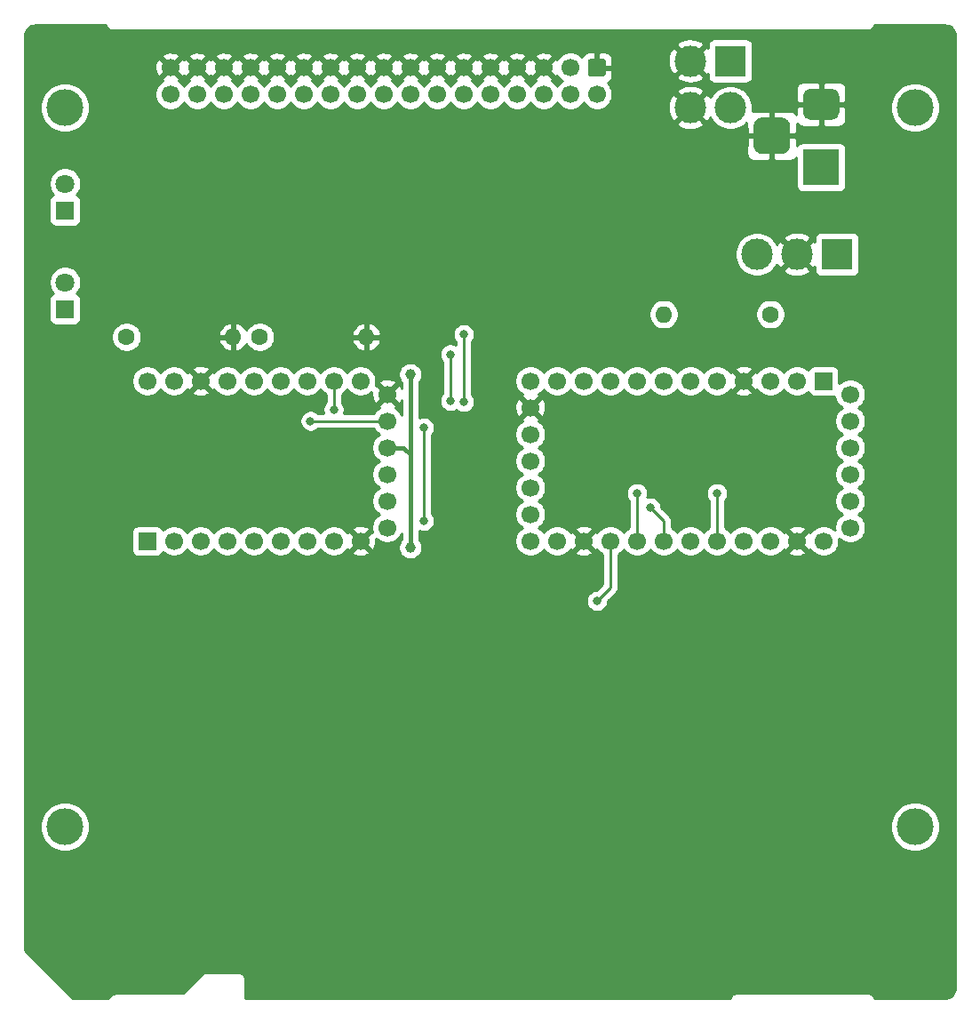
<source format=gbl>
G04 #@! TF.GenerationSoftware,KiCad,Pcbnew,(5.1.8)-1*
G04 #@! TF.CreationDate,2021-10-11T01:43:53+02:00*
G04 #@! TF.ProjectId,Amiga Drawbridge,416d6967-6120-4447-9261-776272696467,rev?*
G04 #@! TF.SameCoordinates,Original*
G04 #@! TF.FileFunction,Copper,L2,Bot*
G04 #@! TF.FilePolarity,Positive*
%FSLAX46Y46*%
G04 Gerber Fmt 4.6, Leading zero omitted, Abs format (unit mm)*
G04 Created by KiCad (PCBNEW (5.1.8)-1) date 2021-10-11 01:43:53*
%MOMM*%
%LPD*%
G01*
G04 APERTURE LIST*
G04 #@! TA.AperFunction,ComponentPad*
%ADD10C,1.700000*%
G04 #@! TD*
G04 #@! TA.AperFunction,ComponentPad*
%ADD11C,3.000000*%
G04 #@! TD*
G04 #@! TA.AperFunction,ComponentPad*
%ADD12R,3.000000X3.000000*%
G04 #@! TD*
G04 #@! TA.AperFunction,ComponentPad*
%ADD13R,1.700000X1.700000*%
G04 #@! TD*
G04 #@! TA.AperFunction,ComponentPad*
%ADD14R,3.500000X3.500000*%
G04 #@! TD*
G04 #@! TA.AperFunction,ComponentPad*
%ADD15C,1.600000*%
G04 #@! TD*
G04 #@! TA.AperFunction,ComponentPad*
%ADD16O,1.600000X1.600000*%
G04 #@! TD*
G04 #@! TA.AperFunction,ComponentPad*
%ADD17C,3.500000*%
G04 #@! TD*
G04 #@! TA.AperFunction,ComponentPad*
%ADD18R,1.800000X1.800000*%
G04 #@! TD*
G04 #@! TA.AperFunction,ComponentPad*
%ADD19C,1.800000*%
G04 #@! TD*
G04 #@! TA.AperFunction,ViaPad*
%ADD20C,0.800000*%
G04 #@! TD*
G04 #@! TA.AperFunction,ViaPad*
%ADD21C,1.000000*%
G04 #@! TD*
G04 #@! TA.AperFunction,Conductor*
%ADD22C,0.250000*%
G04 #@! TD*
G04 #@! TA.AperFunction,Conductor*
%ADD23C,0.381000*%
G04 #@! TD*
G04 #@! TA.AperFunction,Conductor*
%ADD24C,0.254000*%
G04 #@! TD*
G04 #@! TA.AperFunction,Conductor*
%ADD25C,0.100000*%
G04 #@! TD*
G04 APERTURE END LIST*
G04 #@! TA.AperFunction,ComponentPad*
G36*
G01*
X162595000Y-58840000D02*
X163795000Y-58840000D01*
G75*
G02*
X164045000Y-59090000I0J-250000D01*
G01*
X164045000Y-60290000D01*
G75*
G02*
X163795000Y-60540000I-250000J0D01*
G01*
X162595000Y-60540000D01*
G75*
G02*
X162345000Y-60290000I0J250000D01*
G01*
X162345000Y-59090000D01*
G75*
G02*
X162595000Y-58840000I250000J0D01*
G01*
G37*
G04 #@! TD.AperFunction*
D10*
X160655000Y-59690000D03*
X158115000Y-59690000D03*
X155575000Y-59690000D03*
X153035000Y-59690000D03*
X150495000Y-59690000D03*
X147955000Y-59690000D03*
X145415000Y-59690000D03*
X142875000Y-59690000D03*
X140335000Y-59690000D03*
X137795000Y-59690000D03*
X135255000Y-59690000D03*
X132715000Y-59690000D03*
X130175000Y-59690000D03*
X127635000Y-59690000D03*
X125095000Y-59690000D03*
X122555000Y-59690000D03*
X163195000Y-62230000D03*
X160655000Y-62230000D03*
X158115000Y-62230000D03*
X155575000Y-62230000D03*
X153035000Y-62230000D03*
X150495000Y-62230000D03*
X147955000Y-62230000D03*
X145415000Y-62230000D03*
X142875000Y-62230000D03*
X140335000Y-62230000D03*
X137795000Y-62230000D03*
X135255000Y-62230000D03*
X132715000Y-62230000D03*
X130175000Y-62230000D03*
X127635000Y-62230000D03*
X125095000Y-62230000D03*
X122555000Y-62230000D03*
D11*
X175895000Y-63500000D03*
X172085000Y-59055000D03*
X172085000Y-63500000D03*
D12*
X175895000Y-59055000D03*
D10*
X187325000Y-90805000D03*
X187325000Y-93345000D03*
X187325000Y-95885000D03*
X187325000Y-98425000D03*
X187325000Y-100965000D03*
X187325000Y-103505000D03*
X184785000Y-104775000D03*
X182245000Y-104775000D03*
X179705000Y-104775000D03*
X177165000Y-104775000D03*
X174625000Y-104775000D03*
D13*
X184785000Y-89535000D03*
D10*
X172085000Y-104775000D03*
X169545000Y-104775000D03*
X167005000Y-104775000D03*
X164465000Y-104775000D03*
X161925000Y-104775000D03*
X159385000Y-104775000D03*
X156845000Y-104775000D03*
X156845000Y-102235000D03*
X156845000Y-99695000D03*
X156845000Y-97155000D03*
X156845000Y-94615000D03*
X156845000Y-92075000D03*
X156845000Y-89535000D03*
X159385000Y-89535000D03*
X161925000Y-89535000D03*
X164465000Y-89535000D03*
X167005000Y-89535000D03*
X169545000Y-89535000D03*
X172085000Y-89535000D03*
X174625000Y-89535000D03*
X177165000Y-89535000D03*
X179705000Y-89535000D03*
X182245000Y-89535000D03*
D14*
X184556400Y-69189600D03*
G04 #@! TA.AperFunction,ComponentPad*
G36*
G01*
X183556400Y-61689600D02*
X185556400Y-61689600D01*
G75*
G02*
X186306400Y-62439600I0J-750000D01*
G01*
X186306400Y-63939600D01*
G75*
G02*
X185556400Y-64689600I-750000J0D01*
G01*
X183556400Y-64689600D01*
G75*
G02*
X182806400Y-63939600I0J750000D01*
G01*
X182806400Y-62439600D01*
G75*
G02*
X183556400Y-61689600I750000J0D01*
G01*
G37*
G04 #@! TD.AperFunction*
G04 #@! TA.AperFunction,ComponentPad*
G36*
G01*
X178981400Y-64439600D02*
X180731400Y-64439600D01*
G75*
G02*
X181606400Y-65314600I0J-875000D01*
G01*
X181606400Y-67064600D01*
G75*
G02*
X180731400Y-67939600I-875000J0D01*
G01*
X178981400Y-67939600D01*
G75*
G02*
X178106400Y-67064600I0J875000D01*
G01*
X178106400Y-65314600D01*
G75*
G02*
X178981400Y-64439600I875000J0D01*
G01*
G37*
G04 #@! TD.AperFunction*
D15*
X179705000Y-83185000D03*
D16*
X169545000Y-83185000D03*
D13*
X120340000Y-104775000D03*
D10*
X120340000Y-89535000D03*
X122880000Y-89535000D03*
X125420000Y-89535000D03*
X127960000Y-89535000D03*
X130500000Y-89535000D03*
X133040000Y-89535000D03*
X135580000Y-89535000D03*
X138120000Y-89535000D03*
X140660000Y-89535000D03*
X143200000Y-90805000D03*
X143200000Y-93345000D03*
X143200000Y-95885000D03*
X143200000Y-98425000D03*
X143200000Y-100965000D03*
X143200000Y-103505000D03*
X140660000Y-104775000D03*
X138120000Y-104775000D03*
X135580000Y-104775000D03*
X133040000Y-104775000D03*
X130500000Y-104775000D03*
X127960000Y-104775000D03*
X125420000Y-104775000D03*
X122880000Y-104775000D03*
D17*
X112500000Y-132000000D03*
X193500000Y-132000000D03*
X193500000Y-63500000D03*
X112500000Y-63500000D03*
D18*
X112500000Y-73279000D03*
D19*
X112500000Y-70739000D03*
X112500000Y-80137000D03*
D18*
X112500000Y-82677000D03*
D12*
X186055000Y-77470000D03*
D11*
X178435000Y-77470000D03*
X182245000Y-77470000D03*
D16*
X141224000Y-85344000D03*
D15*
X131064000Y-85344000D03*
X118364000Y-85344000D03*
D16*
X128524000Y-85344000D03*
D20*
X150494976Y-91530000D03*
X167005000Y-100240000D03*
X150495000Y-85090000D03*
X168275000Y-101600000D03*
X149225000Y-91440000D03*
X149225000Y-86995000D03*
D21*
X145415000Y-105410000D03*
X145415000Y-88900000D03*
D20*
X174625000Y-100240000D03*
X135890000Y-93345000D03*
X146685000Y-93980000D03*
X146685000Y-102870000D03*
X138112500Y-92265500D03*
X163195000Y-110490000D03*
D22*
X167005000Y-100240000D02*
X167005000Y-104775000D01*
X150494976Y-85090024D02*
X150495000Y-85090000D01*
X150494976Y-91530000D02*
X150494976Y-85090024D01*
X169545000Y-102870000D02*
X169545000Y-104775000D01*
X168275000Y-101600000D02*
X169545000Y-102870000D01*
X149225000Y-91440000D02*
X149225000Y-86995000D01*
D23*
X144780000Y-95885000D02*
X143200000Y-95885000D01*
X145415000Y-96520000D02*
X144780000Y-95885000D01*
X145415000Y-96520000D02*
X145415000Y-105410000D01*
X145415000Y-92075000D02*
X145415000Y-88900000D01*
X145415000Y-96520000D02*
X145415000Y-92075000D01*
D22*
X174625000Y-104775000D02*
X174625000Y-100240000D01*
X143200000Y-93345000D02*
X135890000Y-93345000D01*
X146685000Y-102870000D02*
X146685000Y-93980000D01*
X138120000Y-92258000D02*
X138112500Y-92265500D01*
X138120000Y-89535000D02*
X138120000Y-92258000D01*
X164465000Y-109220000D02*
X163195000Y-110490000D01*
X164465000Y-104775000D02*
X164465000Y-109220000D01*
D24*
X116387290Y-55753793D02*
X116448575Y-55868450D01*
X116531052Y-55968948D01*
X116631550Y-56051425D01*
X116746207Y-56112710D01*
X116870617Y-56150450D01*
X116967581Y-56160000D01*
X189032419Y-56160000D01*
X189129383Y-56150450D01*
X189253793Y-56112710D01*
X189368450Y-56051425D01*
X189468948Y-55968948D01*
X189551425Y-55868450D01*
X189612710Y-55753793D01*
X189641162Y-55660000D01*
X196267722Y-55660000D01*
X196501387Y-55682911D01*
X196695106Y-55741398D01*
X196873777Y-55836399D01*
X197030591Y-55964294D01*
X197159574Y-56120208D01*
X197255821Y-56298214D01*
X197315658Y-56491516D01*
X197340000Y-56723109D01*
X197340001Y-147267712D01*
X197317089Y-147501386D01*
X197258601Y-147695110D01*
X197163601Y-147873776D01*
X197035706Y-148030592D01*
X196879795Y-148159573D01*
X196701786Y-148255821D01*
X196508484Y-148315658D01*
X196276892Y-148340000D01*
X189641162Y-148340000D01*
X189612710Y-148246207D01*
X189551425Y-148131550D01*
X189468948Y-148031052D01*
X189368450Y-147948575D01*
X189253793Y-147887290D01*
X189129383Y-147849550D01*
X189032785Y-147840036D01*
X189000000Y-147836807D01*
X188967581Y-147840000D01*
X176532419Y-147840000D01*
X176500000Y-147836807D01*
X176467215Y-147840036D01*
X176370617Y-147849550D01*
X176246207Y-147887290D01*
X176131550Y-147948575D01*
X176031052Y-148031052D01*
X175948575Y-148131550D01*
X175887290Y-148246207D01*
X175858838Y-148340000D01*
X129660000Y-148340000D01*
X129660000Y-146532419D01*
X129663193Y-146500000D01*
X129650450Y-146370617D01*
X129612710Y-146246207D01*
X129551425Y-146131550D01*
X129468948Y-146031052D01*
X129368450Y-145948575D01*
X129253793Y-145887290D01*
X129129383Y-145849550D01*
X129032419Y-145840000D01*
X129000000Y-145836807D01*
X128967581Y-145840000D01*
X126032408Y-145840000D01*
X125999999Y-145836808D01*
X125967590Y-145840000D01*
X125967581Y-145840000D01*
X125870617Y-145849550D01*
X125746207Y-145887290D01*
X125631549Y-145948575D01*
X125556233Y-146010386D01*
X125531052Y-146031052D01*
X125510388Y-146056231D01*
X123726620Y-147840000D01*
X117467581Y-147840000D01*
X117439671Y-147842749D01*
X117436693Y-147842728D01*
X117427522Y-147843627D01*
X117379360Y-147848689D01*
X117370617Y-147849550D01*
X117370325Y-147849638D01*
X117330473Y-147853827D01*
X117271854Y-147865860D01*
X117213116Y-147877064D01*
X117204294Y-147879728D01*
X117111075Y-147908584D01*
X117055937Y-147931762D01*
X117000463Y-147954175D01*
X116992334Y-147958498D01*
X116992330Y-147958500D01*
X116992327Y-147958502D01*
X116906489Y-148004915D01*
X116856913Y-148038355D01*
X116806844Y-148071119D01*
X116799703Y-148076943D01*
X116724514Y-148139145D01*
X116682361Y-148181594D01*
X116639629Y-148223439D01*
X116633755Y-148230540D01*
X116572079Y-148306161D01*
X116549596Y-148340000D01*
X113273381Y-148340000D01*
X108660000Y-143726620D01*
X108660000Y-131765098D01*
X110115000Y-131765098D01*
X110115000Y-132234902D01*
X110206654Y-132695679D01*
X110386440Y-133129721D01*
X110647450Y-133520349D01*
X110979651Y-133852550D01*
X111370279Y-134113560D01*
X111804321Y-134293346D01*
X112265098Y-134385000D01*
X112734902Y-134385000D01*
X113195679Y-134293346D01*
X113629721Y-134113560D01*
X114020349Y-133852550D01*
X114352550Y-133520349D01*
X114613560Y-133129721D01*
X114793346Y-132695679D01*
X114885000Y-132234902D01*
X114885000Y-131765098D01*
X191115000Y-131765098D01*
X191115000Y-132234902D01*
X191206654Y-132695679D01*
X191386440Y-133129721D01*
X191647450Y-133520349D01*
X191979651Y-133852550D01*
X192370279Y-134113560D01*
X192804321Y-134293346D01*
X193265098Y-134385000D01*
X193734902Y-134385000D01*
X194195679Y-134293346D01*
X194629721Y-134113560D01*
X195020349Y-133852550D01*
X195352550Y-133520349D01*
X195613560Y-133129721D01*
X195793346Y-132695679D01*
X195885000Y-132234902D01*
X195885000Y-131765098D01*
X195793346Y-131304321D01*
X195613560Y-130870279D01*
X195352550Y-130479651D01*
X195020349Y-130147450D01*
X194629721Y-129886440D01*
X194195679Y-129706654D01*
X193734902Y-129615000D01*
X193265098Y-129615000D01*
X192804321Y-129706654D01*
X192370279Y-129886440D01*
X191979651Y-130147450D01*
X191647450Y-130479651D01*
X191386440Y-130870279D01*
X191206654Y-131304321D01*
X191115000Y-131765098D01*
X114885000Y-131765098D01*
X114793346Y-131304321D01*
X114613560Y-130870279D01*
X114352550Y-130479651D01*
X114020349Y-130147450D01*
X113629721Y-129886440D01*
X113195679Y-129706654D01*
X112734902Y-129615000D01*
X112265098Y-129615000D01*
X111804321Y-129706654D01*
X111370279Y-129886440D01*
X110979651Y-130147450D01*
X110647450Y-130479651D01*
X110386440Y-130870279D01*
X110206654Y-131304321D01*
X110115000Y-131765098D01*
X108660000Y-131765098D01*
X108660000Y-103925000D01*
X118851928Y-103925000D01*
X118851928Y-105625000D01*
X118864188Y-105749482D01*
X118900498Y-105869180D01*
X118959463Y-105979494D01*
X119038815Y-106076185D01*
X119135506Y-106155537D01*
X119245820Y-106214502D01*
X119365518Y-106250812D01*
X119490000Y-106263072D01*
X121190000Y-106263072D01*
X121314482Y-106250812D01*
X121434180Y-106214502D01*
X121544494Y-106155537D01*
X121641185Y-106076185D01*
X121720537Y-105979494D01*
X121779502Y-105869180D01*
X121801513Y-105796620D01*
X121933368Y-105928475D01*
X122176589Y-106090990D01*
X122446842Y-106202932D01*
X122733740Y-106260000D01*
X123026260Y-106260000D01*
X123313158Y-106202932D01*
X123583411Y-106090990D01*
X123826632Y-105928475D01*
X124033475Y-105721632D01*
X124150000Y-105547240D01*
X124266525Y-105721632D01*
X124473368Y-105928475D01*
X124716589Y-106090990D01*
X124986842Y-106202932D01*
X125273740Y-106260000D01*
X125566260Y-106260000D01*
X125853158Y-106202932D01*
X126123411Y-106090990D01*
X126366632Y-105928475D01*
X126573475Y-105721632D01*
X126690000Y-105547240D01*
X126806525Y-105721632D01*
X127013368Y-105928475D01*
X127256589Y-106090990D01*
X127526842Y-106202932D01*
X127813740Y-106260000D01*
X128106260Y-106260000D01*
X128393158Y-106202932D01*
X128663411Y-106090990D01*
X128906632Y-105928475D01*
X129113475Y-105721632D01*
X129230000Y-105547240D01*
X129346525Y-105721632D01*
X129553368Y-105928475D01*
X129796589Y-106090990D01*
X130066842Y-106202932D01*
X130353740Y-106260000D01*
X130646260Y-106260000D01*
X130933158Y-106202932D01*
X131203411Y-106090990D01*
X131446632Y-105928475D01*
X131653475Y-105721632D01*
X131770000Y-105547240D01*
X131886525Y-105721632D01*
X132093368Y-105928475D01*
X132336589Y-106090990D01*
X132606842Y-106202932D01*
X132893740Y-106260000D01*
X133186260Y-106260000D01*
X133473158Y-106202932D01*
X133743411Y-106090990D01*
X133986632Y-105928475D01*
X134193475Y-105721632D01*
X134310000Y-105547240D01*
X134426525Y-105721632D01*
X134633368Y-105928475D01*
X134876589Y-106090990D01*
X135146842Y-106202932D01*
X135433740Y-106260000D01*
X135726260Y-106260000D01*
X136013158Y-106202932D01*
X136283411Y-106090990D01*
X136526632Y-105928475D01*
X136733475Y-105721632D01*
X136850000Y-105547240D01*
X136966525Y-105721632D01*
X137173368Y-105928475D01*
X137416589Y-106090990D01*
X137686842Y-106202932D01*
X137973740Y-106260000D01*
X138266260Y-106260000D01*
X138553158Y-106202932D01*
X138823411Y-106090990D01*
X139066632Y-105928475D01*
X139191710Y-105803397D01*
X139811208Y-105803397D01*
X139888843Y-106052472D01*
X140152883Y-106178371D01*
X140436411Y-106250339D01*
X140728531Y-106265611D01*
X141018019Y-106223599D01*
X141293747Y-106125919D01*
X141431157Y-106052472D01*
X141508792Y-105803397D01*
X140660000Y-104954605D01*
X139811208Y-105803397D01*
X139191710Y-105803397D01*
X139273475Y-105721632D01*
X139389311Y-105548271D01*
X139631603Y-105623792D01*
X140480395Y-104775000D01*
X139631603Y-103926208D01*
X139389311Y-104001729D01*
X139273475Y-103828368D01*
X139191710Y-103746603D01*
X139811208Y-103746603D01*
X140660000Y-104595395D01*
X141508792Y-103746603D01*
X141431157Y-103497528D01*
X141167117Y-103371629D01*
X140883589Y-103299661D01*
X140591469Y-103284389D01*
X140301981Y-103326401D01*
X140026253Y-103424081D01*
X139888843Y-103497528D01*
X139811208Y-103746603D01*
X139191710Y-103746603D01*
X139066632Y-103621525D01*
X138823411Y-103459010D01*
X138553158Y-103347068D01*
X138266260Y-103290000D01*
X137973740Y-103290000D01*
X137686842Y-103347068D01*
X137416589Y-103459010D01*
X137173368Y-103621525D01*
X136966525Y-103828368D01*
X136850000Y-104002760D01*
X136733475Y-103828368D01*
X136526632Y-103621525D01*
X136283411Y-103459010D01*
X136013158Y-103347068D01*
X135726260Y-103290000D01*
X135433740Y-103290000D01*
X135146842Y-103347068D01*
X134876589Y-103459010D01*
X134633368Y-103621525D01*
X134426525Y-103828368D01*
X134310000Y-104002760D01*
X134193475Y-103828368D01*
X133986632Y-103621525D01*
X133743411Y-103459010D01*
X133473158Y-103347068D01*
X133186260Y-103290000D01*
X132893740Y-103290000D01*
X132606842Y-103347068D01*
X132336589Y-103459010D01*
X132093368Y-103621525D01*
X131886525Y-103828368D01*
X131770000Y-104002760D01*
X131653475Y-103828368D01*
X131446632Y-103621525D01*
X131203411Y-103459010D01*
X130933158Y-103347068D01*
X130646260Y-103290000D01*
X130353740Y-103290000D01*
X130066842Y-103347068D01*
X129796589Y-103459010D01*
X129553368Y-103621525D01*
X129346525Y-103828368D01*
X129230000Y-104002760D01*
X129113475Y-103828368D01*
X128906632Y-103621525D01*
X128663411Y-103459010D01*
X128393158Y-103347068D01*
X128106260Y-103290000D01*
X127813740Y-103290000D01*
X127526842Y-103347068D01*
X127256589Y-103459010D01*
X127013368Y-103621525D01*
X126806525Y-103828368D01*
X126690000Y-104002760D01*
X126573475Y-103828368D01*
X126366632Y-103621525D01*
X126123411Y-103459010D01*
X125853158Y-103347068D01*
X125566260Y-103290000D01*
X125273740Y-103290000D01*
X124986842Y-103347068D01*
X124716589Y-103459010D01*
X124473368Y-103621525D01*
X124266525Y-103828368D01*
X124150000Y-104002760D01*
X124033475Y-103828368D01*
X123826632Y-103621525D01*
X123583411Y-103459010D01*
X123313158Y-103347068D01*
X123026260Y-103290000D01*
X122733740Y-103290000D01*
X122446842Y-103347068D01*
X122176589Y-103459010D01*
X121933368Y-103621525D01*
X121801513Y-103753380D01*
X121779502Y-103680820D01*
X121720537Y-103570506D01*
X121641185Y-103473815D01*
X121544494Y-103394463D01*
X121434180Y-103335498D01*
X121314482Y-103299188D01*
X121190000Y-103286928D01*
X119490000Y-103286928D01*
X119365518Y-103299188D01*
X119245820Y-103335498D01*
X119135506Y-103394463D01*
X119038815Y-103473815D01*
X118959463Y-103570506D01*
X118900498Y-103680820D01*
X118864188Y-103800518D01*
X118851928Y-103925000D01*
X108660000Y-103925000D01*
X108660000Y-89388740D01*
X118855000Y-89388740D01*
X118855000Y-89681260D01*
X118912068Y-89968158D01*
X119024010Y-90238411D01*
X119186525Y-90481632D01*
X119393368Y-90688475D01*
X119636589Y-90850990D01*
X119906842Y-90962932D01*
X120193740Y-91020000D01*
X120486260Y-91020000D01*
X120773158Y-90962932D01*
X121043411Y-90850990D01*
X121286632Y-90688475D01*
X121493475Y-90481632D01*
X121610000Y-90307240D01*
X121726525Y-90481632D01*
X121933368Y-90688475D01*
X122176589Y-90850990D01*
X122446842Y-90962932D01*
X122733740Y-91020000D01*
X123026260Y-91020000D01*
X123313158Y-90962932D01*
X123583411Y-90850990D01*
X123826632Y-90688475D01*
X123951710Y-90563397D01*
X124571208Y-90563397D01*
X124648843Y-90812472D01*
X124912883Y-90938371D01*
X125196411Y-91010339D01*
X125488531Y-91025611D01*
X125778019Y-90983599D01*
X126053747Y-90885919D01*
X126191157Y-90812472D01*
X126268792Y-90563397D01*
X125420000Y-89714605D01*
X124571208Y-90563397D01*
X123951710Y-90563397D01*
X124033475Y-90481632D01*
X124149311Y-90308271D01*
X124391603Y-90383792D01*
X125240395Y-89535000D01*
X125599605Y-89535000D01*
X126448397Y-90383792D01*
X126690689Y-90308271D01*
X126806525Y-90481632D01*
X127013368Y-90688475D01*
X127256589Y-90850990D01*
X127526842Y-90962932D01*
X127813740Y-91020000D01*
X128106260Y-91020000D01*
X128393158Y-90962932D01*
X128663411Y-90850990D01*
X128906632Y-90688475D01*
X129113475Y-90481632D01*
X129230000Y-90307240D01*
X129346525Y-90481632D01*
X129553368Y-90688475D01*
X129796589Y-90850990D01*
X130066842Y-90962932D01*
X130353740Y-91020000D01*
X130646260Y-91020000D01*
X130933158Y-90962932D01*
X131203411Y-90850990D01*
X131446632Y-90688475D01*
X131653475Y-90481632D01*
X131770000Y-90307240D01*
X131886525Y-90481632D01*
X132093368Y-90688475D01*
X132336589Y-90850990D01*
X132606842Y-90962932D01*
X132893740Y-91020000D01*
X133186260Y-91020000D01*
X133473158Y-90962932D01*
X133743411Y-90850990D01*
X133986632Y-90688475D01*
X134193475Y-90481632D01*
X134310000Y-90307240D01*
X134426525Y-90481632D01*
X134633368Y-90688475D01*
X134876589Y-90850990D01*
X135146842Y-90962932D01*
X135433740Y-91020000D01*
X135726260Y-91020000D01*
X136013158Y-90962932D01*
X136283411Y-90850990D01*
X136526632Y-90688475D01*
X136733475Y-90481632D01*
X136850000Y-90307240D01*
X136966525Y-90481632D01*
X137173368Y-90688475D01*
X137360000Y-90813179D01*
X137360001Y-91554288D01*
X137308563Y-91605726D01*
X137195295Y-91775244D01*
X137117274Y-91963602D01*
X137077500Y-92163561D01*
X137077500Y-92367439D01*
X137117274Y-92567398D01*
X137124565Y-92585000D01*
X136593711Y-92585000D01*
X136549774Y-92541063D01*
X136380256Y-92427795D01*
X136191898Y-92349774D01*
X135991939Y-92310000D01*
X135788061Y-92310000D01*
X135588102Y-92349774D01*
X135399744Y-92427795D01*
X135230226Y-92541063D01*
X135086063Y-92685226D01*
X134972795Y-92854744D01*
X134894774Y-93043102D01*
X134855000Y-93243061D01*
X134855000Y-93446939D01*
X134894774Y-93646898D01*
X134972795Y-93835256D01*
X135086063Y-94004774D01*
X135230226Y-94148937D01*
X135399744Y-94262205D01*
X135588102Y-94340226D01*
X135788061Y-94380000D01*
X135991939Y-94380000D01*
X136191898Y-94340226D01*
X136380256Y-94262205D01*
X136549774Y-94148937D01*
X136593711Y-94105000D01*
X141921822Y-94105000D01*
X142046525Y-94291632D01*
X142253368Y-94498475D01*
X142427760Y-94615000D01*
X142253368Y-94731525D01*
X142046525Y-94938368D01*
X141884010Y-95181589D01*
X141772068Y-95451842D01*
X141715000Y-95738740D01*
X141715000Y-96031260D01*
X141772068Y-96318158D01*
X141884010Y-96588411D01*
X142046525Y-96831632D01*
X142253368Y-97038475D01*
X142427760Y-97155000D01*
X142253368Y-97271525D01*
X142046525Y-97478368D01*
X141884010Y-97721589D01*
X141772068Y-97991842D01*
X141715000Y-98278740D01*
X141715000Y-98571260D01*
X141772068Y-98858158D01*
X141884010Y-99128411D01*
X142046525Y-99371632D01*
X142253368Y-99578475D01*
X142427760Y-99695000D01*
X142253368Y-99811525D01*
X142046525Y-100018368D01*
X141884010Y-100261589D01*
X141772068Y-100531842D01*
X141715000Y-100818740D01*
X141715000Y-101111260D01*
X141772068Y-101398158D01*
X141884010Y-101668411D01*
X142046525Y-101911632D01*
X142253368Y-102118475D01*
X142427760Y-102235000D01*
X142253368Y-102351525D01*
X142046525Y-102558368D01*
X141884010Y-102801589D01*
X141772068Y-103071842D01*
X141715000Y-103358740D01*
X141715000Y-103651260D01*
X141772068Y-103938158D01*
X141778788Y-103954382D01*
X141688397Y-103926208D01*
X140839605Y-104775000D01*
X141688397Y-105623792D01*
X141937472Y-105546157D01*
X142063371Y-105282117D01*
X142135339Y-104998589D01*
X142150611Y-104706469D01*
X142125019Y-104530126D01*
X142253368Y-104658475D01*
X142496589Y-104820990D01*
X142766842Y-104932932D01*
X143053740Y-104990000D01*
X143346260Y-104990000D01*
X143633158Y-104932932D01*
X143903411Y-104820990D01*
X144146632Y-104658475D01*
X144353475Y-104451632D01*
X144515990Y-104208411D01*
X144589501Y-104030939D01*
X144589501Y-104630367D01*
X144533388Y-104686480D01*
X144409176Y-104872376D01*
X144323617Y-105078933D01*
X144280000Y-105298212D01*
X144280000Y-105521788D01*
X144323617Y-105741067D01*
X144409176Y-105947624D01*
X144533388Y-106133520D01*
X144691480Y-106291612D01*
X144877376Y-106415824D01*
X145083933Y-106501383D01*
X145303212Y-106545000D01*
X145526788Y-106545000D01*
X145746067Y-106501383D01*
X145952624Y-106415824D01*
X146138520Y-106291612D01*
X146296612Y-106133520D01*
X146420824Y-105947624D01*
X146506383Y-105741067D01*
X146550000Y-105521788D01*
X146550000Y-105298212D01*
X146506383Y-105078933D01*
X146420824Y-104872376D01*
X146296612Y-104686480D01*
X146240500Y-104630368D01*
X146240500Y-103806158D01*
X146383102Y-103865226D01*
X146583061Y-103905000D01*
X146786939Y-103905000D01*
X146986898Y-103865226D01*
X147175256Y-103787205D01*
X147344774Y-103673937D01*
X147488937Y-103529774D01*
X147602205Y-103360256D01*
X147680226Y-103171898D01*
X147720000Y-102971939D01*
X147720000Y-102768061D01*
X147680226Y-102568102D01*
X147602205Y-102379744D01*
X147488937Y-102210226D01*
X147445000Y-102166289D01*
X147445000Y-94683711D01*
X147488937Y-94639774D01*
X147602205Y-94470256D01*
X147602832Y-94468740D01*
X155360000Y-94468740D01*
X155360000Y-94761260D01*
X155417068Y-95048158D01*
X155529010Y-95318411D01*
X155691525Y-95561632D01*
X155898368Y-95768475D01*
X156072760Y-95885000D01*
X155898368Y-96001525D01*
X155691525Y-96208368D01*
X155529010Y-96451589D01*
X155417068Y-96721842D01*
X155360000Y-97008740D01*
X155360000Y-97301260D01*
X155417068Y-97588158D01*
X155529010Y-97858411D01*
X155691525Y-98101632D01*
X155898368Y-98308475D01*
X156072760Y-98425000D01*
X155898368Y-98541525D01*
X155691525Y-98748368D01*
X155529010Y-98991589D01*
X155417068Y-99261842D01*
X155360000Y-99548740D01*
X155360000Y-99841260D01*
X155417068Y-100128158D01*
X155529010Y-100398411D01*
X155691525Y-100641632D01*
X155898368Y-100848475D01*
X156072760Y-100965000D01*
X155898368Y-101081525D01*
X155691525Y-101288368D01*
X155529010Y-101531589D01*
X155417068Y-101801842D01*
X155360000Y-102088740D01*
X155360000Y-102381260D01*
X155417068Y-102668158D01*
X155529010Y-102938411D01*
X155691525Y-103181632D01*
X155898368Y-103388475D01*
X156072760Y-103505000D01*
X155898368Y-103621525D01*
X155691525Y-103828368D01*
X155529010Y-104071589D01*
X155417068Y-104341842D01*
X155360000Y-104628740D01*
X155360000Y-104921260D01*
X155417068Y-105208158D01*
X155529010Y-105478411D01*
X155691525Y-105721632D01*
X155898368Y-105928475D01*
X156141589Y-106090990D01*
X156411842Y-106202932D01*
X156698740Y-106260000D01*
X156991260Y-106260000D01*
X157278158Y-106202932D01*
X157548411Y-106090990D01*
X157791632Y-105928475D01*
X157998475Y-105721632D01*
X158115000Y-105547240D01*
X158231525Y-105721632D01*
X158438368Y-105928475D01*
X158681589Y-106090990D01*
X158951842Y-106202932D01*
X159238740Y-106260000D01*
X159531260Y-106260000D01*
X159818158Y-106202932D01*
X160088411Y-106090990D01*
X160331632Y-105928475D01*
X160456710Y-105803397D01*
X161076208Y-105803397D01*
X161153843Y-106052472D01*
X161417883Y-106178371D01*
X161701411Y-106250339D01*
X161993531Y-106265611D01*
X162283019Y-106223599D01*
X162558747Y-106125919D01*
X162696157Y-106052472D01*
X162773792Y-105803397D01*
X161925000Y-104954605D01*
X161076208Y-105803397D01*
X160456710Y-105803397D01*
X160538475Y-105721632D01*
X160654311Y-105548271D01*
X160896603Y-105623792D01*
X161745395Y-104775000D01*
X162104605Y-104775000D01*
X162953397Y-105623792D01*
X163195689Y-105548271D01*
X163311525Y-105721632D01*
X163518368Y-105928475D01*
X163705000Y-106053179D01*
X163705001Y-108905197D01*
X163155199Y-109455000D01*
X163093061Y-109455000D01*
X162893102Y-109494774D01*
X162704744Y-109572795D01*
X162535226Y-109686063D01*
X162391063Y-109830226D01*
X162277795Y-109999744D01*
X162199774Y-110188102D01*
X162160000Y-110388061D01*
X162160000Y-110591939D01*
X162199774Y-110791898D01*
X162277795Y-110980256D01*
X162391063Y-111149774D01*
X162535226Y-111293937D01*
X162704744Y-111407205D01*
X162893102Y-111485226D01*
X163093061Y-111525000D01*
X163296939Y-111525000D01*
X163496898Y-111485226D01*
X163685256Y-111407205D01*
X163854774Y-111293937D01*
X163998937Y-111149774D01*
X164112205Y-110980256D01*
X164190226Y-110791898D01*
X164230000Y-110591939D01*
X164230000Y-110529801D01*
X164976003Y-109783799D01*
X165005001Y-109760001D01*
X165099974Y-109644276D01*
X165170546Y-109512247D01*
X165214003Y-109368986D01*
X165225000Y-109257333D01*
X165225000Y-109257324D01*
X165228676Y-109220001D01*
X165225000Y-109182678D01*
X165225000Y-106053178D01*
X165411632Y-105928475D01*
X165618475Y-105721632D01*
X165735000Y-105547240D01*
X165851525Y-105721632D01*
X166058368Y-105928475D01*
X166301589Y-106090990D01*
X166571842Y-106202932D01*
X166858740Y-106260000D01*
X167151260Y-106260000D01*
X167438158Y-106202932D01*
X167708411Y-106090990D01*
X167951632Y-105928475D01*
X168158475Y-105721632D01*
X168275000Y-105547240D01*
X168391525Y-105721632D01*
X168598368Y-105928475D01*
X168841589Y-106090990D01*
X169111842Y-106202932D01*
X169398740Y-106260000D01*
X169691260Y-106260000D01*
X169978158Y-106202932D01*
X170248411Y-106090990D01*
X170491632Y-105928475D01*
X170698475Y-105721632D01*
X170815000Y-105547240D01*
X170931525Y-105721632D01*
X171138368Y-105928475D01*
X171381589Y-106090990D01*
X171651842Y-106202932D01*
X171938740Y-106260000D01*
X172231260Y-106260000D01*
X172518158Y-106202932D01*
X172788411Y-106090990D01*
X173031632Y-105928475D01*
X173238475Y-105721632D01*
X173355000Y-105547240D01*
X173471525Y-105721632D01*
X173678368Y-105928475D01*
X173921589Y-106090990D01*
X174191842Y-106202932D01*
X174478740Y-106260000D01*
X174771260Y-106260000D01*
X175058158Y-106202932D01*
X175328411Y-106090990D01*
X175571632Y-105928475D01*
X175778475Y-105721632D01*
X175895000Y-105547240D01*
X176011525Y-105721632D01*
X176218368Y-105928475D01*
X176461589Y-106090990D01*
X176731842Y-106202932D01*
X177018740Y-106260000D01*
X177311260Y-106260000D01*
X177598158Y-106202932D01*
X177868411Y-106090990D01*
X178111632Y-105928475D01*
X178318475Y-105721632D01*
X178435000Y-105547240D01*
X178551525Y-105721632D01*
X178758368Y-105928475D01*
X179001589Y-106090990D01*
X179271842Y-106202932D01*
X179558740Y-106260000D01*
X179851260Y-106260000D01*
X180138158Y-106202932D01*
X180408411Y-106090990D01*
X180651632Y-105928475D01*
X180776710Y-105803397D01*
X181396208Y-105803397D01*
X181473843Y-106052472D01*
X181737883Y-106178371D01*
X182021411Y-106250339D01*
X182313531Y-106265611D01*
X182603019Y-106223599D01*
X182878747Y-106125919D01*
X183016157Y-106052472D01*
X183093792Y-105803397D01*
X182245000Y-104954605D01*
X181396208Y-105803397D01*
X180776710Y-105803397D01*
X180858475Y-105721632D01*
X180974311Y-105548271D01*
X181216603Y-105623792D01*
X182065395Y-104775000D01*
X181216603Y-103926208D01*
X180974311Y-104001729D01*
X180858475Y-103828368D01*
X180776710Y-103746603D01*
X181396208Y-103746603D01*
X182245000Y-104595395D01*
X183093792Y-103746603D01*
X183016157Y-103497528D01*
X182752117Y-103371629D01*
X182468589Y-103299661D01*
X182176469Y-103284389D01*
X181886981Y-103326401D01*
X181611253Y-103424081D01*
X181473843Y-103497528D01*
X181396208Y-103746603D01*
X180776710Y-103746603D01*
X180651632Y-103621525D01*
X180408411Y-103459010D01*
X180138158Y-103347068D01*
X179851260Y-103290000D01*
X179558740Y-103290000D01*
X179271842Y-103347068D01*
X179001589Y-103459010D01*
X178758368Y-103621525D01*
X178551525Y-103828368D01*
X178435000Y-104002760D01*
X178318475Y-103828368D01*
X178111632Y-103621525D01*
X177868411Y-103459010D01*
X177598158Y-103347068D01*
X177311260Y-103290000D01*
X177018740Y-103290000D01*
X176731842Y-103347068D01*
X176461589Y-103459010D01*
X176218368Y-103621525D01*
X176011525Y-103828368D01*
X175895000Y-104002760D01*
X175778475Y-103828368D01*
X175571632Y-103621525D01*
X175385000Y-103496822D01*
X175385000Y-100943711D01*
X175428937Y-100899774D01*
X175542205Y-100730256D01*
X175620226Y-100541898D01*
X175660000Y-100341939D01*
X175660000Y-100138061D01*
X175620226Y-99938102D01*
X175542205Y-99749744D01*
X175428937Y-99580226D01*
X175284774Y-99436063D01*
X175115256Y-99322795D01*
X174926898Y-99244774D01*
X174726939Y-99205000D01*
X174523061Y-99205000D01*
X174323102Y-99244774D01*
X174134744Y-99322795D01*
X173965226Y-99436063D01*
X173821063Y-99580226D01*
X173707795Y-99749744D01*
X173629774Y-99938102D01*
X173590000Y-100138061D01*
X173590000Y-100341939D01*
X173629774Y-100541898D01*
X173707795Y-100730256D01*
X173821063Y-100899774D01*
X173865001Y-100943712D01*
X173865000Y-103496821D01*
X173678368Y-103621525D01*
X173471525Y-103828368D01*
X173355000Y-104002760D01*
X173238475Y-103828368D01*
X173031632Y-103621525D01*
X172788411Y-103459010D01*
X172518158Y-103347068D01*
X172231260Y-103290000D01*
X171938740Y-103290000D01*
X171651842Y-103347068D01*
X171381589Y-103459010D01*
X171138368Y-103621525D01*
X170931525Y-103828368D01*
X170815000Y-104002760D01*
X170698475Y-103828368D01*
X170491632Y-103621525D01*
X170305000Y-103496822D01*
X170305000Y-102907322D01*
X170308676Y-102869999D01*
X170305000Y-102832676D01*
X170305000Y-102832667D01*
X170294003Y-102721014D01*
X170250546Y-102577753D01*
X170179974Y-102445724D01*
X170085001Y-102329999D01*
X170056004Y-102306202D01*
X169310000Y-101560199D01*
X169310000Y-101498061D01*
X169270226Y-101298102D01*
X169192205Y-101109744D01*
X169078937Y-100940226D01*
X168934774Y-100796063D01*
X168765256Y-100682795D01*
X168576898Y-100604774D01*
X168376939Y-100565000D01*
X168173061Y-100565000D01*
X167974279Y-100604540D01*
X168000226Y-100541898D01*
X168040000Y-100341939D01*
X168040000Y-100138061D01*
X168000226Y-99938102D01*
X167922205Y-99749744D01*
X167808937Y-99580226D01*
X167664774Y-99436063D01*
X167495256Y-99322795D01*
X167306898Y-99244774D01*
X167106939Y-99205000D01*
X166903061Y-99205000D01*
X166703102Y-99244774D01*
X166514744Y-99322795D01*
X166345226Y-99436063D01*
X166201063Y-99580226D01*
X166087795Y-99749744D01*
X166009774Y-99938102D01*
X165970000Y-100138061D01*
X165970000Y-100341939D01*
X166009774Y-100541898D01*
X166087795Y-100730256D01*
X166201063Y-100899774D01*
X166245000Y-100943711D01*
X166245001Y-103496821D01*
X166058368Y-103621525D01*
X165851525Y-103828368D01*
X165735000Y-104002760D01*
X165618475Y-103828368D01*
X165411632Y-103621525D01*
X165168411Y-103459010D01*
X164898158Y-103347068D01*
X164611260Y-103290000D01*
X164318740Y-103290000D01*
X164031842Y-103347068D01*
X163761589Y-103459010D01*
X163518368Y-103621525D01*
X163311525Y-103828368D01*
X163195689Y-104001729D01*
X162953397Y-103926208D01*
X162104605Y-104775000D01*
X161745395Y-104775000D01*
X160896603Y-103926208D01*
X160654311Y-104001729D01*
X160538475Y-103828368D01*
X160456710Y-103746603D01*
X161076208Y-103746603D01*
X161925000Y-104595395D01*
X162773792Y-103746603D01*
X162696157Y-103497528D01*
X162432117Y-103371629D01*
X162148589Y-103299661D01*
X161856469Y-103284389D01*
X161566981Y-103326401D01*
X161291253Y-103424081D01*
X161153843Y-103497528D01*
X161076208Y-103746603D01*
X160456710Y-103746603D01*
X160331632Y-103621525D01*
X160088411Y-103459010D01*
X159818158Y-103347068D01*
X159531260Y-103290000D01*
X159238740Y-103290000D01*
X158951842Y-103347068D01*
X158681589Y-103459010D01*
X158438368Y-103621525D01*
X158231525Y-103828368D01*
X158115000Y-104002760D01*
X157998475Y-103828368D01*
X157791632Y-103621525D01*
X157617240Y-103505000D01*
X157791632Y-103388475D01*
X157998475Y-103181632D01*
X158160990Y-102938411D01*
X158272932Y-102668158D01*
X158330000Y-102381260D01*
X158330000Y-102088740D01*
X158272932Y-101801842D01*
X158160990Y-101531589D01*
X157998475Y-101288368D01*
X157791632Y-101081525D01*
X157617240Y-100965000D01*
X157791632Y-100848475D01*
X157998475Y-100641632D01*
X158160990Y-100398411D01*
X158272932Y-100128158D01*
X158330000Y-99841260D01*
X158330000Y-99548740D01*
X158272932Y-99261842D01*
X158160990Y-98991589D01*
X157998475Y-98748368D01*
X157791632Y-98541525D01*
X157617240Y-98425000D01*
X157791632Y-98308475D01*
X157998475Y-98101632D01*
X158160990Y-97858411D01*
X158272932Y-97588158D01*
X158330000Y-97301260D01*
X158330000Y-97008740D01*
X158272932Y-96721842D01*
X158160990Y-96451589D01*
X157998475Y-96208368D01*
X157791632Y-96001525D01*
X157617240Y-95885000D01*
X157791632Y-95768475D01*
X157998475Y-95561632D01*
X158160990Y-95318411D01*
X158272932Y-95048158D01*
X158330000Y-94761260D01*
X158330000Y-94468740D01*
X158272932Y-94181842D01*
X158160990Y-93911589D01*
X157998475Y-93668368D01*
X157791632Y-93461525D01*
X157618271Y-93345689D01*
X157693792Y-93103397D01*
X156845000Y-92254605D01*
X155996208Y-93103397D01*
X156071729Y-93345689D01*
X155898368Y-93461525D01*
X155691525Y-93668368D01*
X155529010Y-93911589D01*
X155417068Y-94181842D01*
X155360000Y-94468740D01*
X147602832Y-94468740D01*
X147680226Y-94281898D01*
X147720000Y-94081939D01*
X147720000Y-93878061D01*
X147680226Y-93678102D01*
X147602205Y-93489744D01*
X147488937Y-93320226D01*
X147344774Y-93176063D01*
X147175256Y-93062795D01*
X146986898Y-92984774D01*
X146786939Y-92945000D01*
X146583061Y-92945000D01*
X146383102Y-92984774D01*
X146240500Y-93043842D01*
X146240500Y-89679632D01*
X146296612Y-89623520D01*
X146420824Y-89437624D01*
X146506383Y-89231067D01*
X146550000Y-89011788D01*
X146550000Y-88788212D01*
X146506383Y-88568933D01*
X146420824Y-88362376D01*
X146296612Y-88176480D01*
X146138520Y-88018388D01*
X145952624Y-87894176D01*
X145746067Y-87808617D01*
X145526788Y-87765000D01*
X145303212Y-87765000D01*
X145083933Y-87808617D01*
X144877376Y-87894176D01*
X144691480Y-88018388D01*
X144533388Y-88176480D01*
X144409176Y-88362376D01*
X144323617Y-88568933D01*
X144280000Y-88788212D01*
X144280000Y-89011788D01*
X144323617Y-89231067D01*
X144409176Y-89437624D01*
X144533388Y-89623520D01*
X144589501Y-89679633D01*
X144589501Y-90280160D01*
X144550919Y-90171253D01*
X144477472Y-90033843D01*
X144228397Y-89956208D01*
X143379605Y-90805000D01*
X144228397Y-91653792D01*
X144477472Y-91576157D01*
X144589500Y-91341207D01*
X144589500Y-92115552D01*
X144589501Y-92115562D01*
X144589501Y-92819061D01*
X144515990Y-92641589D01*
X144353475Y-92398368D01*
X144146632Y-92191525D01*
X143973271Y-92075689D01*
X144048792Y-91833397D01*
X143200000Y-90984605D01*
X142351208Y-91833397D01*
X142426729Y-92075689D01*
X142253368Y-92191525D01*
X142046525Y-92398368D01*
X141921822Y-92585000D01*
X139100435Y-92585000D01*
X139107726Y-92567398D01*
X139147500Y-92367439D01*
X139147500Y-92163561D01*
X139107726Y-91963602D01*
X139029705Y-91775244D01*
X138916437Y-91605726D01*
X138880000Y-91569289D01*
X138880000Y-90813178D01*
X139066632Y-90688475D01*
X139273475Y-90481632D01*
X139390000Y-90307240D01*
X139506525Y-90481632D01*
X139713368Y-90688475D01*
X139956589Y-90850990D01*
X140226842Y-90962932D01*
X140513740Y-91020000D01*
X140806260Y-91020000D01*
X141093158Y-90962932D01*
X141363411Y-90850990D01*
X141606632Y-90688475D01*
X141728391Y-90566716D01*
X141724661Y-90581411D01*
X141709389Y-90873531D01*
X141751401Y-91163019D01*
X141849081Y-91438747D01*
X141922528Y-91576157D01*
X142171603Y-91653792D01*
X143020395Y-90805000D01*
X142171603Y-89956208D01*
X142081212Y-89984382D01*
X142087932Y-89968158D01*
X142126034Y-89776603D01*
X142351208Y-89776603D01*
X143200000Y-90625395D01*
X144048792Y-89776603D01*
X143971157Y-89527528D01*
X143707117Y-89401629D01*
X143423589Y-89329661D01*
X143131469Y-89314389D01*
X142841981Y-89356401D01*
X142566253Y-89454081D01*
X142428843Y-89527528D01*
X142351208Y-89776603D01*
X142126034Y-89776603D01*
X142145000Y-89681260D01*
X142145000Y-89388740D01*
X142087932Y-89101842D01*
X141975990Y-88831589D01*
X141813475Y-88588368D01*
X141606632Y-88381525D01*
X141363411Y-88219010D01*
X141093158Y-88107068D01*
X140806260Y-88050000D01*
X140513740Y-88050000D01*
X140226842Y-88107068D01*
X139956589Y-88219010D01*
X139713368Y-88381525D01*
X139506525Y-88588368D01*
X139390000Y-88762760D01*
X139273475Y-88588368D01*
X139066632Y-88381525D01*
X138823411Y-88219010D01*
X138553158Y-88107068D01*
X138266260Y-88050000D01*
X137973740Y-88050000D01*
X137686842Y-88107068D01*
X137416589Y-88219010D01*
X137173368Y-88381525D01*
X136966525Y-88588368D01*
X136850000Y-88762760D01*
X136733475Y-88588368D01*
X136526632Y-88381525D01*
X136283411Y-88219010D01*
X136013158Y-88107068D01*
X135726260Y-88050000D01*
X135433740Y-88050000D01*
X135146842Y-88107068D01*
X134876589Y-88219010D01*
X134633368Y-88381525D01*
X134426525Y-88588368D01*
X134310000Y-88762760D01*
X134193475Y-88588368D01*
X133986632Y-88381525D01*
X133743411Y-88219010D01*
X133473158Y-88107068D01*
X133186260Y-88050000D01*
X132893740Y-88050000D01*
X132606842Y-88107068D01*
X132336589Y-88219010D01*
X132093368Y-88381525D01*
X131886525Y-88588368D01*
X131770000Y-88762760D01*
X131653475Y-88588368D01*
X131446632Y-88381525D01*
X131203411Y-88219010D01*
X130933158Y-88107068D01*
X130646260Y-88050000D01*
X130353740Y-88050000D01*
X130066842Y-88107068D01*
X129796589Y-88219010D01*
X129553368Y-88381525D01*
X129346525Y-88588368D01*
X129230000Y-88762760D01*
X129113475Y-88588368D01*
X128906632Y-88381525D01*
X128663411Y-88219010D01*
X128393158Y-88107068D01*
X128106260Y-88050000D01*
X127813740Y-88050000D01*
X127526842Y-88107068D01*
X127256589Y-88219010D01*
X127013368Y-88381525D01*
X126806525Y-88588368D01*
X126690689Y-88761729D01*
X126448397Y-88686208D01*
X125599605Y-89535000D01*
X125240395Y-89535000D01*
X124391603Y-88686208D01*
X124149311Y-88761729D01*
X124033475Y-88588368D01*
X123951710Y-88506603D01*
X124571208Y-88506603D01*
X125420000Y-89355395D01*
X126268792Y-88506603D01*
X126191157Y-88257528D01*
X125927117Y-88131629D01*
X125643589Y-88059661D01*
X125351469Y-88044389D01*
X125061981Y-88086401D01*
X124786253Y-88184081D01*
X124648843Y-88257528D01*
X124571208Y-88506603D01*
X123951710Y-88506603D01*
X123826632Y-88381525D01*
X123583411Y-88219010D01*
X123313158Y-88107068D01*
X123026260Y-88050000D01*
X122733740Y-88050000D01*
X122446842Y-88107068D01*
X122176589Y-88219010D01*
X121933368Y-88381525D01*
X121726525Y-88588368D01*
X121610000Y-88762760D01*
X121493475Y-88588368D01*
X121286632Y-88381525D01*
X121043411Y-88219010D01*
X120773158Y-88107068D01*
X120486260Y-88050000D01*
X120193740Y-88050000D01*
X119906842Y-88107068D01*
X119636589Y-88219010D01*
X119393368Y-88381525D01*
X119186525Y-88588368D01*
X119024010Y-88831589D01*
X118912068Y-89101842D01*
X118855000Y-89388740D01*
X108660000Y-89388740D01*
X108660000Y-86893061D01*
X148190000Y-86893061D01*
X148190000Y-87096939D01*
X148229774Y-87296898D01*
X148307795Y-87485256D01*
X148421063Y-87654774D01*
X148465001Y-87698712D01*
X148465000Y-90736289D01*
X148421063Y-90780226D01*
X148307795Y-90949744D01*
X148229774Y-91138102D01*
X148190000Y-91338061D01*
X148190000Y-91541939D01*
X148229774Y-91741898D01*
X148307795Y-91930256D01*
X148421063Y-92099774D01*
X148565226Y-92243937D01*
X148734744Y-92357205D01*
X148923102Y-92435226D01*
X149123061Y-92475000D01*
X149326939Y-92475000D01*
X149526898Y-92435226D01*
X149715256Y-92357205D01*
X149801107Y-92299842D01*
X149835202Y-92333937D01*
X150004720Y-92447205D01*
X150193078Y-92525226D01*
X150393037Y-92565000D01*
X150596915Y-92565000D01*
X150796874Y-92525226D01*
X150985232Y-92447205D01*
X151154750Y-92333937D01*
X151298913Y-92189774D01*
X151329811Y-92143531D01*
X155354389Y-92143531D01*
X155396401Y-92433019D01*
X155494081Y-92708747D01*
X155567528Y-92846157D01*
X155816603Y-92923792D01*
X156665395Y-92075000D01*
X157024605Y-92075000D01*
X157873397Y-92923792D01*
X158122472Y-92846157D01*
X158248371Y-92582117D01*
X158320339Y-92298589D01*
X158335611Y-92006469D01*
X158293599Y-91716981D01*
X158195919Y-91441253D01*
X158122472Y-91303843D01*
X157873397Y-91226208D01*
X157024605Y-92075000D01*
X156665395Y-92075000D01*
X155816603Y-91226208D01*
X155567528Y-91303843D01*
X155441629Y-91567883D01*
X155369661Y-91851411D01*
X155354389Y-92143531D01*
X151329811Y-92143531D01*
X151412181Y-92020256D01*
X151490202Y-91831898D01*
X151529976Y-91631939D01*
X151529976Y-91428061D01*
X151490202Y-91228102D01*
X151412181Y-91039744D01*
X151298913Y-90870226D01*
X151254976Y-90826289D01*
X151254976Y-89388740D01*
X155360000Y-89388740D01*
X155360000Y-89681260D01*
X155417068Y-89968158D01*
X155529010Y-90238411D01*
X155691525Y-90481632D01*
X155898368Y-90688475D01*
X156071729Y-90804311D01*
X155996208Y-91046603D01*
X156845000Y-91895395D01*
X157693792Y-91046603D01*
X157618271Y-90804311D01*
X157791632Y-90688475D01*
X157998475Y-90481632D01*
X158115000Y-90307240D01*
X158231525Y-90481632D01*
X158438368Y-90688475D01*
X158681589Y-90850990D01*
X158951842Y-90962932D01*
X159238740Y-91020000D01*
X159531260Y-91020000D01*
X159818158Y-90962932D01*
X160088411Y-90850990D01*
X160331632Y-90688475D01*
X160538475Y-90481632D01*
X160655000Y-90307240D01*
X160771525Y-90481632D01*
X160978368Y-90688475D01*
X161221589Y-90850990D01*
X161491842Y-90962932D01*
X161778740Y-91020000D01*
X162071260Y-91020000D01*
X162358158Y-90962932D01*
X162628411Y-90850990D01*
X162871632Y-90688475D01*
X163078475Y-90481632D01*
X163195000Y-90307240D01*
X163311525Y-90481632D01*
X163518368Y-90688475D01*
X163761589Y-90850990D01*
X164031842Y-90962932D01*
X164318740Y-91020000D01*
X164611260Y-91020000D01*
X164898158Y-90962932D01*
X165168411Y-90850990D01*
X165411632Y-90688475D01*
X165618475Y-90481632D01*
X165735000Y-90307240D01*
X165851525Y-90481632D01*
X166058368Y-90688475D01*
X166301589Y-90850990D01*
X166571842Y-90962932D01*
X166858740Y-91020000D01*
X167151260Y-91020000D01*
X167438158Y-90962932D01*
X167708411Y-90850990D01*
X167951632Y-90688475D01*
X168158475Y-90481632D01*
X168275000Y-90307240D01*
X168391525Y-90481632D01*
X168598368Y-90688475D01*
X168841589Y-90850990D01*
X169111842Y-90962932D01*
X169398740Y-91020000D01*
X169691260Y-91020000D01*
X169978158Y-90962932D01*
X170248411Y-90850990D01*
X170491632Y-90688475D01*
X170698475Y-90481632D01*
X170815000Y-90307240D01*
X170931525Y-90481632D01*
X171138368Y-90688475D01*
X171381589Y-90850990D01*
X171651842Y-90962932D01*
X171938740Y-91020000D01*
X172231260Y-91020000D01*
X172518158Y-90962932D01*
X172788411Y-90850990D01*
X173031632Y-90688475D01*
X173238475Y-90481632D01*
X173355000Y-90307240D01*
X173471525Y-90481632D01*
X173678368Y-90688475D01*
X173921589Y-90850990D01*
X174191842Y-90962932D01*
X174478740Y-91020000D01*
X174771260Y-91020000D01*
X175058158Y-90962932D01*
X175328411Y-90850990D01*
X175571632Y-90688475D01*
X175696710Y-90563397D01*
X176316208Y-90563397D01*
X176393843Y-90812472D01*
X176657883Y-90938371D01*
X176941411Y-91010339D01*
X177233531Y-91025611D01*
X177523019Y-90983599D01*
X177798747Y-90885919D01*
X177936157Y-90812472D01*
X178013792Y-90563397D01*
X177165000Y-89714605D01*
X176316208Y-90563397D01*
X175696710Y-90563397D01*
X175778475Y-90481632D01*
X175894311Y-90308271D01*
X176136603Y-90383792D01*
X176985395Y-89535000D01*
X177344605Y-89535000D01*
X178193397Y-90383792D01*
X178435689Y-90308271D01*
X178551525Y-90481632D01*
X178758368Y-90688475D01*
X179001589Y-90850990D01*
X179271842Y-90962932D01*
X179558740Y-91020000D01*
X179851260Y-91020000D01*
X180138158Y-90962932D01*
X180408411Y-90850990D01*
X180651632Y-90688475D01*
X180858475Y-90481632D01*
X180975000Y-90307240D01*
X181091525Y-90481632D01*
X181298368Y-90688475D01*
X181541589Y-90850990D01*
X181811842Y-90962932D01*
X182098740Y-91020000D01*
X182391260Y-91020000D01*
X182678158Y-90962932D01*
X182948411Y-90850990D01*
X183191632Y-90688475D01*
X183323487Y-90556620D01*
X183345498Y-90629180D01*
X183404463Y-90739494D01*
X183483815Y-90836185D01*
X183580506Y-90915537D01*
X183690820Y-90974502D01*
X183810518Y-91010812D01*
X183935000Y-91023072D01*
X185635000Y-91023072D01*
X185759482Y-91010812D01*
X185846590Y-90984388D01*
X185897068Y-91238158D01*
X186009010Y-91508411D01*
X186171525Y-91751632D01*
X186378368Y-91958475D01*
X186552760Y-92075000D01*
X186378368Y-92191525D01*
X186171525Y-92398368D01*
X186009010Y-92641589D01*
X185897068Y-92911842D01*
X185840000Y-93198740D01*
X185840000Y-93491260D01*
X185897068Y-93778158D01*
X186009010Y-94048411D01*
X186171525Y-94291632D01*
X186378368Y-94498475D01*
X186552760Y-94615000D01*
X186378368Y-94731525D01*
X186171525Y-94938368D01*
X186009010Y-95181589D01*
X185897068Y-95451842D01*
X185840000Y-95738740D01*
X185840000Y-96031260D01*
X185897068Y-96318158D01*
X186009010Y-96588411D01*
X186171525Y-96831632D01*
X186378368Y-97038475D01*
X186552760Y-97155000D01*
X186378368Y-97271525D01*
X186171525Y-97478368D01*
X186009010Y-97721589D01*
X185897068Y-97991842D01*
X185840000Y-98278740D01*
X185840000Y-98571260D01*
X185897068Y-98858158D01*
X186009010Y-99128411D01*
X186171525Y-99371632D01*
X186378368Y-99578475D01*
X186552760Y-99695000D01*
X186378368Y-99811525D01*
X186171525Y-100018368D01*
X186009010Y-100261589D01*
X185897068Y-100531842D01*
X185840000Y-100818740D01*
X185840000Y-101111260D01*
X185897068Y-101398158D01*
X186009010Y-101668411D01*
X186171525Y-101911632D01*
X186378368Y-102118475D01*
X186552760Y-102235000D01*
X186378368Y-102351525D01*
X186171525Y-102558368D01*
X186009010Y-102801589D01*
X185897068Y-103071842D01*
X185840000Y-103358740D01*
X185840000Y-103651260D01*
X185859525Y-103749418D01*
X185731632Y-103621525D01*
X185488411Y-103459010D01*
X185218158Y-103347068D01*
X184931260Y-103290000D01*
X184638740Y-103290000D01*
X184351842Y-103347068D01*
X184081589Y-103459010D01*
X183838368Y-103621525D01*
X183631525Y-103828368D01*
X183515689Y-104001729D01*
X183273397Y-103926208D01*
X182424605Y-104775000D01*
X183273397Y-105623792D01*
X183515689Y-105548271D01*
X183631525Y-105721632D01*
X183838368Y-105928475D01*
X184081589Y-106090990D01*
X184351842Y-106202932D01*
X184638740Y-106260000D01*
X184931260Y-106260000D01*
X185218158Y-106202932D01*
X185488411Y-106090990D01*
X185731632Y-105928475D01*
X185938475Y-105721632D01*
X186100990Y-105478411D01*
X186212932Y-105208158D01*
X186270000Y-104921260D01*
X186270000Y-104628740D01*
X186250475Y-104530582D01*
X186378368Y-104658475D01*
X186621589Y-104820990D01*
X186891842Y-104932932D01*
X187178740Y-104990000D01*
X187471260Y-104990000D01*
X187758158Y-104932932D01*
X188028411Y-104820990D01*
X188271632Y-104658475D01*
X188478475Y-104451632D01*
X188640990Y-104208411D01*
X188752932Y-103938158D01*
X188810000Y-103651260D01*
X188810000Y-103358740D01*
X188752932Y-103071842D01*
X188640990Y-102801589D01*
X188478475Y-102558368D01*
X188271632Y-102351525D01*
X188097240Y-102235000D01*
X188271632Y-102118475D01*
X188478475Y-101911632D01*
X188640990Y-101668411D01*
X188752932Y-101398158D01*
X188810000Y-101111260D01*
X188810000Y-100818740D01*
X188752932Y-100531842D01*
X188640990Y-100261589D01*
X188478475Y-100018368D01*
X188271632Y-99811525D01*
X188097240Y-99695000D01*
X188271632Y-99578475D01*
X188478475Y-99371632D01*
X188640990Y-99128411D01*
X188752932Y-98858158D01*
X188810000Y-98571260D01*
X188810000Y-98278740D01*
X188752932Y-97991842D01*
X188640990Y-97721589D01*
X188478475Y-97478368D01*
X188271632Y-97271525D01*
X188097240Y-97155000D01*
X188271632Y-97038475D01*
X188478475Y-96831632D01*
X188640990Y-96588411D01*
X188752932Y-96318158D01*
X188810000Y-96031260D01*
X188810000Y-95738740D01*
X188752932Y-95451842D01*
X188640990Y-95181589D01*
X188478475Y-94938368D01*
X188271632Y-94731525D01*
X188097240Y-94615000D01*
X188271632Y-94498475D01*
X188478475Y-94291632D01*
X188640990Y-94048411D01*
X188752932Y-93778158D01*
X188810000Y-93491260D01*
X188810000Y-93198740D01*
X188752932Y-92911842D01*
X188640990Y-92641589D01*
X188478475Y-92398368D01*
X188271632Y-92191525D01*
X188097240Y-92075000D01*
X188271632Y-91958475D01*
X188478475Y-91751632D01*
X188640990Y-91508411D01*
X188752932Y-91238158D01*
X188810000Y-90951260D01*
X188810000Y-90658740D01*
X188752932Y-90371842D01*
X188640990Y-90101589D01*
X188478475Y-89858368D01*
X188271632Y-89651525D01*
X188028411Y-89489010D01*
X187758158Y-89377068D01*
X187471260Y-89320000D01*
X187178740Y-89320000D01*
X186891842Y-89377068D01*
X186621589Y-89489010D01*
X186378368Y-89651525D01*
X186273072Y-89756821D01*
X186273072Y-88685000D01*
X186260812Y-88560518D01*
X186224502Y-88440820D01*
X186165537Y-88330506D01*
X186086185Y-88233815D01*
X185989494Y-88154463D01*
X185879180Y-88095498D01*
X185759482Y-88059188D01*
X185635000Y-88046928D01*
X183935000Y-88046928D01*
X183810518Y-88059188D01*
X183690820Y-88095498D01*
X183580506Y-88154463D01*
X183483815Y-88233815D01*
X183404463Y-88330506D01*
X183345498Y-88440820D01*
X183323487Y-88513380D01*
X183191632Y-88381525D01*
X182948411Y-88219010D01*
X182678158Y-88107068D01*
X182391260Y-88050000D01*
X182098740Y-88050000D01*
X181811842Y-88107068D01*
X181541589Y-88219010D01*
X181298368Y-88381525D01*
X181091525Y-88588368D01*
X180975000Y-88762760D01*
X180858475Y-88588368D01*
X180651632Y-88381525D01*
X180408411Y-88219010D01*
X180138158Y-88107068D01*
X179851260Y-88050000D01*
X179558740Y-88050000D01*
X179271842Y-88107068D01*
X179001589Y-88219010D01*
X178758368Y-88381525D01*
X178551525Y-88588368D01*
X178435689Y-88761729D01*
X178193397Y-88686208D01*
X177344605Y-89535000D01*
X176985395Y-89535000D01*
X176136603Y-88686208D01*
X175894311Y-88761729D01*
X175778475Y-88588368D01*
X175696710Y-88506603D01*
X176316208Y-88506603D01*
X177165000Y-89355395D01*
X178013792Y-88506603D01*
X177936157Y-88257528D01*
X177672117Y-88131629D01*
X177388589Y-88059661D01*
X177096469Y-88044389D01*
X176806981Y-88086401D01*
X176531253Y-88184081D01*
X176393843Y-88257528D01*
X176316208Y-88506603D01*
X175696710Y-88506603D01*
X175571632Y-88381525D01*
X175328411Y-88219010D01*
X175058158Y-88107068D01*
X174771260Y-88050000D01*
X174478740Y-88050000D01*
X174191842Y-88107068D01*
X173921589Y-88219010D01*
X173678368Y-88381525D01*
X173471525Y-88588368D01*
X173355000Y-88762760D01*
X173238475Y-88588368D01*
X173031632Y-88381525D01*
X172788411Y-88219010D01*
X172518158Y-88107068D01*
X172231260Y-88050000D01*
X171938740Y-88050000D01*
X171651842Y-88107068D01*
X171381589Y-88219010D01*
X171138368Y-88381525D01*
X170931525Y-88588368D01*
X170815000Y-88762760D01*
X170698475Y-88588368D01*
X170491632Y-88381525D01*
X170248411Y-88219010D01*
X169978158Y-88107068D01*
X169691260Y-88050000D01*
X169398740Y-88050000D01*
X169111842Y-88107068D01*
X168841589Y-88219010D01*
X168598368Y-88381525D01*
X168391525Y-88588368D01*
X168275000Y-88762760D01*
X168158475Y-88588368D01*
X167951632Y-88381525D01*
X167708411Y-88219010D01*
X167438158Y-88107068D01*
X167151260Y-88050000D01*
X166858740Y-88050000D01*
X166571842Y-88107068D01*
X166301589Y-88219010D01*
X166058368Y-88381525D01*
X165851525Y-88588368D01*
X165735000Y-88762760D01*
X165618475Y-88588368D01*
X165411632Y-88381525D01*
X165168411Y-88219010D01*
X164898158Y-88107068D01*
X164611260Y-88050000D01*
X164318740Y-88050000D01*
X164031842Y-88107068D01*
X163761589Y-88219010D01*
X163518368Y-88381525D01*
X163311525Y-88588368D01*
X163195000Y-88762760D01*
X163078475Y-88588368D01*
X162871632Y-88381525D01*
X162628411Y-88219010D01*
X162358158Y-88107068D01*
X162071260Y-88050000D01*
X161778740Y-88050000D01*
X161491842Y-88107068D01*
X161221589Y-88219010D01*
X160978368Y-88381525D01*
X160771525Y-88588368D01*
X160655000Y-88762760D01*
X160538475Y-88588368D01*
X160331632Y-88381525D01*
X160088411Y-88219010D01*
X159818158Y-88107068D01*
X159531260Y-88050000D01*
X159238740Y-88050000D01*
X158951842Y-88107068D01*
X158681589Y-88219010D01*
X158438368Y-88381525D01*
X158231525Y-88588368D01*
X158115000Y-88762760D01*
X157998475Y-88588368D01*
X157791632Y-88381525D01*
X157548411Y-88219010D01*
X157278158Y-88107068D01*
X156991260Y-88050000D01*
X156698740Y-88050000D01*
X156411842Y-88107068D01*
X156141589Y-88219010D01*
X155898368Y-88381525D01*
X155691525Y-88588368D01*
X155529010Y-88831589D01*
X155417068Y-89101842D01*
X155360000Y-89388740D01*
X151254976Y-89388740D01*
X151254976Y-85793735D01*
X151298937Y-85749774D01*
X151412205Y-85580256D01*
X151490226Y-85391898D01*
X151530000Y-85191939D01*
X151530000Y-84988061D01*
X151490226Y-84788102D01*
X151412205Y-84599744D01*
X151298937Y-84430226D01*
X151154774Y-84286063D01*
X150985256Y-84172795D01*
X150796898Y-84094774D01*
X150596939Y-84055000D01*
X150393061Y-84055000D01*
X150193102Y-84094774D01*
X150004744Y-84172795D01*
X149835226Y-84286063D01*
X149691063Y-84430226D01*
X149577795Y-84599744D01*
X149499774Y-84788102D01*
X149460000Y-84988061D01*
X149460000Y-85191939D01*
X149499774Y-85391898D01*
X149577795Y-85580256D01*
X149691063Y-85749774D01*
X149734977Y-85793688D01*
X149734977Y-86090972D01*
X149715256Y-86077795D01*
X149526898Y-85999774D01*
X149326939Y-85960000D01*
X149123061Y-85960000D01*
X148923102Y-85999774D01*
X148734744Y-86077795D01*
X148565226Y-86191063D01*
X148421063Y-86335226D01*
X148307795Y-86504744D01*
X148229774Y-86693102D01*
X148190000Y-86893061D01*
X108660000Y-86893061D01*
X108660000Y-85202665D01*
X116929000Y-85202665D01*
X116929000Y-85485335D01*
X116984147Y-85762574D01*
X117092320Y-86023727D01*
X117249363Y-86258759D01*
X117449241Y-86458637D01*
X117684273Y-86615680D01*
X117945426Y-86723853D01*
X118222665Y-86779000D01*
X118505335Y-86779000D01*
X118782574Y-86723853D01*
X119043727Y-86615680D01*
X119278759Y-86458637D01*
X119478637Y-86258759D01*
X119635680Y-86023727D01*
X119743853Y-85762574D01*
X119757684Y-85693039D01*
X127132096Y-85693039D01*
X127172754Y-85827087D01*
X127292963Y-86081420D01*
X127460481Y-86307414D01*
X127668869Y-86496385D01*
X127910119Y-86641070D01*
X128174960Y-86735909D01*
X128397000Y-86614624D01*
X128397000Y-85471000D01*
X127254085Y-85471000D01*
X127132096Y-85693039D01*
X119757684Y-85693039D01*
X119799000Y-85485335D01*
X119799000Y-85202665D01*
X119757685Y-84994961D01*
X127132096Y-84994961D01*
X127254085Y-85217000D01*
X128397000Y-85217000D01*
X128397000Y-84073376D01*
X128651000Y-84073376D01*
X128651000Y-85217000D01*
X128671000Y-85217000D01*
X128671000Y-85471000D01*
X128651000Y-85471000D01*
X128651000Y-86614624D01*
X128873040Y-86735909D01*
X129137881Y-86641070D01*
X129379131Y-86496385D01*
X129587519Y-86307414D01*
X129755037Y-86081420D01*
X129787643Y-86012435D01*
X129792320Y-86023727D01*
X129949363Y-86258759D01*
X130149241Y-86458637D01*
X130384273Y-86615680D01*
X130645426Y-86723853D01*
X130922665Y-86779000D01*
X131205335Y-86779000D01*
X131482574Y-86723853D01*
X131743727Y-86615680D01*
X131978759Y-86458637D01*
X132178637Y-86258759D01*
X132335680Y-86023727D01*
X132443853Y-85762574D01*
X132457684Y-85693039D01*
X139832096Y-85693039D01*
X139872754Y-85827087D01*
X139992963Y-86081420D01*
X140160481Y-86307414D01*
X140368869Y-86496385D01*
X140610119Y-86641070D01*
X140874960Y-86735909D01*
X141097000Y-86614624D01*
X141097000Y-85471000D01*
X141351000Y-85471000D01*
X141351000Y-86614624D01*
X141573040Y-86735909D01*
X141837881Y-86641070D01*
X142079131Y-86496385D01*
X142287519Y-86307414D01*
X142455037Y-86081420D01*
X142575246Y-85827087D01*
X142615904Y-85693039D01*
X142493915Y-85471000D01*
X141351000Y-85471000D01*
X141097000Y-85471000D01*
X139954085Y-85471000D01*
X139832096Y-85693039D01*
X132457684Y-85693039D01*
X132499000Y-85485335D01*
X132499000Y-85202665D01*
X132457685Y-84994961D01*
X139832096Y-84994961D01*
X139954085Y-85217000D01*
X141097000Y-85217000D01*
X141097000Y-84073376D01*
X141351000Y-84073376D01*
X141351000Y-85217000D01*
X142493915Y-85217000D01*
X142615904Y-84994961D01*
X142575246Y-84860913D01*
X142455037Y-84606580D01*
X142287519Y-84380586D01*
X142079131Y-84191615D01*
X141837881Y-84046930D01*
X141573040Y-83952091D01*
X141351000Y-84073376D01*
X141097000Y-84073376D01*
X140874960Y-83952091D01*
X140610119Y-84046930D01*
X140368869Y-84191615D01*
X140160481Y-84380586D01*
X139992963Y-84606580D01*
X139872754Y-84860913D01*
X139832096Y-84994961D01*
X132457685Y-84994961D01*
X132443853Y-84925426D01*
X132335680Y-84664273D01*
X132178637Y-84429241D01*
X131978759Y-84229363D01*
X131743727Y-84072320D01*
X131482574Y-83964147D01*
X131205335Y-83909000D01*
X130922665Y-83909000D01*
X130645426Y-83964147D01*
X130384273Y-84072320D01*
X130149241Y-84229363D01*
X129949363Y-84429241D01*
X129792320Y-84664273D01*
X129787643Y-84675565D01*
X129755037Y-84606580D01*
X129587519Y-84380586D01*
X129379131Y-84191615D01*
X129137881Y-84046930D01*
X128873040Y-83952091D01*
X128651000Y-84073376D01*
X128397000Y-84073376D01*
X128174960Y-83952091D01*
X127910119Y-84046930D01*
X127668869Y-84191615D01*
X127460481Y-84380586D01*
X127292963Y-84606580D01*
X127172754Y-84860913D01*
X127132096Y-84994961D01*
X119757685Y-84994961D01*
X119743853Y-84925426D01*
X119635680Y-84664273D01*
X119478637Y-84429241D01*
X119278759Y-84229363D01*
X119043727Y-84072320D01*
X118782574Y-83964147D01*
X118505335Y-83909000D01*
X118222665Y-83909000D01*
X117945426Y-83964147D01*
X117684273Y-84072320D01*
X117449241Y-84229363D01*
X117249363Y-84429241D01*
X117092320Y-84664273D01*
X116984147Y-84925426D01*
X116929000Y-85202665D01*
X108660000Y-85202665D01*
X108660000Y-81777000D01*
X110961928Y-81777000D01*
X110961928Y-83577000D01*
X110974188Y-83701482D01*
X111010498Y-83821180D01*
X111069463Y-83931494D01*
X111148815Y-84028185D01*
X111245506Y-84107537D01*
X111355820Y-84166502D01*
X111475518Y-84202812D01*
X111600000Y-84215072D01*
X113400000Y-84215072D01*
X113524482Y-84202812D01*
X113644180Y-84166502D01*
X113754494Y-84107537D01*
X113851185Y-84028185D01*
X113930537Y-83931494D01*
X113989502Y-83821180D01*
X114025812Y-83701482D01*
X114038072Y-83577000D01*
X114038072Y-83043665D01*
X168110000Y-83043665D01*
X168110000Y-83326335D01*
X168165147Y-83603574D01*
X168273320Y-83864727D01*
X168430363Y-84099759D01*
X168630241Y-84299637D01*
X168865273Y-84456680D01*
X169126426Y-84564853D01*
X169403665Y-84620000D01*
X169686335Y-84620000D01*
X169963574Y-84564853D01*
X170224727Y-84456680D01*
X170459759Y-84299637D01*
X170659637Y-84099759D01*
X170816680Y-83864727D01*
X170924853Y-83603574D01*
X170980000Y-83326335D01*
X170980000Y-83043665D01*
X178270000Y-83043665D01*
X178270000Y-83326335D01*
X178325147Y-83603574D01*
X178433320Y-83864727D01*
X178590363Y-84099759D01*
X178790241Y-84299637D01*
X179025273Y-84456680D01*
X179286426Y-84564853D01*
X179563665Y-84620000D01*
X179846335Y-84620000D01*
X180123574Y-84564853D01*
X180384727Y-84456680D01*
X180619759Y-84299637D01*
X180819637Y-84099759D01*
X180976680Y-83864727D01*
X181084853Y-83603574D01*
X181140000Y-83326335D01*
X181140000Y-83043665D01*
X181084853Y-82766426D01*
X180976680Y-82505273D01*
X180819637Y-82270241D01*
X180619759Y-82070363D01*
X180384727Y-81913320D01*
X180123574Y-81805147D01*
X179846335Y-81750000D01*
X179563665Y-81750000D01*
X179286426Y-81805147D01*
X179025273Y-81913320D01*
X178790241Y-82070363D01*
X178590363Y-82270241D01*
X178433320Y-82505273D01*
X178325147Y-82766426D01*
X178270000Y-83043665D01*
X170980000Y-83043665D01*
X170924853Y-82766426D01*
X170816680Y-82505273D01*
X170659637Y-82270241D01*
X170459759Y-82070363D01*
X170224727Y-81913320D01*
X169963574Y-81805147D01*
X169686335Y-81750000D01*
X169403665Y-81750000D01*
X169126426Y-81805147D01*
X168865273Y-81913320D01*
X168630241Y-82070363D01*
X168430363Y-82270241D01*
X168273320Y-82505273D01*
X168165147Y-82766426D01*
X168110000Y-83043665D01*
X114038072Y-83043665D01*
X114038072Y-81777000D01*
X114025812Y-81652518D01*
X113989502Y-81532820D01*
X113930537Y-81422506D01*
X113851185Y-81325815D01*
X113754494Y-81246463D01*
X113644180Y-81187498D01*
X113625873Y-81181944D01*
X113692312Y-81115505D01*
X113860299Y-80864095D01*
X113976011Y-80584743D01*
X114035000Y-80288184D01*
X114035000Y-79985816D01*
X113976011Y-79689257D01*
X113860299Y-79409905D01*
X113692312Y-79158495D01*
X113478505Y-78944688D01*
X113227095Y-78776701D01*
X112947743Y-78660989D01*
X112651184Y-78602000D01*
X112348816Y-78602000D01*
X112052257Y-78660989D01*
X111772905Y-78776701D01*
X111521495Y-78944688D01*
X111307688Y-79158495D01*
X111139701Y-79409905D01*
X111023989Y-79689257D01*
X110965000Y-79985816D01*
X110965000Y-80288184D01*
X111023989Y-80584743D01*
X111139701Y-80864095D01*
X111307688Y-81115505D01*
X111374127Y-81181944D01*
X111355820Y-81187498D01*
X111245506Y-81246463D01*
X111148815Y-81325815D01*
X111069463Y-81422506D01*
X111010498Y-81532820D01*
X110974188Y-81652518D01*
X110961928Y-81777000D01*
X108660000Y-81777000D01*
X108660000Y-77259721D01*
X176300000Y-77259721D01*
X176300000Y-77680279D01*
X176382047Y-78092756D01*
X176542988Y-78481302D01*
X176776637Y-78830983D01*
X177074017Y-79128363D01*
X177423698Y-79362012D01*
X177812244Y-79522953D01*
X178224721Y-79605000D01*
X178645279Y-79605000D01*
X179057756Y-79522953D01*
X179446302Y-79362012D01*
X179795983Y-79128363D01*
X179962693Y-78961653D01*
X180932952Y-78961653D01*
X181088962Y-79277214D01*
X181463745Y-79468020D01*
X181868551Y-79582044D01*
X182287824Y-79614902D01*
X182705451Y-79565334D01*
X183105383Y-79435243D01*
X183401038Y-79277214D01*
X183557048Y-78961653D01*
X182245000Y-77649605D01*
X180932952Y-78961653D01*
X179962693Y-78961653D01*
X180093363Y-78830983D01*
X180327012Y-78481302D01*
X180341600Y-78446084D01*
X180437786Y-78626038D01*
X180753347Y-78782048D01*
X182065395Y-77470000D01*
X182424605Y-77470000D01*
X183736653Y-78782048D01*
X183916928Y-78692922D01*
X183916928Y-78970000D01*
X183929188Y-79094482D01*
X183965498Y-79214180D01*
X184024463Y-79324494D01*
X184103815Y-79421185D01*
X184200506Y-79500537D01*
X184310820Y-79559502D01*
X184430518Y-79595812D01*
X184555000Y-79608072D01*
X187555000Y-79608072D01*
X187679482Y-79595812D01*
X187799180Y-79559502D01*
X187909494Y-79500537D01*
X188006185Y-79421185D01*
X188085537Y-79324494D01*
X188144502Y-79214180D01*
X188180812Y-79094482D01*
X188193072Y-78970000D01*
X188193072Y-75970000D01*
X188180812Y-75845518D01*
X188144502Y-75725820D01*
X188085537Y-75615506D01*
X188006185Y-75518815D01*
X187909494Y-75439463D01*
X187799180Y-75380498D01*
X187679482Y-75344188D01*
X187555000Y-75331928D01*
X184555000Y-75331928D01*
X184430518Y-75344188D01*
X184310820Y-75380498D01*
X184200506Y-75439463D01*
X184103815Y-75518815D01*
X184024463Y-75615506D01*
X183965498Y-75725820D01*
X183929188Y-75845518D01*
X183916928Y-75970000D01*
X183916928Y-76247078D01*
X183736653Y-76157952D01*
X182424605Y-77470000D01*
X182065395Y-77470000D01*
X180753347Y-76157952D01*
X180437786Y-76313962D01*
X180343650Y-76498865D01*
X180327012Y-76458698D01*
X180093363Y-76109017D01*
X179962693Y-75978347D01*
X180932952Y-75978347D01*
X182245000Y-77290395D01*
X183557048Y-75978347D01*
X183401038Y-75662786D01*
X183026255Y-75471980D01*
X182621449Y-75357956D01*
X182202176Y-75325098D01*
X181784549Y-75374666D01*
X181384617Y-75504757D01*
X181088962Y-75662786D01*
X180932952Y-75978347D01*
X179962693Y-75978347D01*
X179795983Y-75811637D01*
X179446302Y-75577988D01*
X179057756Y-75417047D01*
X178645279Y-75335000D01*
X178224721Y-75335000D01*
X177812244Y-75417047D01*
X177423698Y-75577988D01*
X177074017Y-75811637D01*
X176776637Y-76109017D01*
X176542988Y-76458698D01*
X176382047Y-76847244D01*
X176300000Y-77259721D01*
X108660000Y-77259721D01*
X108660000Y-72379000D01*
X110961928Y-72379000D01*
X110961928Y-74179000D01*
X110974188Y-74303482D01*
X111010498Y-74423180D01*
X111069463Y-74533494D01*
X111148815Y-74630185D01*
X111245506Y-74709537D01*
X111355820Y-74768502D01*
X111475518Y-74804812D01*
X111600000Y-74817072D01*
X113400000Y-74817072D01*
X113524482Y-74804812D01*
X113644180Y-74768502D01*
X113754494Y-74709537D01*
X113851185Y-74630185D01*
X113930537Y-74533494D01*
X113989502Y-74423180D01*
X114025812Y-74303482D01*
X114038072Y-74179000D01*
X114038072Y-72379000D01*
X114025812Y-72254518D01*
X113989502Y-72134820D01*
X113930537Y-72024506D01*
X113851185Y-71927815D01*
X113754494Y-71848463D01*
X113644180Y-71789498D01*
X113625873Y-71783944D01*
X113692312Y-71717505D01*
X113860299Y-71466095D01*
X113976011Y-71186743D01*
X114035000Y-70890184D01*
X114035000Y-70587816D01*
X113976011Y-70291257D01*
X113860299Y-70011905D01*
X113692312Y-69760495D01*
X113478505Y-69546688D01*
X113227095Y-69378701D01*
X112947743Y-69262989D01*
X112651184Y-69204000D01*
X112348816Y-69204000D01*
X112052257Y-69262989D01*
X111772905Y-69378701D01*
X111521495Y-69546688D01*
X111307688Y-69760495D01*
X111139701Y-70011905D01*
X111023989Y-70291257D01*
X110965000Y-70587816D01*
X110965000Y-70890184D01*
X111023989Y-71186743D01*
X111139701Y-71466095D01*
X111307688Y-71717505D01*
X111374127Y-71783944D01*
X111355820Y-71789498D01*
X111245506Y-71848463D01*
X111148815Y-71927815D01*
X111069463Y-72024506D01*
X111010498Y-72134820D01*
X110974188Y-72254518D01*
X110961928Y-72379000D01*
X108660000Y-72379000D01*
X108660000Y-67939600D01*
X177468328Y-67939600D01*
X177480588Y-68064082D01*
X177516898Y-68183780D01*
X177575863Y-68294094D01*
X177655215Y-68390785D01*
X177751906Y-68470137D01*
X177862220Y-68529102D01*
X177981918Y-68565412D01*
X178106400Y-68577672D01*
X179570650Y-68574600D01*
X179729400Y-68415850D01*
X179729400Y-66316600D01*
X179983400Y-66316600D01*
X179983400Y-68415850D01*
X180142150Y-68574600D01*
X181606400Y-68577672D01*
X181730882Y-68565412D01*
X181850580Y-68529102D01*
X181960894Y-68470137D01*
X182057585Y-68390785D01*
X182136937Y-68294094D01*
X182168328Y-68235367D01*
X182168328Y-70939600D01*
X182180588Y-71064082D01*
X182216898Y-71183780D01*
X182275863Y-71294094D01*
X182355215Y-71390785D01*
X182451906Y-71470137D01*
X182562220Y-71529102D01*
X182681918Y-71565412D01*
X182806400Y-71577672D01*
X186306400Y-71577672D01*
X186430882Y-71565412D01*
X186550580Y-71529102D01*
X186660894Y-71470137D01*
X186757585Y-71390785D01*
X186836937Y-71294094D01*
X186895902Y-71183780D01*
X186932212Y-71064082D01*
X186944472Y-70939600D01*
X186944472Y-67439600D01*
X186932212Y-67315118D01*
X186895902Y-67195420D01*
X186836937Y-67085106D01*
X186757585Y-66988415D01*
X186660894Y-66909063D01*
X186550580Y-66850098D01*
X186430882Y-66813788D01*
X186306400Y-66801528D01*
X182806400Y-66801528D01*
X182681918Y-66813788D01*
X182562220Y-66850098D01*
X182451906Y-66909063D01*
X182355215Y-66988415D01*
X182275863Y-67085106D01*
X182242809Y-67146945D01*
X182241400Y-66475350D01*
X182082650Y-66316600D01*
X179983400Y-66316600D01*
X179729400Y-66316600D01*
X177630150Y-66316600D01*
X177471400Y-66475350D01*
X177468328Y-67939600D01*
X108660000Y-67939600D01*
X108660000Y-63265098D01*
X110115000Y-63265098D01*
X110115000Y-63734902D01*
X110206654Y-64195679D01*
X110386440Y-64629721D01*
X110647450Y-65020349D01*
X110979651Y-65352550D01*
X111370279Y-65613560D01*
X111804321Y-65793346D01*
X112265098Y-65885000D01*
X112734902Y-65885000D01*
X113195679Y-65793346D01*
X113629721Y-65613560D01*
X114020349Y-65352550D01*
X114352550Y-65020349D01*
X114371724Y-64991653D01*
X170772952Y-64991653D01*
X170928962Y-65307214D01*
X171303745Y-65498020D01*
X171708551Y-65612044D01*
X172127824Y-65644902D01*
X172545451Y-65595334D01*
X172945383Y-65465243D01*
X173241038Y-65307214D01*
X173397048Y-64991653D01*
X172085000Y-63679605D01*
X170772952Y-64991653D01*
X114371724Y-64991653D01*
X114613560Y-64629721D01*
X114793346Y-64195679D01*
X114885000Y-63734902D01*
X114885000Y-63265098D01*
X114793346Y-62804321D01*
X114613560Y-62370279D01*
X114422101Y-62083740D01*
X121070000Y-62083740D01*
X121070000Y-62376260D01*
X121127068Y-62663158D01*
X121239010Y-62933411D01*
X121401525Y-63176632D01*
X121608368Y-63383475D01*
X121851589Y-63545990D01*
X122121842Y-63657932D01*
X122408740Y-63715000D01*
X122701260Y-63715000D01*
X122988158Y-63657932D01*
X123258411Y-63545990D01*
X123501632Y-63383475D01*
X123708475Y-63176632D01*
X123825000Y-63002240D01*
X123941525Y-63176632D01*
X124148368Y-63383475D01*
X124391589Y-63545990D01*
X124661842Y-63657932D01*
X124948740Y-63715000D01*
X125241260Y-63715000D01*
X125528158Y-63657932D01*
X125798411Y-63545990D01*
X126041632Y-63383475D01*
X126248475Y-63176632D01*
X126365000Y-63002240D01*
X126481525Y-63176632D01*
X126688368Y-63383475D01*
X126931589Y-63545990D01*
X127201842Y-63657932D01*
X127488740Y-63715000D01*
X127781260Y-63715000D01*
X128068158Y-63657932D01*
X128338411Y-63545990D01*
X128581632Y-63383475D01*
X128788475Y-63176632D01*
X128905000Y-63002240D01*
X129021525Y-63176632D01*
X129228368Y-63383475D01*
X129471589Y-63545990D01*
X129741842Y-63657932D01*
X130028740Y-63715000D01*
X130321260Y-63715000D01*
X130608158Y-63657932D01*
X130878411Y-63545990D01*
X131121632Y-63383475D01*
X131328475Y-63176632D01*
X131445000Y-63002240D01*
X131561525Y-63176632D01*
X131768368Y-63383475D01*
X132011589Y-63545990D01*
X132281842Y-63657932D01*
X132568740Y-63715000D01*
X132861260Y-63715000D01*
X133148158Y-63657932D01*
X133418411Y-63545990D01*
X133661632Y-63383475D01*
X133868475Y-63176632D01*
X133985000Y-63002240D01*
X134101525Y-63176632D01*
X134308368Y-63383475D01*
X134551589Y-63545990D01*
X134821842Y-63657932D01*
X135108740Y-63715000D01*
X135401260Y-63715000D01*
X135688158Y-63657932D01*
X135958411Y-63545990D01*
X136201632Y-63383475D01*
X136408475Y-63176632D01*
X136525000Y-63002240D01*
X136641525Y-63176632D01*
X136848368Y-63383475D01*
X137091589Y-63545990D01*
X137361842Y-63657932D01*
X137648740Y-63715000D01*
X137941260Y-63715000D01*
X138228158Y-63657932D01*
X138498411Y-63545990D01*
X138741632Y-63383475D01*
X138948475Y-63176632D01*
X139065000Y-63002240D01*
X139181525Y-63176632D01*
X139388368Y-63383475D01*
X139631589Y-63545990D01*
X139901842Y-63657932D01*
X140188740Y-63715000D01*
X140481260Y-63715000D01*
X140768158Y-63657932D01*
X141038411Y-63545990D01*
X141281632Y-63383475D01*
X141488475Y-63176632D01*
X141605000Y-63002240D01*
X141721525Y-63176632D01*
X141928368Y-63383475D01*
X142171589Y-63545990D01*
X142441842Y-63657932D01*
X142728740Y-63715000D01*
X143021260Y-63715000D01*
X143308158Y-63657932D01*
X143578411Y-63545990D01*
X143821632Y-63383475D01*
X144028475Y-63176632D01*
X144145000Y-63002240D01*
X144261525Y-63176632D01*
X144468368Y-63383475D01*
X144711589Y-63545990D01*
X144981842Y-63657932D01*
X145268740Y-63715000D01*
X145561260Y-63715000D01*
X145848158Y-63657932D01*
X146118411Y-63545990D01*
X146361632Y-63383475D01*
X146568475Y-63176632D01*
X146685000Y-63002240D01*
X146801525Y-63176632D01*
X147008368Y-63383475D01*
X147251589Y-63545990D01*
X147521842Y-63657932D01*
X147808740Y-63715000D01*
X148101260Y-63715000D01*
X148388158Y-63657932D01*
X148658411Y-63545990D01*
X148901632Y-63383475D01*
X149108475Y-63176632D01*
X149225000Y-63002240D01*
X149341525Y-63176632D01*
X149548368Y-63383475D01*
X149791589Y-63545990D01*
X150061842Y-63657932D01*
X150348740Y-63715000D01*
X150641260Y-63715000D01*
X150928158Y-63657932D01*
X151198411Y-63545990D01*
X151441632Y-63383475D01*
X151648475Y-63176632D01*
X151765000Y-63002240D01*
X151881525Y-63176632D01*
X152088368Y-63383475D01*
X152331589Y-63545990D01*
X152601842Y-63657932D01*
X152888740Y-63715000D01*
X153181260Y-63715000D01*
X153468158Y-63657932D01*
X153738411Y-63545990D01*
X153981632Y-63383475D01*
X154188475Y-63176632D01*
X154305000Y-63002240D01*
X154421525Y-63176632D01*
X154628368Y-63383475D01*
X154871589Y-63545990D01*
X155141842Y-63657932D01*
X155428740Y-63715000D01*
X155721260Y-63715000D01*
X156008158Y-63657932D01*
X156278411Y-63545990D01*
X156521632Y-63383475D01*
X156728475Y-63176632D01*
X156845000Y-63002240D01*
X156961525Y-63176632D01*
X157168368Y-63383475D01*
X157411589Y-63545990D01*
X157681842Y-63657932D01*
X157968740Y-63715000D01*
X158261260Y-63715000D01*
X158548158Y-63657932D01*
X158818411Y-63545990D01*
X159061632Y-63383475D01*
X159268475Y-63176632D01*
X159385000Y-63002240D01*
X159501525Y-63176632D01*
X159708368Y-63383475D01*
X159951589Y-63545990D01*
X160221842Y-63657932D01*
X160508740Y-63715000D01*
X160801260Y-63715000D01*
X161088158Y-63657932D01*
X161358411Y-63545990D01*
X161601632Y-63383475D01*
X161808475Y-63176632D01*
X161925000Y-63002240D01*
X162041525Y-63176632D01*
X162248368Y-63383475D01*
X162491589Y-63545990D01*
X162761842Y-63657932D01*
X163048740Y-63715000D01*
X163341260Y-63715000D01*
X163628158Y-63657932D01*
X163898411Y-63545990D01*
X163903149Y-63542824D01*
X169940098Y-63542824D01*
X169989666Y-63960451D01*
X170119757Y-64360383D01*
X170277786Y-64656038D01*
X170593347Y-64812048D01*
X171905395Y-63500000D01*
X172264605Y-63500000D01*
X173576653Y-64812048D01*
X173892214Y-64656038D01*
X173986350Y-64471135D01*
X174002988Y-64511302D01*
X174236637Y-64860983D01*
X174534017Y-65158363D01*
X174883698Y-65392012D01*
X175272244Y-65552953D01*
X175684721Y-65635000D01*
X176105279Y-65635000D01*
X176517756Y-65552953D01*
X176906302Y-65392012D01*
X177255983Y-65158363D01*
X177469388Y-64944958D01*
X177471400Y-65903850D01*
X177630150Y-66062600D01*
X179729400Y-66062600D01*
X179729400Y-63963350D01*
X179983400Y-63963350D01*
X179983400Y-66062600D01*
X182082650Y-66062600D01*
X182241400Y-65903850D01*
X182243331Y-64983233D01*
X182275863Y-65044094D01*
X182355215Y-65140785D01*
X182451906Y-65220137D01*
X182562220Y-65279102D01*
X182681918Y-65315412D01*
X182806400Y-65327672D01*
X184270650Y-65324600D01*
X184429400Y-65165850D01*
X184429400Y-63316600D01*
X184683400Y-63316600D01*
X184683400Y-65165850D01*
X184842150Y-65324600D01*
X186306400Y-65327672D01*
X186430882Y-65315412D01*
X186550580Y-65279102D01*
X186660894Y-65220137D01*
X186757585Y-65140785D01*
X186836937Y-65044094D01*
X186895902Y-64933780D01*
X186932212Y-64814082D01*
X186944472Y-64689600D01*
X186941400Y-63475350D01*
X186782650Y-63316600D01*
X184683400Y-63316600D01*
X184429400Y-63316600D01*
X182330150Y-63316600D01*
X182171400Y-63475350D01*
X182169702Y-64146405D01*
X182136937Y-64085106D01*
X182057585Y-63988415D01*
X181960894Y-63909063D01*
X181850580Y-63850098D01*
X181730882Y-63813788D01*
X181606400Y-63801528D01*
X180142150Y-63804600D01*
X179983400Y-63963350D01*
X179729400Y-63963350D01*
X179570650Y-63804600D01*
X178106400Y-63801528D01*
X178009960Y-63811026D01*
X178030000Y-63710279D01*
X178030000Y-63289721D01*
X178025103Y-63265098D01*
X191115000Y-63265098D01*
X191115000Y-63734902D01*
X191206654Y-64195679D01*
X191386440Y-64629721D01*
X191647450Y-65020349D01*
X191979651Y-65352550D01*
X192370279Y-65613560D01*
X192804321Y-65793346D01*
X193265098Y-65885000D01*
X193734902Y-65885000D01*
X194195679Y-65793346D01*
X194629721Y-65613560D01*
X195020349Y-65352550D01*
X195352550Y-65020349D01*
X195613560Y-64629721D01*
X195793346Y-64195679D01*
X195885000Y-63734902D01*
X195885000Y-63265098D01*
X195793346Y-62804321D01*
X195613560Y-62370279D01*
X195352550Y-61979651D01*
X195020349Y-61647450D01*
X194629721Y-61386440D01*
X194195679Y-61206654D01*
X193734902Y-61115000D01*
X193265098Y-61115000D01*
X192804321Y-61206654D01*
X192370279Y-61386440D01*
X191979651Y-61647450D01*
X191647450Y-61979651D01*
X191386440Y-62370279D01*
X191206654Y-62804321D01*
X191115000Y-63265098D01*
X178025103Y-63265098D01*
X177947953Y-62877244D01*
X177787012Y-62488698D01*
X177553363Y-62139017D01*
X177255983Y-61841637D01*
X177028444Y-61689600D01*
X182168328Y-61689600D01*
X182171400Y-62903850D01*
X182330150Y-63062600D01*
X184429400Y-63062600D01*
X184429400Y-61213350D01*
X184683400Y-61213350D01*
X184683400Y-63062600D01*
X186782650Y-63062600D01*
X186941400Y-62903850D01*
X186944472Y-61689600D01*
X186932212Y-61565118D01*
X186895902Y-61445420D01*
X186836937Y-61335106D01*
X186757585Y-61238415D01*
X186660894Y-61159063D01*
X186550580Y-61100098D01*
X186430882Y-61063788D01*
X186306400Y-61051528D01*
X184842150Y-61054600D01*
X184683400Y-61213350D01*
X184429400Y-61213350D01*
X184270650Y-61054600D01*
X182806400Y-61051528D01*
X182681918Y-61063788D01*
X182562220Y-61100098D01*
X182451906Y-61159063D01*
X182355215Y-61238415D01*
X182275863Y-61335106D01*
X182216898Y-61445420D01*
X182180588Y-61565118D01*
X182168328Y-61689600D01*
X177028444Y-61689600D01*
X176906302Y-61607988D01*
X176517756Y-61447047D01*
X176105279Y-61365000D01*
X175684721Y-61365000D01*
X175272244Y-61447047D01*
X174883698Y-61607988D01*
X174534017Y-61841637D01*
X174236637Y-62139017D01*
X174002988Y-62488698D01*
X173988400Y-62523916D01*
X173892214Y-62343962D01*
X173576653Y-62187952D01*
X172264605Y-63500000D01*
X171905395Y-63500000D01*
X170593347Y-62187952D01*
X170277786Y-62343962D01*
X170086980Y-62718745D01*
X169972956Y-63123551D01*
X169940098Y-63542824D01*
X163903149Y-63542824D01*
X164141632Y-63383475D01*
X164348475Y-63176632D01*
X164510990Y-62933411D01*
X164622932Y-62663158D01*
X164680000Y-62376260D01*
X164680000Y-62083740D01*
X164665004Y-62008347D01*
X170772952Y-62008347D01*
X172085000Y-63320395D01*
X173397048Y-62008347D01*
X173241038Y-61692786D01*
X172866255Y-61501980D01*
X172461449Y-61387956D01*
X172042176Y-61355098D01*
X171624549Y-61404666D01*
X171224617Y-61534757D01*
X170928962Y-61692786D01*
X170772952Y-62008347D01*
X164665004Y-62008347D01*
X164622932Y-61796842D01*
X164510990Y-61526589D01*
X164348475Y-61283368D01*
X164216620Y-61151513D01*
X164289180Y-61129502D01*
X164399494Y-61070537D01*
X164496185Y-60991185D01*
X164575537Y-60894494D01*
X164634502Y-60784180D01*
X164670812Y-60664482D01*
X164682416Y-60546653D01*
X170772952Y-60546653D01*
X170928962Y-60862214D01*
X171303745Y-61053020D01*
X171708551Y-61167044D01*
X172127824Y-61199902D01*
X172545451Y-61150334D01*
X172945383Y-61020243D01*
X173241038Y-60862214D01*
X173397048Y-60546653D01*
X172085000Y-59234605D01*
X170772952Y-60546653D01*
X164682416Y-60546653D01*
X164683072Y-60540000D01*
X164680000Y-59975750D01*
X164521250Y-59817000D01*
X163322000Y-59817000D01*
X163322000Y-59837000D01*
X163068000Y-59837000D01*
X163068000Y-59817000D01*
X163048000Y-59817000D01*
X163048000Y-59563000D01*
X163068000Y-59563000D01*
X163068000Y-58363750D01*
X163322000Y-58363750D01*
X163322000Y-59563000D01*
X164521250Y-59563000D01*
X164680000Y-59404250D01*
X164681668Y-59097824D01*
X169940098Y-59097824D01*
X169989666Y-59515451D01*
X170119757Y-59915383D01*
X170277786Y-60211038D01*
X170593347Y-60367048D01*
X171905395Y-59055000D01*
X172264605Y-59055000D01*
X173576653Y-60367048D01*
X173756928Y-60277922D01*
X173756928Y-60555000D01*
X173769188Y-60679482D01*
X173805498Y-60799180D01*
X173864463Y-60909494D01*
X173943815Y-61006185D01*
X174040506Y-61085537D01*
X174150820Y-61144502D01*
X174270518Y-61180812D01*
X174395000Y-61193072D01*
X177395000Y-61193072D01*
X177519482Y-61180812D01*
X177639180Y-61144502D01*
X177749494Y-61085537D01*
X177846185Y-61006185D01*
X177925537Y-60909494D01*
X177984502Y-60799180D01*
X178020812Y-60679482D01*
X178033072Y-60555000D01*
X178033072Y-57555000D01*
X178020812Y-57430518D01*
X177984502Y-57310820D01*
X177925537Y-57200506D01*
X177846185Y-57103815D01*
X177749494Y-57024463D01*
X177639180Y-56965498D01*
X177519482Y-56929188D01*
X177395000Y-56916928D01*
X174395000Y-56916928D01*
X174270518Y-56929188D01*
X174150820Y-56965498D01*
X174040506Y-57024463D01*
X173943815Y-57103815D01*
X173864463Y-57200506D01*
X173805498Y-57310820D01*
X173769188Y-57430518D01*
X173756928Y-57555000D01*
X173756928Y-57832078D01*
X173576653Y-57742952D01*
X172264605Y-59055000D01*
X171905395Y-59055000D01*
X170593347Y-57742952D01*
X170277786Y-57898962D01*
X170086980Y-58273745D01*
X169972956Y-58678551D01*
X169940098Y-59097824D01*
X164681668Y-59097824D01*
X164683072Y-58840000D01*
X164670812Y-58715518D01*
X164634502Y-58595820D01*
X164575537Y-58485506D01*
X164496185Y-58388815D01*
X164399494Y-58309463D01*
X164289180Y-58250498D01*
X164169482Y-58214188D01*
X164045000Y-58201928D01*
X163480750Y-58205000D01*
X163322000Y-58363750D01*
X163068000Y-58363750D01*
X162909250Y-58205000D01*
X162345000Y-58201928D01*
X162220518Y-58214188D01*
X162100820Y-58250498D01*
X161990506Y-58309463D01*
X161893815Y-58388815D01*
X161814463Y-58485506D01*
X161755498Y-58595820D01*
X161733487Y-58668380D01*
X161601632Y-58536525D01*
X161358411Y-58374010D01*
X161088158Y-58262068D01*
X160801260Y-58205000D01*
X160508740Y-58205000D01*
X160221842Y-58262068D01*
X159951589Y-58374010D01*
X159708368Y-58536525D01*
X159501525Y-58743368D01*
X159385689Y-58916729D01*
X159143397Y-58841208D01*
X158294605Y-59690000D01*
X159143397Y-60538792D01*
X159385689Y-60463271D01*
X159501525Y-60636632D01*
X159708368Y-60843475D01*
X159882760Y-60960000D01*
X159708368Y-61076525D01*
X159501525Y-61283368D01*
X159385000Y-61457760D01*
X159268475Y-61283368D01*
X159061632Y-61076525D01*
X158888271Y-60960689D01*
X158963792Y-60718397D01*
X158115000Y-59869605D01*
X157266208Y-60718397D01*
X157341729Y-60960689D01*
X157168368Y-61076525D01*
X156961525Y-61283368D01*
X156845000Y-61457760D01*
X156728475Y-61283368D01*
X156521632Y-61076525D01*
X156348271Y-60960689D01*
X156423792Y-60718397D01*
X155575000Y-59869605D01*
X154726208Y-60718397D01*
X154801729Y-60960689D01*
X154628368Y-61076525D01*
X154421525Y-61283368D01*
X154305000Y-61457760D01*
X154188475Y-61283368D01*
X153981632Y-61076525D01*
X153808271Y-60960689D01*
X153883792Y-60718397D01*
X153035000Y-59869605D01*
X152186208Y-60718397D01*
X152261729Y-60960689D01*
X152088368Y-61076525D01*
X151881525Y-61283368D01*
X151765000Y-61457760D01*
X151648475Y-61283368D01*
X151441632Y-61076525D01*
X151268271Y-60960689D01*
X151343792Y-60718397D01*
X150495000Y-59869605D01*
X149646208Y-60718397D01*
X149721729Y-60960689D01*
X149548368Y-61076525D01*
X149341525Y-61283368D01*
X149225000Y-61457760D01*
X149108475Y-61283368D01*
X148901632Y-61076525D01*
X148728271Y-60960689D01*
X148803792Y-60718397D01*
X147955000Y-59869605D01*
X147106208Y-60718397D01*
X147181729Y-60960689D01*
X147008368Y-61076525D01*
X146801525Y-61283368D01*
X146685000Y-61457760D01*
X146568475Y-61283368D01*
X146361632Y-61076525D01*
X146188271Y-60960689D01*
X146263792Y-60718397D01*
X145415000Y-59869605D01*
X144566208Y-60718397D01*
X144641729Y-60960689D01*
X144468368Y-61076525D01*
X144261525Y-61283368D01*
X144145000Y-61457760D01*
X144028475Y-61283368D01*
X143821632Y-61076525D01*
X143648271Y-60960689D01*
X143723792Y-60718397D01*
X142875000Y-59869605D01*
X142026208Y-60718397D01*
X142101729Y-60960689D01*
X141928368Y-61076525D01*
X141721525Y-61283368D01*
X141605000Y-61457760D01*
X141488475Y-61283368D01*
X141281632Y-61076525D01*
X141108271Y-60960689D01*
X141183792Y-60718397D01*
X140335000Y-59869605D01*
X139486208Y-60718397D01*
X139561729Y-60960689D01*
X139388368Y-61076525D01*
X139181525Y-61283368D01*
X139065000Y-61457760D01*
X138948475Y-61283368D01*
X138741632Y-61076525D01*
X138568271Y-60960689D01*
X138643792Y-60718397D01*
X137795000Y-59869605D01*
X136946208Y-60718397D01*
X137021729Y-60960689D01*
X136848368Y-61076525D01*
X136641525Y-61283368D01*
X136525000Y-61457760D01*
X136408475Y-61283368D01*
X136201632Y-61076525D01*
X136028271Y-60960689D01*
X136103792Y-60718397D01*
X135255000Y-59869605D01*
X134406208Y-60718397D01*
X134481729Y-60960689D01*
X134308368Y-61076525D01*
X134101525Y-61283368D01*
X133985000Y-61457760D01*
X133868475Y-61283368D01*
X133661632Y-61076525D01*
X133488271Y-60960689D01*
X133563792Y-60718397D01*
X132715000Y-59869605D01*
X131866208Y-60718397D01*
X131941729Y-60960689D01*
X131768368Y-61076525D01*
X131561525Y-61283368D01*
X131445000Y-61457760D01*
X131328475Y-61283368D01*
X131121632Y-61076525D01*
X130948271Y-60960689D01*
X131023792Y-60718397D01*
X130175000Y-59869605D01*
X129326208Y-60718397D01*
X129401729Y-60960689D01*
X129228368Y-61076525D01*
X129021525Y-61283368D01*
X128905000Y-61457760D01*
X128788475Y-61283368D01*
X128581632Y-61076525D01*
X128408271Y-60960689D01*
X128483792Y-60718397D01*
X127635000Y-59869605D01*
X126786208Y-60718397D01*
X126861729Y-60960689D01*
X126688368Y-61076525D01*
X126481525Y-61283368D01*
X126365000Y-61457760D01*
X126248475Y-61283368D01*
X126041632Y-61076525D01*
X125868271Y-60960689D01*
X125943792Y-60718397D01*
X125095000Y-59869605D01*
X124246208Y-60718397D01*
X124321729Y-60960689D01*
X124148368Y-61076525D01*
X123941525Y-61283368D01*
X123825000Y-61457760D01*
X123708475Y-61283368D01*
X123501632Y-61076525D01*
X123328271Y-60960689D01*
X123403792Y-60718397D01*
X122555000Y-59869605D01*
X121706208Y-60718397D01*
X121781729Y-60960689D01*
X121608368Y-61076525D01*
X121401525Y-61283368D01*
X121239010Y-61526589D01*
X121127068Y-61796842D01*
X121070000Y-62083740D01*
X114422101Y-62083740D01*
X114352550Y-61979651D01*
X114020349Y-61647450D01*
X113629721Y-61386440D01*
X113195679Y-61206654D01*
X112734902Y-61115000D01*
X112265098Y-61115000D01*
X111804321Y-61206654D01*
X111370279Y-61386440D01*
X110979651Y-61647450D01*
X110647450Y-61979651D01*
X110386440Y-62370279D01*
X110206654Y-62804321D01*
X110115000Y-63265098D01*
X108660000Y-63265098D01*
X108660000Y-59758531D01*
X121064389Y-59758531D01*
X121106401Y-60048019D01*
X121204081Y-60323747D01*
X121277528Y-60461157D01*
X121526603Y-60538792D01*
X122375395Y-59690000D01*
X122734605Y-59690000D01*
X123583397Y-60538792D01*
X123825000Y-60463486D01*
X124066603Y-60538792D01*
X124915395Y-59690000D01*
X125274605Y-59690000D01*
X126123397Y-60538792D01*
X126365000Y-60463486D01*
X126606603Y-60538792D01*
X127455395Y-59690000D01*
X127814605Y-59690000D01*
X128663397Y-60538792D01*
X128905000Y-60463486D01*
X129146603Y-60538792D01*
X129995395Y-59690000D01*
X130354605Y-59690000D01*
X131203397Y-60538792D01*
X131445000Y-60463486D01*
X131686603Y-60538792D01*
X132535395Y-59690000D01*
X132894605Y-59690000D01*
X133743397Y-60538792D01*
X133985000Y-60463486D01*
X134226603Y-60538792D01*
X135075395Y-59690000D01*
X135434605Y-59690000D01*
X136283397Y-60538792D01*
X136525000Y-60463486D01*
X136766603Y-60538792D01*
X137615395Y-59690000D01*
X137974605Y-59690000D01*
X138823397Y-60538792D01*
X139065000Y-60463486D01*
X139306603Y-60538792D01*
X140155395Y-59690000D01*
X140514605Y-59690000D01*
X141363397Y-60538792D01*
X141605000Y-60463486D01*
X141846603Y-60538792D01*
X142695395Y-59690000D01*
X143054605Y-59690000D01*
X143903397Y-60538792D01*
X144145000Y-60463486D01*
X144386603Y-60538792D01*
X145235395Y-59690000D01*
X145594605Y-59690000D01*
X146443397Y-60538792D01*
X146685000Y-60463486D01*
X146926603Y-60538792D01*
X147775395Y-59690000D01*
X148134605Y-59690000D01*
X148983397Y-60538792D01*
X149225000Y-60463486D01*
X149466603Y-60538792D01*
X150315395Y-59690000D01*
X150674605Y-59690000D01*
X151523397Y-60538792D01*
X151765000Y-60463486D01*
X152006603Y-60538792D01*
X152855395Y-59690000D01*
X153214605Y-59690000D01*
X154063397Y-60538792D01*
X154305000Y-60463486D01*
X154546603Y-60538792D01*
X155395395Y-59690000D01*
X155754605Y-59690000D01*
X156603397Y-60538792D01*
X156845000Y-60463486D01*
X157086603Y-60538792D01*
X157935395Y-59690000D01*
X157086603Y-58841208D01*
X156845000Y-58916514D01*
X156603397Y-58841208D01*
X155754605Y-59690000D01*
X155395395Y-59690000D01*
X154546603Y-58841208D01*
X154305000Y-58916514D01*
X154063397Y-58841208D01*
X153214605Y-59690000D01*
X152855395Y-59690000D01*
X152006603Y-58841208D01*
X151765000Y-58916514D01*
X151523397Y-58841208D01*
X150674605Y-59690000D01*
X150315395Y-59690000D01*
X149466603Y-58841208D01*
X149225000Y-58916514D01*
X148983397Y-58841208D01*
X148134605Y-59690000D01*
X147775395Y-59690000D01*
X146926603Y-58841208D01*
X146685000Y-58916514D01*
X146443397Y-58841208D01*
X145594605Y-59690000D01*
X145235395Y-59690000D01*
X144386603Y-58841208D01*
X144145000Y-58916514D01*
X143903397Y-58841208D01*
X143054605Y-59690000D01*
X142695395Y-59690000D01*
X141846603Y-58841208D01*
X141605000Y-58916514D01*
X141363397Y-58841208D01*
X140514605Y-59690000D01*
X140155395Y-59690000D01*
X139306603Y-58841208D01*
X139065000Y-58916514D01*
X138823397Y-58841208D01*
X137974605Y-59690000D01*
X137615395Y-59690000D01*
X136766603Y-58841208D01*
X136525000Y-58916514D01*
X136283397Y-58841208D01*
X135434605Y-59690000D01*
X135075395Y-59690000D01*
X134226603Y-58841208D01*
X133985000Y-58916514D01*
X133743397Y-58841208D01*
X132894605Y-59690000D01*
X132535395Y-59690000D01*
X131686603Y-58841208D01*
X131445000Y-58916514D01*
X131203397Y-58841208D01*
X130354605Y-59690000D01*
X129995395Y-59690000D01*
X129146603Y-58841208D01*
X128905000Y-58916514D01*
X128663397Y-58841208D01*
X127814605Y-59690000D01*
X127455395Y-59690000D01*
X126606603Y-58841208D01*
X126365000Y-58916514D01*
X126123397Y-58841208D01*
X125274605Y-59690000D01*
X124915395Y-59690000D01*
X124066603Y-58841208D01*
X123825000Y-58916514D01*
X123583397Y-58841208D01*
X122734605Y-59690000D01*
X122375395Y-59690000D01*
X121526603Y-58841208D01*
X121277528Y-58918843D01*
X121151629Y-59182883D01*
X121079661Y-59466411D01*
X121064389Y-59758531D01*
X108660000Y-59758531D01*
X108660000Y-58661603D01*
X121706208Y-58661603D01*
X122555000Y-59510395D01*
X123403792Y-58661603D01*
X124246208Y-58661603D01*
X125095000Y-59510395D01*
X125943792Y-58661603D01*
X126786208Y-58661603D01*
X127635000Y-59510395D01*
X128483792Y-58661603D01*
X129326208Y-58661603D01*
X130175000Y-59510395D01*
X131023792Y-58661603D01*
X131866208Y-58661603D01*
X132715000Y-59510395D01*
X133563792Y-58661603D01*
X134406208Y-58661603D01*
X135255000Y-59510395D01*
X136103792Y-58661603D01*
X136946208Y-58661603D01*
X137795000Y-59510395D01*
X138643792Y-58661603D01*
X139486208Y-58661603D01*
X140335000Y-59510395D01*
X141183792Y-58661603D01*
X142026208Y-58661603D01*
X142875000Y-59510395D01*
X143723792Y-58661603D01*
X144566208Y-58661603D01*
X145415000Y-59510395D01*
X146263792Y-58661603D01*
X147106208Y-58661603D01*
X147955000Y-59510395D01*
X148803792Y-58661603D01*
X149646208Y-58661603D01*
X150495000Y-59510395D01*
X151343792Y-58661603D01*
X152186208Y-58661603D01*
X153035000Y-59510395D01*
X153883792Y-58661603D01*
X154726208Y-58661603D01*
X155575000Y-59510395D01*
X156423792Y-58661603D01*
X157266208Y-58661603D01*
X158115000Y-59510395D01*
X158963792Y-58661603D01*
X158886157Y-58412528D01*
X158622117Y-58286629D01*
X158338589Y-58214661D01*
X158046469Y-58199389D01*
X157756981Y-58241401D01*
X157481253Y-58339081D01*
X157343843Y-58412528D01*
X157266208Y-58661603D01*
X156423792Y-58661603D01*
X156346157Y-58412528D01*
X156082117Y-58286629D01*
X155798589Y-58214661D01*
X155506469Y-58199389D01*
X155216981Y-58241401D01*
X154941253Y-58339081D01*
X154803843Y-58412528D01*
X154726208Y-58661603D01*
X153883792Y-58661603D01*
X153806157Y-58412528D01*
X153542117Y-58286629D01*
X153258589Y-58214661D01*
X152966469Y-58199389D01*
X152676981Y-58241401D01*
X152401253Y-58339081D01*
X152263843Y-58412528D01*
X152186208Y-58661603D01*
X151343792Y-58661603D01*
X151266157Y-58412528D01*
X151002117Y-58286629D01*
X150718589Y-58214661D01*
X150426469Y-58199389D01*
X150136981Y-58241401D01*
X149861253Y-58339081D01*
X149723843Y-58412528D01*
X149646208Y-58661603D01*
X148803792Y-58661603D01*
X148726157Y-58412528D01*
X148462117Y-58286629D01*
X148178589Y-58214661D01*
X147886469Y-58199389D01*
X147596981Y-58241401D01*
X147321253Y-58339081D01*
X147183843Y-58412528D01*
X147106208Y-58661603D01*
X146263792Y-58661603D01*
X146186157Y-58412528D01*
X145922117Y-58286629D01*
X145638589Y-58214661D01*
X145346469Y-58199389D01*
X145056981Y-58241401D01*
X144781253Y-58339081D01*
X144643843Y-58412528D01*
X144566208Y-58661603D01*
X143723792Y-58661603D01*
X143646157Y-58412528D01*
X143382117Y-58286629D01*
X143098589Y-58214661D01*
X142806469Y-58199389D01*
X142516981Y-58241401D01*
X142241253Y-58339081D01*
X142103843Y-58412528D01*
X142026208Y-58661603D01*
X141183792Y-58661603D01*
X141106157Y-58412528D01*
X140842117Y-58286629D01*
X140558589Y-58214661D01*
X140266469Y-58199389D01*
X139976981Y-58241401D01*
X139701253Y-58339081D01*
X139563843Y-58412528D01*
X139486208Y-58661603D01*
X138643792Y-58661603D01*
X138566157Y-58412528D01*
X138302117Y-58286629D01*
X138018589Y-58214661D01*
X137726469Y-58199389D01*
X137436981Y-58241401D01*
X137161253Y-58339081D01*
X137023843Y-58412528D01*
X136946208Y-58661603D01*
X136103792Y-58661603D01*
X136026157Y-58412528D01*
X135762117Y-58286629D01*
X135478589Y-58214661D01*
X135186469Y-58199389D01*
X134896981Y-58241401D01*
X134621253Y-58339081D01*
X134483843Y-58412528D01*
X134406208Y-58661603D01*
X133563792Y-58661603D01*
X133486157Y-58412528D01*
X133222117Y-58286629D01*
X132938589Y-58214661D01*
X132646469Y-58199389D01*
X132356981Y-58241401D01*
X132081253Y-58339081D01*
X131943843Y-58412528D01*
X131866208Y-58661603D01*
X131023792Y-58661603D01*
X130946157Y-58412528D01*
X130682117Y-58286629D01*
X130398589Y-58214661D01*
X130106469Y-58199389D01*
X129816981Y-58241401D01*
X129541253Y-58339081D01*
X129403843Y-58412528D01*
X129326208Y-58661603D01*
X128483792Y-58661603D01*
X128406157Y-58412528D01*
X128142117Y-58286629D01*
X127858589Y-58214661D01*
X127566469Y-58199389D01*
X127276981Y-58241401D01*
X127001253Y-58339081D01*
X126863843Y-58412528D01*
X126786208Y-58661603D01*
X125943792Y-58661603D01*
X125866157Y-58412528D01*
X125602117Y-58286629D01*
X125318589Y-58214661D01*
X125026469Y-58199389D01*
X124736981Y-58241401D01*
X124461253Y-58339081D01*
X124323843Y-58412528D01*
X124246208Y-58661603D01*
X123403792Y-58661603D01*
X123326157Y-58412528D01*
X123062117Y-58286629D01*
X122778589Y-58214661D01*
X122486469Y-58199389D01*
X122196981Y-58241401D01*
X121921253Y-58339081D01*
X121783843Y-58412528D01*
X121706208Y-58661603D01*
X108660000Y-58661603D01*
X108660000Y-57563347D01*
X170772952Y-57563347D01*
X172085000Y-58875395D01*
X173397048Y-57563347D01*
X173241038Y-57247786D01*
X172866255Y-57056980D01*
X172461449Y-56942956D01*
X172042176Y-56910098D01*
X171624549Y-56959666D01*
X171224617Y-57089757D01*
X170928962Y-57247786D01*
X170772952Y-57563347D01*
X108660000Y-57563347D01*
X108660000Y-56732278D01*
X108682911Y-56498613D01*
X108741398Y-56304894D01*
X108836399Y-56126223D01*
X108964294Y-55969409D01*
X109120208Y-55840426D01*
X109298214Y-55744179D01*
X109491516Y-55684342D01*
X109723109Y-55660000D01*
X116358838Y-55660000D01*
X116387290Y-55753793D01*
G04 #@! TA.AperFunction,Conductor*
D25*
G36*
X116387290Y-55753793D02*
G01*
X116448575Y-55868450D01*
X116531052Y-55968948D01*
X116631550Y-56051425D01*
X116746207Y-56112710D01*
X116870617Y-56150450D01*
X116967581Y-56160000D01*
X189032419Y-56160000D01*
X189129383Y-56150450D01*
X189253793Y-56112710D01*
X189368450Y-56051425D01*
X189468948Y-55968948D01*
X189551425Y-55868450D01*
X189612710Y-55753793D01*
X189641162Y-55660000D01*
X196267722Y-55660000D01*
X196501387Y-55682911D01*
X196695106Y-55741398D01*
X196873777Y-55836399D01*
X197030591Y-55964294D01*
X197159574Y-56120208D01*
X197255821Y-56298214D01*
X197315658Y-56491516D01*
X197340000Y-56723109D01*
X197340001Y-147267712D01*
X197317089Y-147501386D01*
X197258601Y-147695110D01*
X197163601Y-147873776D01*
X197035706Y-148030592D01*
X196879795Y-148159573D01*
X196701786Y-148255821D01*
X196508484Y-148315658D01*
X196276892Y-148340000D01*
X189641162Y-148340000D01*
X189612710Y-148246207D01*
X189551425Y-148131550D01*
X189468948Y-148031052D01*
X189368450Y-147948575D01*
X189253793Y-147887290D01*
X189129383Y-147849550D01*
X189032785Y-147840036D01*
X189000000Y-147836807D01*
X188967581Y-147840000D01*
X176532419Y-147840000D01*
X176500000Y-147836807D01*
X176467215Y-147840036D01*
X176370617Y-147849550D01*
X176246207Y-147887290D01*
X176131550Y-147948575D01*
X176031052Y-148031052D01*
X175948575Y-148131550D01*
X175887290Y-148246207D01*
X175858838Y-148340000D01*
X129660000Y-148340000D01*
X129660000Y-146532419D01*
X129663193Y-146500000D01*
X129650450Y-146370617D01*
X129612710Y-146246207D01*
X129551425Y-146131550D01*
X129468948Y-146031052D01*
X129368450Y-145948575D01*
X129253793Y-145887290D01*
X129129383Y-145849550D01*
X129032419Y-145840000D01*
X129000000Y-145836807D01*
X128967581Y-145840000D01*
X126032408Y-145840000D01*
X125999999Y-145836808D01*
X125967590Y-145840000D01*
X125967581Y-145840000D01*
X125870617Y-145849550D01*
X125746207Y-145887290D01*
X125631549Y-145948575D01*
X125556233Y-146010386D01*
X125531052Y-146031052D01*
X125510388Y-146056231D01*
X123726620Y-147840000D01*
X117467581Y-147840000D01*
X117439671Y-147842749D01*
X117436693Y-147842728D01*
X117427522Y-147843627D01*
X117379360Y-147848689D01*
X117370617Y-147849550D01*
X117370325Y-147849638D01*
X117330473Y-147853827D01*
X117271854Y-147865860D01*
X117213116Y-147877064D01*
X117204294Y-147879728D01*
X117111075Y-147908584D01*
X117055937Y-147931762D01*
X117000463Y-147954175D01*
X116992334Y-147958498D01*
X116992330Y-147958500D01*
X116992327Y-147958502D01*
X116906489Y-148004915D01*
X116856913Y-148038355D01*
X116806844Y-148071119D01*
X116799703Y-148076943D01*
X116724514Y-148139145D01*
X116682361Y-148181594D01*
X116639629Y-148223439D01*
X116633755Y-148230540D01*
X116572079Y-148306161D01*
X116549596Y-148340000D01*
X113273381Y-148340000D01*
X108660000Y-143726620D01*
X108660000Y-131765098D01*
X110115000Y-131765098D01*
X110115000Y-132234902D01*
X110206654Y-132695679D01*
X110386440Y-133129721D01*
X110647450Y-133520349D01*
X110979651Y-133852550D01*
X111370279Y-134113560D01*
X111804321Y-134293346D01*
X112265098Y-134385000D01*
X112734902Y-134385000D01*
X113195679Y-134293346D01*
X113629721Y-134113560D01*
X114020349Y-133852550D01*
X114352550Y-133520349D01*
X114613560Y-133129721D01*
X114793346Y-132695679D01*
X114885000Y-132234902D01*
X114885000Y-131765098D01*
X191115000Y-131765098D01*
X191115000Y-132234902D01*
X191206654Y-132695679D01*
X191386440Y-133129721D01*
X191647450Y-133520349D01*
X191979651Y-133852550D01*
X192370279Y-134113560D01*
X192804321Y-134293346D01*
X193265098Y-134385000D01*
X193734902Y-134385000D01*
X194195679Y-134293346D01*
X194629721Y-134113560D01*
X195020349Y-133852550D01*
X195352550Y-133520349D01*
X195613560Y-133129721D01*
X195793346Y-132695679D01*
X195885000Y-132234902D01*
X195885000Y-131765098D01*
X195793346Y-131304321D01*
X195613560Y-130870279D01*
X195352550Y-130479651D01*
X195020349Y-130147450D01*
X194629721Y-129886440D01*
X194195679Y-129706654D01*
X193734902Y-129615000D01*
X193265098Y-129615000D01*
X192804321Y-129706654D01*
X192370279Y-129886440D01*
X191979651Y-130147450D01*
X191647450Y-130479651D01*
X191386440Y-130870279D01*
X191206654Y-131304321D01*
X191115000Y-131765098D01*
X114885000Y-131765098D01*
X114793346Y-131304321D01*
X114613560Y-130870279D01*
X114352550Y-130479651D01*
X114020349Y-130147450D01*
X113629721Y-129886440D01*
X113195679Y-129706654D01*
X112734902Y-129615000D01*
X112265098Y-129615000D01*
X111804321Y-129706654D01*
X111370279Y-129886440D01*
X110979651Y-130147450D01*
X110647450Y-130479651D01*
X110386440Y-130870279D01*
X110206654Y-131304321D01*
X110115000Y-131765098D01*
X108660000Y-131765098D01*
X108660000Y-103925000D01*
X118851928Y-103925000D01*
X118851928Y-105625000D01*
X118864188Y-105749482D01*
X118900498Y-105869180D01*
X118959463Y-105979494D01*
X119038815Y-106076185D01*
X119135506Y-106155537D01*
X119245820Y-106214502D01*
X119365518Y-106250812D01*
X119490000Y-106263072D01*
X121190000Y-106263072D01*
X121314482Y-106250812D01*
X121434180Y-106214502D01*
X121544494Y-106155537D01*
X121641185Y-106076185D01*
X121720537Y-105979494D01*
X121779502Y-105869180D01*
X121801513Y-105796620D01*
X121933368Y-105928475D01*
X122176589Y-106090990D01*
X122446842Y-106202932D01*
X122733740Y-106260000D01*
X123026260Y-106260000D01*
X123313158Y-106202932D01*
X123583411Y-106090990D01*
X123826632Y-105928475D01*
X124033475Y-105721632D01*
X124150000Y-105547240D01*
X124266525Y-105721632D01*
X124473368Y-105928475D01*
X124716589Y-106090990D01*
X124986842Y-106202932D01*
X125273740Y-106260000D01*
X125566260Y-106260000D01*
X125853158Y-106202932D01*
X126123411Y-106090990D01*
X126366632Y-105928475D01*
X126573475Y-105721632D01*
X126690000Y-105547240D01*
X126806525Y-105721632D01*
X127013368Y-105928475D01*
X127256589Y-106090990D01*
X127526842Y-106202932D01*
X127813740Y-106260000D01*
X128106260Y-106260000D01*
X128393158Y-106202932D01*
X128663411Y-106090990D01*
X128906632Y-105928475D01*
X129113475Y-105721632D01*
X129230000Y-105547240D01*
X129346525Y-105721632D01*
X129553368Y-105928475D01*
X129796589Y-106090990D01*
X130066842Y-106202932D01*
X130353740Y-106260000D01*
X130646260Y-106260000D01*
X130933158Y-106202932D01*
X131203411Y-106090990D01*
X131446632Y-105928475D01*
X131653475Y-105721632D01*
X131770000Y-105547240D01*
X131886525Y-105721632D01*
X132093368Y-105928475D01*
X132336589Y-106090990D01*
X132606842Y-106202932D01*
X132893740Y-106260000D01*
X133186260Y-106260000D01*
X133473158Y-106202932D01*
X133743411Y-106090990D01*
X133986632Y-105928475D01*
X134193475Y-105721632D01*
X134310000Y-105547240D01*
X134426525Y-105721632D01*
X134633368Y-105928475D01*
X134876589Y-106090990D01*
X135146842Y-106202932D01*
X135433740Y-106260000D01*
X135726260Y-106260000D01*
X136013158Y-106202932D01*
X136283411Y-106090990D01*
X136526632Y-105928475D01*
X136733475Y-105721632D01*
X136850000Y-105547240D01*
X136966525Y-105721632D01*
X137173368Y-105928475D01*
X137416589Y-106090990D01*
X137686842Y-106202932D01*
X137973740Y-106260000D01*
X138266260Y-106260000D01*
X138553158Y-106202932D01*
X138823411Y-106090990D01*
X139066632Y-105928475D01*
X139191710Y-105803397D01*
X139811208Y-105803397D01*
X139888843Y-106052472D01*
X140152883Y-106178371D01*
X140436411Y-106250339D01*
X140728531Y-106265611D01*
X141018019Y-106223599D01*
X141293747Y-106125919D01*
X141431157Y-106052472D01*
X141508792Y-105803397D01*
X140660000Y-104954605D01*
X139811208Y-105803397D01*
X139191710Y-105803397D01*
X139273475Y-105721632D01*
X139389311Y-105548271D01*
X139631603Y-105623792D01*
X140480395Y-104775000D01*
X139631603Y-103926208D01*
X139389311Y-104001729D01*
X139273475Y-103828368D01*
X139191710Y-103746603D01*
X139811208Y-103746603D01*
X140660000Y-104595395D01*
X141508792Y-103746603D01*
X141431157Y-103497528D01*
X141167117Y-103371629D01*
X140883589Y-103299661D01*
X140591469Y-103284389D01*
X140301981Y-103326401D01*
X140026253Y-103424081D01*
X139888843Y-103497528D01*
X139811208Y-103746603D01*
X139191710Y-103746603D01*
X139066632Y-103621525D01*
X138823411Y-103459010D01*
X138553158Y-103347068D01*
X138266260Y-103290000D01*
X137973740Y-103290000D01*
X137686842Y-103347068D01*
X137416589Y-103459010D01*
X137173368Y-103621525D01*
X136966525Y-103828368D01*
X136850000Y-104002760D01*
X136733475Y-103828368D01*
X136526632Y-103621525D01*
X136283411Y-103459010D01*
X136013158Y-103347068D01*
X135726260Y-103290000D01*
X135433740Y-103290000D01*
X135146842Y-103347068D01*
X134876589Y-103459010D01*
X134633368Y-103621525D01*
X134426525Y-103828368D01*
X134310000Y-104002760D01*
X134193475Y-103828368D01*
X133986632Y-103621525D01*
X133743411Y-103459010D01*
X133473158Y-103347068D01*
X133186260Y-103290000D01*
X132893740Y-103290000D01*
X132606842Y-103347068D01*
X132336589Y-103459010D01*
X132093368Y-103621525D01*
X131886525Y-103828368D01*
X131770000Y-104002760D01*
X131653475Y-103828368D01*
X131446632Y-103621525D01*
X131203411Y-103459010D01*
X130933158Y-103347068D01*
X130646260Y-103290000D01*
X130353740Y-103290000D01*
X130066842Y-103347068D01*
X129796589Y-103459010D01*
X129553368Y-103621525D01*
X129346525Y-103828368D01*
X129230000Y-104002760D01*
X129113475Y-103828368D01*
X128906632Y-103621525D01*
X128663411Y-103459010D01*
X128393158Y-103347068D01*
X128106260Y-103290000D01*
X127813740Y-103290000D01*
X127526842Y-103347068D01*
X127256589Y-103459010D01*
X127013368Y-103621525D01*
X126806525Y-103828368D01*
X126690000Y-104002760D01*
X126573475Y-103828368D01*
X126366632Y-103621525D01*
X126123411Y-103459010D01*
X125853158Y-103347068D01*
X125566260Y-103290000D01*
X125273740Y-103290000D01*
X124986842Y-103347068D01*
X124716589Y-103459010D01*
X124473368Y-103621525D01*
X124266525Y-103828368D01*
X124150000Y-104002760D01*
X124033475Y-103828368D01*
X123826632Y-103621525D01*
X123583411Y-103459010D01*
X123313158Y-103347068D01*
X123026260Y-103290000D01*
X122733740Y-103290000D01*
X122446842Y-103347068D01*
X122176589Y-103459010D01*
X121933368Y-103621525D01*
X121801513Y-103753380D01*
X121779502Y-103680820D01*
X121720537Y-103570506D01*
X121641185Y-103473815D01*
X121544494Y-103394463D01*
X121434180Y-103335498D01*
X121314482Y-103299188D01*
X121190000Y-103286928D01*
X119490000Y-103286928D01*
X119365518Y-103299188D01*
X119245820Y-103335498D01*
X119135506Y-103394463D01*
X119038815Y-103473815D01*
X118959463Y-103570506D01*
X118900498Y-103680820D01*
X118864188Y-103800518D01*
X118851928Y-103925000D01*
X108660000Y-103925000D01*
X108660000Y-89388740D01*
X118855000Y-89388740D01*
X118855000Y-89681260D01*
X118912068Y-89968158D01*
X119024010Y-90238411D01*
X119186525Y-90481632D01*
X119393368Y-90688475D01*
X119636589Y-90850990D01*
X119906842Y-90962932D01*
X120193740Y-91020000D01*
X120486260Y-91020000D01*
X120773158Y-90962932D01*
X121043411Y-90850990D01*
X121286632Y-90688475D01*
X121493475Y-90481632D01*
X121610000Y-90307240D01*
X121726525Y-90481632D01*
X121933368Y-90688475D01*
X122176589Y-90850990D01*
X122446842Y-90962932D01*
X122733740Y-91020000D01*
X123026260Y-91020000D01*
X123313158Y-90962932D01*
X123583411Y-90850990D01*
X123826632Y-90688475D01*
X123951710Y-90563397D01*
X124571208Y-90563397D01*
X124648843Y-90812472D01*
X124912883Y-90938371D01*
X125196411Y-91010339D01*
X125488531Y-91025611D01*
X125778019Y-90983599D01*
X126053747Y-90885919D01*
X126191157Y-90812472D01*
X126268792Y-90563397D01*
X125420000Y-89714605D01*
X124571208Y-90563397D01*
X123951710Y-90563397D01*
X124033475Y-90481632D01*
X124149311Y-90308271D01*
X124391603Y-90383792D01*
X125240395Y-89535000D01*
X125599605Y-89535000D01*
X126448397Y-90383792D01*
X126690689Y-90308271D01*
X126806525Y-90481632D01*
X127013368Y-90688475D01*
X127256589Y-90850990D01*
X127526842Y-90962932D01*
X127813740Y-91020000D01*
X128106260Y-91020000D01*
X128393158Y-90962932D01*
X128663411Y-90850990D01*
X128906632Y-90688475D01*
X129113475Y-90481632D01*
X129230000Y-90307240D01*
X129346525Y-90481632D01*
X129553368Y-90688475D01*
X129796589Y-90850990D01*
X130066842Y-90962932D01*
X130353740Y-91020000D01*
X130646260Y-91020000D01*
X130933158Y-90962932D01*
X131203411Y-90850990D01*
X131446632Y-90688475D01*
X131653475Y-90481632D01*
X131770000Y-90307240D01*
X131886525Y-90481632D01*
X132093368Y-90688475D01*
X132336589Y-90850990D01*
X132606842Y-90962932D01*
X132893740Y-91020000D01*
X133186260Y-91020000D01*
X133473158Y-90962932D01*
X133743411Y-90850990D01*
X133986632Y-90688475D01*
X134193475Y-90481632D01*
X134310000Y-90307240D01*
X134426525Y-90481632D01*
X134633368Y-90688475D01*
X134876589Y-90850990D01*
X135146842Y-90962932D01*
X135433740Y-91020000D01*
X135726260Y-91020000D01*
X136013158Y-90962932D01*
X136283411Y-90850990D01*
X136526632Y-90688475D01*
X136733475Y-90481632D01*
X136850000Y-90307240D01*
X136966525Y-90481632D01*
X137173368Y-90688475D01*
X137360000Y-90813179D01*
X137360001Y-91554288D01*
X137308563Y-91605726D01*
X137195295Y-91775244D01*
X137117274Y-91963602D01*
X137077500Y-92163561D01*
X137077500Y-92367439D01*
X137117274Y-92567398D01*
X137124565Y-92585000D01*
X136593711Y-92585000D01*
X136549774Y-92541063D01*
X136380256Y-92427795D01*
X136191898Y-92349774D01*
X135991939Y-92310000D01*
X135788061Y-92310000D01*
X135588102Y-92349774D01*
X135399744Y-92427795D01*
X135230226Y-92541063D01*
X135086063Y-92685226D01*
X134972795Y-92854744D01*
X134894774Y-93043102D01*
X134855000Y-93243061D01*
X134855000Y-93446939D01*
X134894774Y-93646898D01*
X134972795Y-93835256D01*
X135086063Y-94004774D01*
X135230226Y-94148937D01*
X135399744Y-94262205D01*
X135588102Y-94340226D01*
X135788061Y-94380000D01*
X135991939Y-94380000D01*
X136191898Y-94340226D01*
X136380256Y-94262205D01*
X136549774Y-94148937D01*
X136593711Y-94105000D01*
X141921822Y-94105000D01*
X142046525Y-94291632D01*
X142253368Y-94498475D01*
X142427760Y-94615000D01*
X142253368Y-94731525D01*
X142046525Y-94938368D01*
X141884010Y-95181589D01*
X141772068Y-95451842D01*
X141715000Y-95738740D01*
X141715000Y-96031260D01*
X141772068Y-96318158D01*
X141884010Y-96588411D01*
X142046525Y-96831632D01*
X142253368Y-97038475D01*
X142427760Y-97155000D01*
X142253368Y-97271525D01*
X142046525Y-97478368D01*
X141884010Y-97721589D01*
X141772068Y-97991842D01*
X141715000Y-98278740D01*
X141715000Y-98571260D01*
X141772068Y-98858158D01*
X141884010Y-99128411D01*
X142046525Y-99371632D01*
X142253368Y-99578475D01*
X142427760Y-99695000D01*
X142253368Y-99811525D01*
X142046525Y-100018368D01*
X141884010Y-100261589D01*
X141772068Y-100531842D01*
X141715000Y-100818740D01*
X141715000Y-101111260D01*
X141772068Y-101398158D01*
X141884010Y-101668411D01*
X142046525Y-101911632D01*
X142253368Y-102118475D01*
X142427760Y-102235000D01*
X142253368Y-102351525D01*
X142046525Y-102558368D01*
X141884010Y-102801589D01*
X141772068Y-103071842D01*
X141715000Y-103358740D01*
X141715000Y-103651260D01*
X141772068Y-103938158D01*
X141778788Y-103954382D01*
X141688397Y-103926208D01*
X140839605Y-104775000D01*
X141688397Y-105623792D01*
X141937472Y-105546157D01*
X142063371Y-105282117D01*
X142135339Y-104998589D01*
X142150611Y-104706469D01*
X142125019Y-104530126D01*
X142253368Y-104658475D01*
X142496589Y-104820990D01*
X142766842Y-104932932D01*
X143053740Y-104990000D01*
X143346260Y-104990000D01*
X143633158Y-104932932D01*
X143903411Y-104820990D01*
X144146632Y-104658475D01*
X144353475Y-104451632D01*
X144515990Y-104208411D01*
X144589501Y-104030939D01*
X144589501Y-104630367D01*
X144533388Y-104686480D01*
X144409176Y-104872376D01*
X144323617Y-105078933D01*
X144280000Y-105298212D01*
X144280000Y-105521788D01*
X144323617Y-105741067D01*
X144409176Y-105947624D01*
X144533388Y-106133520D01*
X144691480Y-106291612D01*
X144877376Y-106415824D01*
X145083933Y-106501383D01*
X145303212Y-106545000D01*
X145526788Y-106545000D01*
X145746067Y-106501383D01*
X145952624Y-106415824D01*
X146138520Y-106291612D01*
X146296612Y-106133520D01*
X146420824Y-105947624D01*
X146506383Y-105741067D01*
X146550000Y-105521788D01*
X146550000Y-105298212D01*
X146506383Y-105078933D01*
X146420824Y-104872376D01*
X146296612Y-104686480D01*
X146240500Y-104630368D01*
X146240500Y-103806158D01*
X146383102Y-103865226D01*
X146583061Y-103905000D01*
X146786939Y-103905000D01*
X146986898Y-103865226D01*
X147175256Y-103787205D01*
X147344774Y-103673937D01*
X147488937Y-103529774D01*
X147602205Y-103360256D01*
X147680226Y-103171898D01*
X147720000Y-102971939D01*
X147720000Y-102768061D01*
X147680226Y-102568102D01*
X147602205Y-102379744D01*
X147488937Y-102210226D01*
X147445000Y-102166289D01*
X147445000Y-94683711D01*
X147488937Y-94639774D01*
X147602205Y-94470256D01*
X147602832Y-94468740D01*
X155360000Y-94468740D01*
X155360000Y-94761260D01*
X155417068Y-95048158D01*
X155529010Y-95318411D01*
X155691525Y-95561632D01*
X155898368Y-95768475D01*
X156072760Y-95885000D01*
X155898368Y-96001525D01*
X155691525Y-96208368D01*
X155529010Y-96451589D01*
X155417068Y-96721842D01*
X155360000Y-97008740D01*
X155360000Y-97301260D01*
X155417068Y-97588158D01*
X155529010Y-97858411D01*
X155691525Y-98101632D01*
X155898368Y-98308475D01*
X156072760Y-98425000D01*
X155898368Y-98541525D01*
X155691525Y-98748368D01*
X155529010Y-98991589D01*
X155417068Y-99261842D01*
X155360000Y-99548740D01*
X155360000Y-99841260D01*
X155417068Y-100128158D01*
X155529010Y-100398411D01*
X155691525Y-100641632D01*
X155898368Y-100848475D01*
X156072760Y-100965000D01*
X155898368Y-101081525D01*
X155691525Y-101288368D01*
X155529010Y-101531589D01*
X155417068Y-101801842D01*
X155360000Y-102088740D01*
X155360000Y-102381260D01*
X155417068Y-102668158D01*
X155529010Y-102938411D01*
X155691525Y-103181632D01*
X155898368Y-103388475D01*
X156072760Y-103505000D01*
X155898368Y-103621525D01*
X155691525Y-103828368D01*
X155529010Y-104071589D01*
X155417068Y-104341842D01*
X155360000Y-104628740D01*
X155360000Y-104921260D01*
X155417068Y-105208158D01*
X155529010Y-105478411D01*
X155691525Y-105721632D01*
X155898368Y-105928475D01*
X156141589Y-106090990D01*
X156411842Y-106202932D01*
X156698740Y-106260000D01*
X156991260Y-106260000D01*
X157278158Y-106202932D01*
X157548411Y-106090990D01*
X157791632Y-105928475D01*
X157998475Y-105721632D01*
X158115000Y-105547240D01*
X158231525Y-105721632D01*
X158438368Y-105928475D01*
X158681589Y-106090990D01*
X158951842Y-106202932D01*
X159238740Y-106260000D01*
X159531260Y-106260000D01*
X159818158Y-106202932D01*
X160088411Y-106090990D01*
X160331632Y-105928475D01*
X160456710Y-105803397D01*
X161076208Y-105803397D01*
X161153843Y-106052472D01*
X161417883Y-106178371D01*
X161701411Y-106250339D01*
X161993531Y-106265611D01*
X162283019Y-106223599D01*
X162558747Y-106125919D01*
X162696157Y-106052472D01*
X162773792Y-105803397D01*
X161925000Y-104954605D01*
X161076208Y-105803397D01*
X160456710Y-105803397D01*
X160538475Y-105721632D01*
X160654311Y-105548271D01*
X160896603Y-105623792D01*
X161745395Y-104775000D01*
X162104605Y-104775000D01*
X162953397Y-105623792D01*
X163195689Y-105548271D01*
X163311525Y-105721632D01*
X163518368Y-105928475D01*
X163705000Y-106053179D01*
X163705001Y-108905197D01*
X163155199Y-109455000D01*
X163093061Y-109455000D01*
X162893102Y-109494774D01*
X162704744Y-109572795D01*
X162535226Y-109686063D01*
X162391063Y-109830226D01*
X162277795Y-109999744D01*
X162199774Y-110188102D01*
X162160000Y-110388061D01*
X162160000Y-110591939D01*
X162199774Y-110791898D01*
X162277795Y-110980256D01*
X162391063Y-111149774D01*
X162535226Y-111293937D01*
X162704744Y-111407205D01*
X162893102Y-111485226D01*
X163093061Y-111525000D01*
X163296939Y-111525000D01*
X163496898Y-111485226D01*
X163685256Y-111407205D01*
X163854774Y-111293937D01*
X163998937Y-111149774D01*
X164112205Y-110980256D01*
X164190226Y-110791898D01*
X164230000Y-110591939D01*
X164230000Y-110529801D01*
X164976003Y-109783799D01*
X165005001Y-109760001D01*
X165099974Y-109644276D01*
X165170546Y-109512247D01*
X165214003Y-109368986D01*
X165225000Y-109257333D01*
X165225000Y-109257324D01*
X165228676Y-109220001D01*
X165225000Y-109182678D01*
X165225000Y-106053178D01*
X165411632Y-105928475D01*
X165618475Y-105721632D01*
X165735000Y-105547240D01*
X165851525Y-105721632D01*
X166058368Y-105928475D01*
X166301589Y-106090990D01*
X166571842Y-106202932D01*
X166858740Y-106260000D01*
X167151260Y-106260000D01*
X167438158Y-106202932D01*
X167708411Y-106090990D01*
X167951632Y-105928475D01*
X168158475Y-105721632D01*
X168275000Y-105547240D01*
X168391525Y-105721632D01*
X168598368Y-105928475D01*
X168841589Y-106090990D01*
X169111842Y-106202932D01*
X169398740Y-106260000D01*
X169691260Y-106260000D01*
X169978158Y-106202932D01*
X170248411Y-106090990D01*
X170491632Y-105928475D01*
X170698475Y-105721632D01*
X170815000Y-105547240D01*
X170931525Y-105721632D01*
X171138368Y-105928475D01*
X171381589Y-106090990D01*
X171651842Y-106202932D01*
X171938740Y-106260000D01*
X172231260Y-106260000D01*
X172518158Y-106202932D01*
X172788411Y-106090990D01*
X173031632Y-105928475D01*
X173238475Y-105721632D01*
X173355000Y-105547240D01*
X173471525Y-105721632D01*
X173678368Y-105928475D01*
X173921589Y-106090990D01*
X174191842Y-106202932D01*
X174478740Y-106260000D01*
X174771260Y-106260000D01*
X175058158Y-106202932D01*
X175328411Y-106090990D01*
X175571632Y-105928475D01*
X175778475Y-105721632D01*
X175895000Y-105547240D01*
X176011525Y-105721632D01*
X176218368Y-105928475D01*
X176461589Y-106090990D01*
X176731842Y-106202932D01*
X177018740Y-106260000D01*
X177311260Y-106260000D01*
X177598158Y-106202932D01*
X177868411Y-106090990D01*
X178111632Y-105928475D01*
X178318475Y-105721632D01*
X178435000Y-105547240D01*
X178551525Y-105721632D01*
X178758368Y-105928475D01*
X179001589Y-106090990D01*
X179271842Y-106202932D01*
X179558740Y-106260000D01*
X179851260Y-106260000D01*
X180138158Y-106202932D01*
X180408411Y-106090990D01*
X180651632Y-105928475D01*
X180776710Y-105803397D01*
X181396208Y-105803397D01*
X181473843Y-106052472D01*
X181737883Y-106178371D01*
X182021411Y-106250339D01*
X182313531Y-106265611D01*
X182603019Y-106223599D01*
X182878747Y-106125919D01*
X183016157Y-106052472D01*
X183093792Y-105803397D01*
X182245000Y-104954605D01*
X181396208Y-105803397D01*
X180776710Y-105803397D01*
X180858475Y-105721632D01*
X180974311Y-105548271D01*
X181216603Y-105623792D01*
X182065395Y-104775000D01*
X181216603Y-103926208D01*
X180974311Y-104001729D01*
X180858475Y-103828368D01*
X180776710Y-103746603D01*
X181396208Y-103746603D01*
X182245000Y-104595395D01*
X183093792Y-103746603D01*
X183016157Y-103497528D01*
X182752117Y-103371629D01*
X182468589Y-103299661D01*
X182176469Y-103284389D01*
X181886981Y-103326401D01*
X181611253Y-103424081D01*
X181473843Y-103497528D01*
X181396208Y-103746603D01*
X180776710Y-103746603D01*
X180651632Y-103621525D01*
X180408411Y-103459010D01*
X180138158Y-103347068D01*
X179851260Y-103290000D01*
X179558740Y-103290000D01*
X179271842Y-103347068D01*
X179001589Y-103459010D01*
X178758368Y-103621525D01*
X178551525Y-103828368D01*
X178435000Y-104002760D01*
X178318475Y-103828368D01*
X178111632Y-103621525D01*
X177868411Y-103459010D01*
X177598158Y-103347068D01*
X177311260Y-103290000D01*
X177018740Y-103290000D01*
X176731842Y-103347068D01*
X176461589Y-103459010D01*
X176218368Y-103621525D01*
X176011525Y-103828368D01*
X175895000Y-104002760D01*
X175778475Y-103828368D01*
X175571632Y-103621525D01*
X175385000Y-103496822D01*
X175385000Y-100943711D01*
X175428937Y-100899774D01*
X175542205Y-100730256D01*
X175620226Y-100541898D01*
X175660000Y-100341939D01*
X175660000Y-100138061D01*
X175620226Y-99938102D01*
X175542205Y-99749744D01*
X175428937Y-99580226D01*
X175284774Y-99436063D01*
X175115256Y-99322795D01*
X174926898Y-99244774D01*
X174726939Y-99205000D01*
X174523061Y-99205000D01*
X174323102Y-99244774D01*
X174134744Y-99322795D01*
X173965226Y-99436063D01*
X173821063Y-99580226D01*
X173707795Y-99749744D01*
X173629774Y-99938102D01*
X173590000Y-100138061D01*
X173590000Y-100341939D01*
X173629774Y-100541898D01*
X173707795Y-100730256D01*
X173821063Y-100899774D01*
X173865001Y-100943712D01*
X173865000Y-103496821D01*
X173678368Y-103621525D01*
X173471525Y-103828368D01*
X173355000Y-104002760D01*
X173238475Y-103828368D01*
X173031632Y-103621525D01*
X172788411Y-103459010D01*
X172518158Y-103347068D01*
X172231260Y-103290000D01*
X171938740Y-103290000D01*
X171651842Y-103347068D01*
X171381589Y-103459010D01*
X171138368Y-103621525D01*
X170931525Y-103828368D01*
X170815000Y-104002760D01*
X170698475Y-103828368D01*
X170491632Y-103621525D01*
X170305000Y-103496822D01*
X170305000Y-102907322D01*
X170308676Y-102869999D01*
X170305000Y-102832676D01*
X170305000Y-102832667D01*
X170294003Y-102721014D01*
X170250546Y-102577753D01*
X170179974Y-102445724D01*
X170085001Y-102329999D01*
X170056004Y-102306202D01*
X169310000Y-101560199D01*
X169310000Y-101498061D01*
X169270226Y-101298102D01*
X169192205Y-101109744D01*
X169078937Y-100940226D01*
X168934774Y-100796063D01*
X168765256Y-100682795D01*
X168576898Y-100604774D01*
X168376939Y-100565000D01*
X168173061Y-100565000D01*
X167974279Y-100604540D01*
X168000226Y-100541898D01*
X168040000Y-100341939D01*
X168040000Y-100138061D01*
X168000226Y-99938102D01*
X167922205Y-99749744D01*
X167808937Y-99580226D01*
X167664774Y-99436063D01*
X167495256Y-99322795D01*
X167306898Y-99244774D01*
X167106939Y-99205000D01*
X166903061Y-99205000D01*
X166703102Y-99244774D01*
X166514744Y-99322795D01*
X166345226Y-99436063D01*
X166201063Y-99580226D01*
X166087795Y-99749744D01*
X166009774Y-99938102D01*
X165970000Y-100138061D01*
X165970000Y-100341939D01*
X166009774Y-100541898D01*
X166087795Y-100730256D01*
X166201063Y-100899774D01*
X166245000Y-100943711D01*
X166245001Y-103496821D01*
X166058368Y-103621525D01*
X165851525Y-103828368D01*
X165735000Y-104002760D01*
X165618475Y-103828368D01*
X165411632Y-103621525D01*
X165168411Y-103459010D01*
X164898158Y-103347068D01*
X164611260Y-103290000D01*
X164318740Y-103290000D01*
X164031842Y-103347068D01*
X163761589Y-103459010D01*
X163518368Y-103621525D01*
X163311525Y-103828368D01*
X163195689Y-104001729D01*
X162953397Y-103926208D01*
X162104605Y-104775000D01*
X161745395Y-104775000D01*
X160896603Y-103926208D01*
X160654311Y-104001729D01*
X160538475Y-103828368D01*
X160456710Y-103746603D01*
X161076208Y-103746603D01*
X161925000Y-104595395D01*
X162773792Y-103746603D01*
X162696157Y-103497528D01*
X162432117Y-103371629D01*
X162148589Y-103299661D01*
X161856469Y-103284389D01*
X161566981Y-103326401D01*
X161291253Y-103424081D01*
X161153843Y-103497528D01*
X161076208Y-103746603D01*
X160456710Y-103746603D01*
X160331632Y-103621525D01*
X160088411Y-103459010D01*
X159818158Y-103347068D01*
X159531260Y-103290000D01*
X159238740Y-103290000D01*
X158951842Y-103347068D01*
X158681589Y-103459010D01*
X158438368Y-103621525D01*
X158231525Y-103828368D01*
X158115000Y-104002760D01*
X157998475Y-103828368D01*
X157791632Y-103621525D01*
X157617240Y-103505000D01*
X157791632Y-103388475D01*
X157998475Y-103181632D01*
X158160990Y-102938411D01*
X158272932Y-102668158D01*
X158330000Y-102381260D01*
X158330000Y-102088740D01*
X158272932Y-101801842D01*
X158160990Y-101531589D01*
X157998475Y-101288368D01*
X157791632Y-101081525D01*
X157617240Y-100965000D01*
X157791632Y-100848475D01*
X157998475Y-100641632D01*
X158160990Y-100398411D01*
X158272932Y-100128158D01*
X158330000Y-99841260D01*
X158330000Y-99548740D01*
X158272932Y-99261842D01*
X158160990Y-98991589D01*
X157998475Y-98748368D01*
X157791632Y-98541525D01*
X157617240Y-98425000D01*
X157791632Y-98308475D01*
X157998475Y-98101632D01*
X158160990Y-97858411D01*
X158272932Y-97588158D01*
X158330000Y-97301260D01*
X158330000Y-97008740D01*
X158272932Y-96721842D01*
X158160990Y-96451589D01*
X157998475Y-96208368D01*
X157791632Y-96001525D01*
X157617240Y-95885000D01*
X157791632Y-95768475D01*
X157998475Y-95561632D01*
X158160990Y-95318411D01*
X158272932Y-95048158D01*
X158330000Y-94761260D01*
X158330000Y-94468740D01*
X158272932Y-94181842D01*
X158160990Y-93911589D01*
X157998475Y-93668368D01*
X157791632Y-93461525D01*
X157618271Y-93345689D01*
X157693792Y-93103397D01*
X156845000Y-92254605D01*
X155996208Y-93103397D01*
X156071729Y-93345689D01*
X155898368Y-93461525D01*
X155691525Y-93668368D01*
X155529010Y-93911589D01*
X155417068Y-94181842D01*
X155360000Y-94468740D01*
X147602832Y-94468740D01*
X147680226Y-94281898D01*
X147720000Y-94081939D01*
X147720000Y-93878061D01*
X147680226Y-93678102D01*
X147602205Y-93489744D01*
X147488937Y-93320226D01*
X147344774Y-93176063D01*
X147175256Y-93062795D01*
X146986898Y-92984774D01*
X146786939Y-92945000D01*
X146583061Y-92945000D01*
X146383102Y-92984774D01*
X146240500Y-93043842D01*
X146240500Y-89679632D01*
X146296612Y-89623520D01*
X146420824Y-89437624D01*
X146506383Y-89231067D01*
X146550000Y-89011788D01*
X146550000Y-88788212D01*
X146506383Y-88568933D01*
X146420824Y-88362376D01*
X146296612Y-88176480D01*
X146138520Y-88018388D01*
X145952624Y-87894176D01*
X145746067Y-87808617D01*
X145526788Y-87765000D01*
X145303212Y-87765000D01*
X145083933Y-87808617D01*
X144877376Y-87894176D01*
X144691480Y-88018388D01*
X144533388Y-88176480D01*
X144409176Y-88362376D01*
X144323617Y-88568933D01*
X144280000Y-88788212D01*
X144280000Y-89011788D01*
X144323617Y-89231067D01*
X144409176Y-89437624D01*
X144533388Y-89623520D01*
X144589501Y-89679633D01*
X144589501Y-90280160D01*
X144550919Y-90171253D01*
X144477472Y-90033843D01*
X144228397Y-89956208D01*
X143379605Y-90805000D01*
X144228397Y-91653792D01*
X144477472Y-91576157D01*
X144589500Y-91341207D01*
X144589500Y-92115552D01*
X144589501Y-92115562D01*
X144589501Y-92819061D01*
X144515990Y-92641589D01*
X144353475Y-92398368D01*
X144146632Y-92191525D01*
X143973271Y-92075689D01*
X144048792Y-91833397D01*
X143200000Y-90984605D01*
X142351208Y-91833397D01*
X142426729Y-92075689D01*
X142253368Y-92191525D01*
X142046525Y-92398368D01*
X141921822Y-92585000D01*
X139100435Y-92585000D01*
X139107726Y-92567398D01*
X139147500Y-92367439D01*
X139147500Y-92163561D01*
X139107726Y-91963602D01*
X139029705Y-91775244D01*
X138916437Y-91605726D01*
X138880000Y-91569289D01*
X138880000Y-90813178D01*
X139066632Y-90688475D01*
X139273475Y-90481632D01*
X139390000Y-90307240D01*
X139506525Y-90481632D01*
X139713368Y-90688475D01*
X139956589Y-90850990D01*
X140226842Y-90962932D01*
X140513740Y-91020000D01*
X140806260Y-91020000D01*
X141093158Y-90962932D01*
X141363411Y-90850990D01*
X141606632Y-90688475D01*
X141728391Y-90566716D01*
X141724661Y-90581411D01*
X141709389Y-90873531D01*
X141751401Y-91163019D01*
X141849081Y-91438747D01*
X141922528Y-91576157D01*
X142171603Y-91653792D01*
X143020395Y-90805000D01*
X142171603Y-89956208D01*
X142081212Y-89984382D01*
X142087932Y-89968158D01*
X142126034Y-89776603D01*
X142351208Y-89776603D01*
X143200000Y-90625395D01*
X144048792Y-89776603D01*
X143971157Y-89527528D01*
X143707117Y-89401629D01*
X143423589Y-89329661D01*
X143131469Y-89314389D01*
X142841981Y-89356401D01*
X142566253Y-89454081D01*
X142428843Y-89527528D01*
X142351208Y-89776603D01*
X142126034Y-89776603D01*
X142145000Y-89681260D01*
X142145000Y-89388740D01*
X142087932Y-89101842D01*
X141975990Y-88831589D01*
X141813475Y-88588368D01*
X141606632Y-88381525D01*
X141363411Y-88219010D01*
X141093158Y-88107068D01*
X140806260Y-88050000D01*
X140513740Y-88050000D01*
X140226842Y-88107068D01*
X139956589Y-88219010D01*
X139713368Y-88381525D01*
X139506525Y-88588368D01*
X139390000Y-88762760D01*
X139273475Y-88588368D01*
X139066632Y-88381525D01*
X138823411Y-88219010D01*
X138553158Y-88107068D01*
X138266260Y-88050000D01*
X137973740Y-88050000D01*
X137686842Y-88107068D01*
X137416589Y-88219010D01*
X137173368Y-88381525D01*
X136966525Y-88588368D01*
X136850000Y-88762760D01*
X136733475Y-88588368D01*
X136526632Y-88381525D01*
X136283411Y-88219010D01*
X136013158Y-88107068D01*
X135726260Y-88050000D01*
X135433740Y-88050000D01*
X135146842Y-88107068D01*
X134876589Y-88219010D01*
X134633368Y-88381525D01*
X134426525Y-88588368D01*
X134310000Y-88762760D01*
X134193475Y-88588368D01*
X133986632Y-88381525D01*
X133743411Y-88219010D01*
X133473158Y-88107068D01*
X133186260Y-88050000D01*
X132893740Y-88050000D01*
X132606842Y-88107068D01*
X132336589Y-88219010D01*
X132093368Y-88381525D01*
X131886525Y-88588368D01*
X131770000Y-88762760D01*
X131653475Y-88588368D01*
X131446632Y-88381525D01*
X131203411Y-88219010D01*
X130933158Y-88107068D01*
X130646260Y-88050000D01*
X130353740Y-88050000D01*
X130066842Y-88107068D01*
X129796589Y-88219010D01*
X129553368Y-88381525D01*
X129346525Y-88588368D01*
X129230000Y-88762760D01*
X129113475Y-88588368D01*
X128906632Y-88381525D01*
X128663411Y-88219010D01*
X128393158Y-88107068D01*
X128106260Y-88050000D01*
X127813740Y-88050000D01*
X127526842Y-88107068D01*
X127256589Y-88219010D01*
X127013368Y-88381525D01*
X126806525Y-88588368D01*
X126690689Y-88761729D01*
X126448397Y-88686208D01*
X125599605Y-89535000D01*
X125240395Y-89535000D01*
X124391603Y-88686208D01*
X124149311Y-88761729D01*
X124033475Y-88588368D01*
X123951710Y-88506603D01*
X124571208Y-88506603D01*
X125420000Y-89355395D01*
X126268792Y-88506603D01*
X126191157Y-88257528D01*
X125927117Y-88131629D01*
X125643589Y-88059661D01*
X125351469Y-88044389D01*
X125061981Y-88086401D01*
X124786253Y-88184081D01*
X124648843Y-88257528D01*
X124571208Y-88506603D01*
X123951710Y-88506603D01*
X123826632Y-88381525D01*
X123583411Y-88219010D01*
X123313158Y-88107068D01*
X123026260Y-88050000D01*
X122733740Y-88050000D01*
X122446842Y-88107068D01*
X122176589Y-88219010D01*
X121933368Y-88381525D01*
X121726525Y-88588368D01*
X121610000Y-88762760D01*
X121493475Y-88588368D01*
X121286632Y-88381525D01*
X121043411Y-88219010D01*
X120773158Y-88107068D01*
X120486260Y-88050000D01*
X120193740Y-88050000D01*
X119906842Y-88107068D01*
X119636589Y-88219010D01*
X119393368Y-88381525D01*
X119186525Y-88588368D01*
X119024010Y-88831589D01*
X118912068Y-89101842D01*
X118855000Y-89388740D01*
X108660000Y-89388740D01*
X108660000Y-86893061D01*
X148190000Y-86893061D01*
X148190000Y-87096939D01*
X148229774Y-87296898D01*
X148307795Y-87485256D01*
X148421063Y-87654774D01*
X148465001Y-87698712D01*
X148465000Y-90736289D01*
X148421063Y-90780226D01*
X148307795Y-90949744D01*
X148229774Y-91138102D01*
X148190000Y-91338061D01*
X148190000Y-91541939D01*
X148229774Y-91741898D01*
X148307795Y-91930256D01*
X148421063Y-92099774D01*
X148565226Y-92243937D01*
X148734744Y-92357205D01*
X148923102Y-92435226D01*
X149123061Y-92475000D01*
X149326939Y-92475000D01*
X149526898Y-92435226D01*
X149715256Y-92357205D01*
X149801107Y-92299842D01*
X149835202Y-92333937D01*
X150004720Y-92447205D01*
X150193078Y-92525226D01*
X150393037Y-92565000D01*
X150596915Y-92565000D01*
X150796874Y-92525226D01*
X150985232Y-92447205D01*
X151154750Y-92333937D01*
X151298913Y-92189774D01*
X151329811Y-92143531D01*
X155354389Y-92143531D01*
X155396401Y-92433019D01*
X155494081Y-92708747D01*
X155567528Y-92846157D01*
X155816603Y-92923792D01*
X156665395Y-92075000D01*
X157024605Y-92075000D01*
X157873397Y-92923792D01*
X158122472Y-92846157D01*
X158248371Y-92582117D01*
X158320339Y-92298589D01*
X158335611Y-92006469D01*
X158293599Y-91716981D01*
X158195919Y-91441253D01*
X158122472Y-91303843D01*
X157873397Y-91226208D01*
X157024605Y-92075000D01*
X156665395Y-92075000D01*
X155816603Y-91226208D01*
X155567528Y-91303843D01*
X155441629Y-91567883D01*
X155369661Y-91851411D01*
X155354389Y-92143531D01*
X151329811Y-92143531D01*
X151412181Y-92020256D01*
X151490202Y-91831898D01*
X151529976Y-91631939D01*
X151529976Y-91428061D01*
X151490202Y-91228102D01*
X151412181Y-91039744D01*
X151298913Y-90870226D01*
X151254976Y-90826289D01*
X151254976Y-89388740D01*
X155360000Y-89388740D01*
X155360000Y-89681260D01*
X155417068Y-89968158D01*
X155529010Y-90238411D01*
X155691525Y-90481632D01*
X155898368Y-90688475D01*
X156071729Y-90804311D01*
X155996208Y-91046603D01*
X156845000Y-91895395D01*
X157693792Y-91046603D01*
X157618271Y-90804311D01*
X157791632Y-90688475D01*
X157998475Y-90481632D01*
X158115000Y-90307240D01*
X158231525Y-90481632D01*
X158438368Y-90688475D01*
X158681589Y-90850990D01*
X158951842Y-90962932D01*
X159238740Y-91020000D01*
X159531260Y-91020000D01*
X159818158Y-90962932D01*
X160088411Y-90850990D01*
X160331632Y-90688475D01*
X160538475Y-90481632D01*
X160655000Y-90307240D01*
X160771525Y-90481632D01*
X160978368Y-90688475D01*
X161221589Y-90850990D01*
X161491842Y-90962932D01*
X161778740Y-91020000D01*
X162071260Y-91020000D01*
X162358158Y-90962932D01*
X162628411Y-90850990D01*
X162871632Y-90688475D01*
X163078475Y-90481632D01*
X163195000Y-90307240D01*
X163311525Y-90481632D01*
X163518368Y-90688475D01*
X163761589Y-90850990D01*
X164031842Y-90962932D01*
X164318740Y-91020000D01*
X164611260Y-91020000D01*
X164898158Y-90962932D01*
X165168411Y-90850990D01*
X165411632Y-90688475D01*
X165618475Y-90481632D01*
X165735000Y-90307240D01*
X165851525Y-90481632D01*
X166058368Y-90688475D01*
X166301589Y-90850990D01*
X166571842Y-90962932D01*
X166858740Y-91020000D01*
X167151260Y-91020000D01*
X167438158Y-90962932D01*
X167708411Y-90850990D01*
X167951632Y-90688475D01*
X168158475Y-90481632D01*
X168275000Y-90307240D01*
X168391525Y-90481632D01*
X168598368Y-90688475D01*
X168841589Y-90850990D01*
X169111842Y-90962932D01*
X169398740Y-91020000D01*
X169691260Y-91020000D01*
X169978158Y-90962932D01*
X170248411Y-90850990D01*
X170491632Y-90688475D01*
X170698475Y-90481632D01*
X170815000Y-90307240D01*
X170931525Y-90481632D01*
X171138368Y-90688475D01*
X171381589Y-90850990D01*
X171651842Y-90962932D01*
X171938740Y-91020000D01*
X172231260Y-91020000D01*
X172518158Y-90962932D01*
X172788411Y-90850990D01*
X173031632Y-90688475D01*
X173238475Y-90481632D01*
X173355000Y-90307240D01*
X173471525Y-90481632D01*
X173678368Y-90688475D01*
X173921589Y-90850990D01*
X174191842Y-90962932D01*
X174478740Y-91020000D01*
X174771260Y-91020000D01*
X175058158Y-90962932D01*
X175328411Y-90850990D01*
X175571632Y-90688475D01*
X175696710Y-90563397D01*
X176316208Y-90563397D01*
X176393843Y-90812472D01*
X176657883Y-90938371D01*
X176941411Y-91010339D01*
X177233531Y-91025611D01*
X177523019Y-90983599D01*
X177798747Y-90885919D01*
X177936157Y-90812472D01*
X178013792Y-90563397D01*
X177165000Y-89714605D01*
X176316208Y-90563397D01*
X175696710Y-90563397D01*
X175778475Y-90481632D01*
X175894311Y-90308271D01*
X176136603Y-90383792D01*
X176985395Y-89535000D01*
X177344605Y-89535000D01*
X178193397Y-90383792D01*
X178435689Y-90308271D01*
X178551525Y-90481632D01*
X178758368Y-90688475D01*
X179001589Y-90850990D01*
X179271842Y-90962932D01*
X179558740Y-91020000D01*
X179851260Y-91020000D01*
X180138158Y-90962932D01*
X180408411Y-90850990D01*
X180651632Y-90688475D01*
X180858475Y-90481632D01*
X180975000Y-90307240D01*
X181091525Y-90481632D01*
X181298368Y-90688475D01*
X181541589Y-90850990D01*
X181811842Y-90962932D01*
X182098740Y-91020000D01*
X182391260Y-91020000D01*
X182678158Y-90962932D01*
X182948411Y-90850990D01*
X183191632Y-90688475D01*
X183323487Y-90556620D01*
X183345498Y-90629180D01*
X183404463Y-90739494D01*
X183483815Y-90836185D01*
X183580506Y-90915537D01*
X183690820Y-90974502D01*
X183810518Y-91010812D01*
X183935000Y-91023072D01*
X185635000Y-91023072D01*
X185759482Y-91010812D01*
X185846590Y-90984388D01*
X185897068Y-91238158D01*
X186009010Y-91508411D01*
X186171525Y-91751632D01*
X186378368Y-91958475D01*
X186552760Y-92075000D01*
X186378368Y-92191525D01*
X186171525Y-92398368D01*
X186009010Y-92641589D01*
X185897068Y-92911842D01*
X185840000Y-93198740D01*
X185840000Y-93491260D01*
X185897068Y-93778158D01*
X186009010Y-94048411D01*
X186171525Y-94291632D01*
X186378368Y-94498475D01*
X186552760Y-94615000D01*
X186378368Y-94731525D01*
X186171525Y-94938368D01*
X186009010Y-95181589D01*
X185897068Y-95451842D01*
X185840000Y-95738740D01*
X185840000Y-96031260D01*
X185897068Y-96318158D01*
X186009010Y-96588411D01*
X186171525Y-96831632D01*
X186378368Y-97038475D01*
X186552760Y-97155000D01*
X186378368Y-97271525D01*
X186171525Y-97478368D01*
X186009010Y-97721589D01*
X185897068Y-97991842D01*
X185840000Y-98278740D01*
X185840000Y-98571260D01*
X185897068Y-98858158D01*
X186009010Y-99128411D01*
X186171525Y-99371632D01*
X186378368Y-99578475D01*
X186552760Y-99695000D01*
X186378368Y-99811525D01*
X186171525Y-100018368D01*
X186009010Y-100261589D01*
X185897068Y-100531842D01*
X185840000Y-100818740D01*
X185840000Y-101111260D01*
X185897068Y-101398158D01*
X186009010Y-101668411D01*
X186171525Y-101911632D01*
X186378368Y-102118475D01*
X186552760Y-102235000D01*
X186378368Y-102351525D01*
X186171525Y-102558368D01*
X186009010Y-102801589D01*
X185897068Y-103071842D01*
X185840000Y-103358740D01*
X185840000Y-103651260D01*
X185859525Y-103749418D01*
X185731632Y-103621525D01*
X185488411Y-103459010D01*
X185218158Y-103347068D01*
X184931260Y-103290000D01*
X184638740Y-103290000D01*
X184351842Y-103347068D01*
X184081589Y-103459010D01*
X183838368Y-103621525D01*
X183631525Y-103828368D01*
X183515689Y-104001729D01*
X183273397Y-103926208D01*
X182424605Y-104775000D01*
X183273397Y-105623792D01*
X183515689Y-105548271D01*
X183631525Y-105721632D01*
X183838368Y-105928475D01*
X184081589Y-106090990D01*
X184351842Y-106202932D01*
X184638740Y-106260000D01*
X184931260Y-106260000D01*
X185218158Y-106202932D01*
X185488411Y-106090990D01*
X185731632Y-105928475D01*
X185938475Y-105721632D01*
X186100990Y-105478411D01*
X186212932Y-105208158D01*
X186270000Y-104921260D01*
X186270000Y-104628740D01*
X186250475Y-104530582D01*
X186378368Y-104658475D01*
X186621589Y-104820990D01*
X186891842Y-104932932D01*
X187178740Y-104990000D01*
X187471260Y-104990000D01*
X187758158Y-104932932D01*
X188028411Y-104820990D01*
X188271632Y-104658475D01*
X188478475Y-104451632D01*
X188640990Y-104208411D01*
X188752932Y-103938158D01*
X188810000Y-103651260D01*
X188810000Y-103358740D01*
X188752932Y-103071842D01*
X188640990Y-102801589D01*
X188478475Y-102558368D01*
X188271632Y-102351525D01*
X188097240Y-102235000D01*
X188271632Y-102118475D01*
X188478475Y-101911632D01*
X188640990Y-101668411D01*
X188752932Y-101398158D01*
X188810000Y-101111260D01*
X188810000Y-100818740D01*
X188752932Y-100531842D01*
X188640990Y-100261589D01*
X188478475Y-100018368D01*
X188271632Y-99811525D01*
X188097240Y-99695000D01*
X188271632Y-99578475D01*
X188478475Y-99371632D01*
X188640990Y-99128411D01*
X188752932Y-98858158D01*
X188810000Y-98571260D01*
X188810000Y-98278740D01*
X188752932Y-97991842D01*
X188640990Y-97721589D01*
X188478475Y-97478368D01*
X188271632Y-97271525D01*
X188097240Y-97155000D01*
X188271632Y-97038475D01*
X188478475Y-96831632D01*
X188640990Y-96588411D01*
X188752932Y-96318158D01*
X188810000Y-96031260D01*
X188810000Y-95738740D01*
X188752932Y-95451842D01*
X188640990Y-95181589D01*
X188478475Y-94938368D01*
X188271632Y-94731525D01*
X188097240Y-94615000D01*
X188271632Y-94498475D01*
X188478475Y-94291632D01*
X188640990Y-94048411D01*
X188752932Y-93778158D01*
X188810000Y-93491260D01*
X188810000Y-93198740D01*
X188752932Y-92911842D01*
X188640990Y-92641589D01*
X188478475Y-92398368D01*
X188271632Y-92191525D01*
X188097240Y-92075000D01*
X188271632Y-91958475D01*
X188478475Y-91751632D01*
X188640990Y-91508411D01*
X188752932Y-91238158D01*
X188810000Y-90951260D01*
X188810000Y-90658740D01*
X188752932Y-90371842D01*
X188640990Y-90101589D01*
X188478475Y-89858368D01*
X188271632Y-89651525D01*
X188028411Y-89489010D01*
X187758158Y-89377068D01*
X187471260Y-89320000D01*
X187178740Y-89320000D01*
X186891842Y-89377068D01*
X186621589Y-89489010D01*
X186378368Y-89651525D01*
X186273072Y-89756821D01*
X186273072Y-88685000D01*
X186260812Y-88560518D01*
X186224502Y-88440820D01*
X186165537Y-88330506D01*
X186086185Y-88233815D01*
X185989494Y-88154463D01*
X185879180Y-88095498D01*
X185759482Y-88059188D01*
X185635000Y-88046928D01*
X183935000Y-88046928D01*
X183810518Y-88059188D01*
X183690820Y-88095498D01*
X183580506Y-88154463D01*
X183483815Y-88233815D01*
X183404463Y-88330506D01*
X183345498Y-88440820D01*
X183323487Y-88513380D01*
X183191632Y-88381525D01*
X182948411Y-88219010D01*
X182678158Y-88107068D01*
X182391260Y-88050000D01*
X182098740Y-88050000D01*
X181811842Y-88107068D01*
X181541589Y-88219010D01*
X181298368Y-88381525D01*
X181091525Y-88588368D01*
X180975000Y-88762760D01*
X180858475Y-88588368D01*
X180651632Y-88381525D01*
X180408411Y-88219010D01*
X180138158Y-88107068D01*
X179851260Y-88050000D01*
X179558740Y-88050000D01*
X179271842Y-88107068D01*
X179001589Y-88219010D01*
X178758368Y-88381525D01*
X178551525Y-88588368D01*
X178435689Y-88761729D01*
X178193397Y-88686208D01*
X177344605Y-89535000D01*
X176985395Y-89535000D01*
X176136603Y-88686208D01*
X175894311Y-88761729D01*
X175778475Y-88588368D01*
X175696710Y-88506603D01*
X176316208Y-88506603D01*
X177165000Y-89355395D01*
X178013792Y-88506603D01*
X177936157Y-88257528D01*
X177672117Y-88131629D01*
X177388589Y-88059661D01*
X177096469Y-88044389D01*
X176806981Y-88086401D01*
X176531253Y-88184081D01*
X176393843Y-88257528D01*
X176316208Y-88506603D01*
X175696710Y-88506603D01*
X175571632Y-88381525D01*
X175328411Y-88219010D01*
X175058158Y-88107068D01*
X174771260Y-88050000D01*
X174478740Y-88050000D01*
X174191842Y-88107068D01*
X173921589Y-88219010D01*
X173678368Y-88381525D01*
X173471525Y-88588368D01*
X173355000Y-88762760D01*
X173238475Y-88588368D01*
X173031632Y-88381525D01*
X172788411Y-88219010D01*
X172518158Y-88107068D01*
X172231260Y-88050000D01*
X171938740Y-88050000D01*
X171651842Y-88107068D01*
X171381589Y-88219010D01*
X171138368Y-88381525D01*
X170931525Y-88588368D01*
X170815000Y-88762760D01*
X170698475Y-88588368D01*
X170491632Y-88381525D01*
X170248411Y-88219010D01*
X169978158Y-88107068D01*
X169691260Y-88050000D01*
X169398740Y-88050000D01*
X169111842Y-88107068D01*
X168841589Y-88219010D01*
X168598368Y-88381525D01*
X168391525Y-88588368D01*
X168275000Y-88762760D01*
X168158475Y-88588368D01*
X167951632Y-88381525D01*
X167708411Y-88219010D01*
X167438158Y-88107068D01*
X167151260Y-88050000D01*
X166858740Y-88050000D01*
X166571842Y-88107068D01*
X166301589Y-88219010D01*
X166058368Y-88381525D01*
X165851525Y-88588368D01*
X165735000Y-88762760D01*
X165618475Y-88588368D01*
X165411632Y-88381525D01*
X165168411Y-88219010D01*
X164898158Y-88107068D01*
X164611260Y-88050000D01*
X164318740Y-88050000D01*
X164031842Y-88107068D01*
X163761589Y-88219010D01*
X163518368Y-88381525D01*
X163311525Y-88588368D01*
X163195000Y-88762760D01*
X163078475Y-88588368D01*
X162871632Y-88381525D01*
X162628411Y-88219010D01*
X162358158Y-88107068D01*
X162071260Y-88050000D01*
X161778740Y-88050000D01*
X161491842Y-88107068D01*
X161221589Y-88219010D01*
X160978368Y-88381525D01*
X160771525Y-88588368D01*
X160655000Y-88762760D01*
X160538475Y-88588368D01*
X160331632Y-88381525D01*
X160088411Y-88219010D01*
X159818158Y-88107068D01*
X159531260Y-88050000D01*
X159238740Y-88050000D01*
X158951842Y-88107068D01*
X158681589Y-88219010D01*
X158438368Y-88381525D01*
X158231525Y-88588368D01*
X158115000Y-88762760D01*
X157998475Y-88588368D01*
X157791632Y-88381525D01*
X157548411Y-88219010D01*
X157278158Y-88107068D01*
X156991260Y-88050000D01*
X156698740Y-88050000D01*
X156411842Y-88107068D01*
X156141589Y-88219010D01*
X155898368Y-88381525D01*
X155691525Y-88588368D01*
X155529010Y-88831589D01*
X155417068Y-89101842D01*
X155360000Y-89388740D01*
X151254976Y-89388740D01*
X151254976Y-85793735D01*
X151298937Y-85749774D01*
X151412205Y-85580256D01*
X151490226Y-85391898D01*
X151530000Y-85191939D01*
X151530000Y-84988061D01*
X151490226Y-84788102D01*
X151412205Y-84599744D01*
X151298937Y-84430226D01*
X151154774Y-84286063D01*
X150985256Y-84172795D01*
X150796898Y-84094774D01*
X150596939Y-84055000D01*
X150393061Y-84055000D01*
X150193102Y-84094774D01*
X150004744Y-84172795D01*
X149835226Y-84286063D01*
X149691063Y-84430226D01*
X149577795Y-84599744D01*
X149499774Y-84788102D01*
X149460000Y-84988061D01*
X149460000Y-85191939D01*
X149499774Y-85391898D01*
X149577795Y-85580256D01*
X149691063Y-85749774D01*
X149734977Y-85793688D01*
X149734977Y-86090972D01*
X149715256Y-86077795D01*
X149526898Y-85999774D01*
X149326939Y-85960000D01*
X149123061Y-85960000D01*
X148923102Y-85999774D01*
X148734744Y-86077795D01*
X148565226Y-86191063D01*
X148421063Y-86335226D01*
X148307795Y-86504744D01*
X148229774Y-86693102D01*
X148190000Y-86893061D01*
X108660000Y-86893061D01*
X108660000Y-85202665D01*
X116929000Y-85202665D01*
X116929000Y-85485335D01*
X116984147Y-85762574D01*
X117092320Y-86023727D01*
X117249363Y-86258759D01*
X117449241Y-86458637D01*
X117684273Y-86615680D01*
X117945426Y-86723853D01*
X118222665Y-86779000D01*
X118505335Y-86779000D01*
X118782574Y-86723853D01*
X119043727Y-86615680D01*
X119278759Y-86458637D01*
X119478637Y-86258759D01*
X119635680Y-86023727D01*
X119743853Y-85762574D01*
X119757684Y-85693039D01*
X127132096Y-85693039D01*
X127172754Y-85827087D01*
X127292963Y-86081420D01*
X127460481Y-86307414D01*
X127668869Y-86496385D01*
X127910119Y-86641070D01*
X128174960Y-86735909D01*
X128397000Y-86614624D01*
X128397000Y-85471000D01*
X127254085Y-85471000D01*
X127132096Y-85693039D01*
X119757684Y-85693039D01*
X119799000Y-85485335D01*
X119799000Y-85202665D01*
X119757685Y-84994961D01*
X127132096Y-84994961D01*
X127254085Y-85217000D01*
X128397000Y-85217000D01*
X128397000Y-84073376D01*
X128651000Y-84073376D01*
X128651000Y-85217000D01*
X128671000Y-85217000D01*
X128671000Y-85471000D01*
X128651000Y-85471000D01*
X128651000Y-86614624D01*
X128873040Y-86735909D01*
X129137881Y-86641070D01*
X129379131Y-86496385D01*
X129587519Y-86307414D01*
X129755037Y-86081420D01*
X129787643Y-86012435D01*
X129792320Y-86023727D01*
X129949363Y-86258759D01*
X130149241Y-86458637D01*
X130384273Y-86615680D01*
X130645426Y-86723853D01*
X130922665Y-86779000D01*
X131205335Y-86779000D01*
X131482574Y-86723853D01*
X131743727Y-86615680D01*
X131978759Y-86458637D01*
X132178637Y-86258759D01*
X132335680Y-86023727D01*
X132443853Y-85762574D01*
X132457684Y-85693039D01*
X139832096Y-85693039D01*
X139872754Y-85827087D01*
X139992963Y-86081420D01*
X140160481Y-86307414D01*
X140368869Y-86496385D01*
X140610119Y-86641070D01*
X140874960Y-86735909D01*
X141097000Y-86614624D01*
X141097000Y-85471000D01*
X141351000Y-85471000D01*
X141351000Y-86614624D01*
X141573040Y-86735909D01*
X141837881Y-86641070D01*
X142079131Y-86496385D01*
X142287519Y-86307414D01*
X142455037Y-86081420D01*
X142575246Y-85827087D01*
X142615904Y-85693039D01*
X142493915Y-85471000D01*
X141351000Y-85471000D01*
X141097000Y-85471000D01*
X139954085Y-85471000D01*
X139832096Y-85693039D01*
X132457684Y-85693039D01*
X132499000Y-85485335D01*
X132499000Y-85202665D01*
X132457685Y-84994961D01*
X139832096Y-84994961D01*
X139954085Y-85217000D01*
X141097000Y-85217000D01*
X141097000Y-84073376D01*
X141351000Y-84073376D01*
X141351000Y-85217000D01*
X142493915Y-85217000D01*
X142615904Y-84994961D01*
X142575246Y-84860913D01*
X142455037Y-84606580D01*
X142287519Y-84380586D01*
X142079131Y-84191615D01*
X141837881Y-84046930D01*
X141573040Y-83952091D01*
X141351000Y-84073376D01*
X141097000Y-84073376D01*
X140874960Y-83952091D01*
X140610119Y-84046930D01*
X140368869Y-84191615D01*
X140160481Y-84380586D01*
X139992963Y-84606580D01*
X139872754Y-84860913D01*
X139832096Y-84994961D01*
X132457685Y-84994961D01*
X132443853Y-84925426D01*
X132335680Y-84664273D01*
X132178637Y-84429241D01*
X131978759Y-84229363D01*
X131743727Y-84072320D01*
X131482574Y-83964147D01*
X131205335Y-83909000D01*
X130922665Y-83909000D01*
X130645426Y-83964147D01*
X130384273Y-84072320D01*
X130149241Y-84229363D01*
X129949363Y-84429241D01*
X129792320Y-84664273D01*
X129787643Y-84675565D01*
X129755037Y-84606580D01*
X129587519Y-84380586D01*
X129379131Y-84191615D01*
X129137881Y-84046930D01*
X128873040Y-83952091D01*
X128651000Y-84073376D01*
X128397000Y-84073376D01*
X128174960Y-83952091D01*
X127910119Y-84046930D01*
X127668869Y-84191615D01*
X127460481Y-84380586D01*
X127292963Y-84606580D01*
X127172754Y-84860913D01*
X127132096Y-84994961D01*
X119757685Y-84994961D01*
X119743853Y-84925426D01*
X119635680Y-84664273D01*
X119478637Y-84429241D01*
X119278759Y-84229363D01*
X119043727Y-84072320D01*
X118782574Y-83964147D01*
X118505335Y-83909000D01*
X118222665Y-83909000D01*
X117945426Y-83964147D01*
X117684273Y-84072320D01*
X117449241Y-84229363D01*
X117249363Y-84429241D01*
X117092320Y-84664273D01*
X116984147Y-84925426D01*
X116929000Y-85202665D01*
X108660000Y-85202665D01*
X108660000Y-81777000D01*
X110961928Y-81777000D01*
X110961928Y-83577000D01*
X110974188Y-83701482D01*
X111010498Y-83821180D01*
X111069463Y-83931494D01*
X111148815Y-84028185D01*
X111245506Y-84107537D01*
X111355820Y-84166502D01*
X111475518Y-84202812D01*
X111600000Y-84215072D01*
X113400000Y-84215072D01*
X113524482Y-84202812D01*
X113644180Y-84166502D01*
X113754494Y-84107537D01*
X113851185Y-84028185D01*
X113930537Y-83931494D01*
X113989502Y-83821180D01*
X114025812Y-83701482D01*
X114038072Y-83577000D01*
X114038072Y-83043665D01*
X168110000Y-83043665D01*
X168110000Y-83326335D01*
X168165147Y-83603574D01*
X168273320Y-83864727D01*
X168430363Y-84099759D01*
X168630241Y-84299637D01*
X168865273Y-84456680D01*
X169126426Y-84564853D01*
X169403665Y-84620000D01*
X169686335Y-84620000D01*
X169963574Y-84564853D01*
X170224727Y-84456680D01*
X170459759Y-84299637D01*
X170659637Y-84099759D01*
X170816680Y-83864727D01*
X170924853Y-83603574D01*
X170980000Y-83326335D01*
X170980000Y-83043665D01*
X178270000Y-83043665D01*
X178270000Y-83326335D01*
X178325147Y-83603574D01*
X178433320Y-83864727D01*
X178590363Y-84099759D01*
X178790241Y-84299637D01*
X179025273Y-84456680D01*
X179286426Y-84564853D01*
X179563665Y-84620000D01*
X179846335Y-84620000D01*
X180123574Y-84564853D01*
X180384727Y-84456680D01*
X180619759Y-84299637D01*
X180819637Y-84099759D01*
X180976680Y-83864727D01*
X181084853Y-83603574D01*
X181140000Y-83326335D01*
X181140000Y-83043665D01*
X181084853Y-82766426D01*
X180976680Y-82505273D01*
X180819637Y-82270241D01*
X180619759Y-82070363D01*
X180384727Y-81913320D01*
X180123574Y-81805147D01*
X179846335Y-81750000D01*
X179563665Y-81750000D01*
X179286426Y-81805147D01*
X179025273Y-81913320D01*
X178790241Y-82070363D01*
X178590363Y-82270241D01*
X178433320Y-82505273D01*
X178325147Y-82766426D01*
X178270000Y-83043665D01*
X170980000Y-83043665D01*
X170924853Y-82766426D01*
X170816680Y-82505273D01*
X170659637Y-82270241D01*
X170459759Y-82070363D01*
X170224727Y-81913320D01*
X169963574Y-81805147D01*
X169686335Y-81750000D01*
X169403665Y-81750000D01*
X169126426Y-81805147D01*
X168865273Y-81913320D01*
X168630241Y-82070363D01*
X168430363Y-82270241D01*
X168273320Y-82505273D01*
X168165147Y-82766426D01*
X168110000Y-83043665D01*
X114038072Y-83043665D01*
X114038072Y-81777000D01*
X114025812Y-81652518D01*
X113989502Y-81532820D01*
X113930537Y-81422506D01*
X113851185Y-81325815D01*
X113754494Y-81246463D01*
X113644180Y-81187498D01*
X113625873Y-81181944D01*
X113692312Y-81115505D01*
X113860299Y-80864095D01*
X113976011Y-80584743D01*
X114035000Y-80288184D01*
X114035000Y-79985816D01*
X113976011Y-79689257D01*
X113860299Y-79409905D01*
X113692312Y-79158495D01*
X113478505Y-78944688D01*
X113227095Y-78776701D01*
X112947743Y-78660989D01*
X112651184Y-78602000D01*
X112348816Y-78602000D01*
X112052257Y-78660989D01*
X111772905Y-78776701D01*
X111521495Y-78944688D01*
X111307688Y-79158495D01*
X111139701Y-79409905D01*
X111023989Y-79689257D01*
X110965000Y-79985816D01*
X110965000Y-80288184D01*
X111023989Y-80584743D01*
X111139701Y-80864095D01*
X111307688Y-81115505D01*
X111374127Y-81181944D01*
X111355820Y-81187498D01*
X111245506Y-81246463D01*
X111148815Y-81325815D01*
X111069463Y-81422506D01*
X111010498Y-81532820D01*
X110974188Y-81652518D01*
X110961928Y-81777000D01*
X108660000Y-81777000D01*
X108660000Y-77259721D01*
X176300000Y-77259721D01*
X176300000Y-77680279D01*
X176382047Y-78092756D01*
X176542988Y-78481302D01*
X176776637Y-78830983D01*
X177074017Y-79128363D01*
X177423698Y-79362012D01*
X177812244Y-79522953D01*
X178224721Y-79605000D01*
X178645279Y-79605000D01*
X179057756Y-79522953D01*
X179446302Y-79362012D01*
X179795983Y-79128363D01*
X179962693Y-78961653D01*
X180932952Y-78961653D01*
X181088962Y-79277214D01*
X181463745Y-79468020D01*
X181868551Y-79582044D01*
X182287824Y-79614902D01*
X182705451Y-79565334D01*
X183105383Y-79435243D01*
X183401038Y-79277214D01*
X183557048Y-78961653D01*
X182245000Y-77649605D01*
X180932952Y-78961653D01*
X179962693Y-78961653D01*
X180093363Y-78830983D01*
X180327012Y-78481302D01*
X180341600Y-78446084D01*
X180437786Y-78626038D01*
X180753347Y-78782048D01*
X182065395Y-77470000D01*
X182424605Y-77470000D01*
X183736653Y-78782048D01*
X183916928Y-78692922D01*
X183916928Y-78970000D01*
X183929188Y-79094482D01*
X183965498Y-79214180D01*
X184024463Y-79324494D01*
X184103815Y-79421185D01*
X184200506Y-79500537D01*
X184310820Y-79559502D01*
X184430518Y-79595812D01*
X184555000Y-79608072D01*
X187555000Y-79608072D01*
X187679482Y-79595812D01*
X187799180Y-79559502D01*
X187909494Y-79500537D01*
X188006185Y-79421185D01*
X188085537Y-79324494D01*
X188144502Y-79214180D01*
X188180812Y-79094482D01*
X188193072Y-78970000D01*
X188193072Y-75970000D01*
X188180812Y-75845518D01*
X188144502Y-75725820D01*
X188085537Y-75615506D01*
X188006185Y-75518815D01*
X187909494Y-75439463D01*
X187799180Y-75380498D01*
X187679482Y-75344188D01*
X187555000Y-75331928D01*
X184555000Y-75331928D01*
X184430518Y-75344188D01*
X184310820Y-75380498D01*
X184200506Y-75439463D01*
X184103815Y-75518815D01*
X184024463Y-75615506D01*
X183965498Y-75725820D01*
X183929188Y-75845518D01*
X183916928Y-75970000D01*
X183916928Y-76247078D01*
X183736653Y-76157952D01*
X182424605Y-77470000D01*
X182065395Y-77470000D01*
X180753347Y-76157952D01*
X180437786Y-76313962D01*
X180343650Y-76498865D01*
X180327012Y-76458698D01*
X180093363Y-76109017D01*
X179962693Y-75978347D01*
X180932952Y-75978347D01*
X182245000Y-77290395D01*
X183557048Y-75978347D01*
X183401038Y-75662786D01*
X183026255Y-75471980D01*
X182621449Y-75357956D01*
X182202176Y-75325098D01*
X181784549Y-75374666D01*
X181384617Y-75504757D01*
X181088962Y-75662786D01*
X180932952Y-75978347D01*
X179962693Y-75978347D01*
X179795983Y-75811637D01*
X179446302Y-75577988D01*
X179057756Y-75417047D01*
X178645279Y-75335000D01*
X178224721Y-75335000D01*
X177812244Y-75417047D01*
X177423698Y-75577988D01*
X177074017Y-75811637D01*
X176776637Y-76109017D01*
X176542988Y-76458698D01*
X176382047Y-76847244D01*
X176300000Y-77259721D01*
X108660000Y-77259721D01*
X108660000Y-72379000D01*
X110961928Y-72379000D01*
X110961928Y-74179000D01*
X110974188Y-74303482D01*
X111010498Y-74423180D01*
X111069463Y-74533494D01*
X111148815Y-74630185D01*
X111245506Y-74709537D01*
X111355820Y-74768502D01*
X111475518Y-74804812D01*
X111600000Y-74817072D01*
X113400000Y-74817072D01*
X113524482Y-74804812D01*
X113644180Y-74768502D01*
X113754494Y-74709537D01*
X113851185Y-74630185D01*
X113930537Y-74533494D01*
X113989502Y-74423180D01*
X114025812Y-74303482D01*
X114038072Y-74179000D01*
X114038072Y-72379000D01*
X114025812Y-72254518D01*
X113989502Y-72134820D01*
X113930537Y-72024506D01*
X113851185Y-71927815D01*
X113754494Y-71848463D01*
X113644180Y-71789498D01*
X113625873Y-71783944D01*
X113692312Y-71717505D01*
X113860299Y-71466095D01*
X113976011Y-71186743D01*
X114035000Y-70890184D01*
X114035000Y-70587816D01*
X113976011Y-70291257D01*
X113860299Y-70011905D01*
X113692312Y-69760495D01*
X113478505Y-69546688D01*
X113227095Y-69378701D01*
X112947743Y-69262989D01*
X112651184Y-69204000D01*
X112348816Y-69204000D01*
X112052257Y-69262989D01*
X111772905Y-69378701D01*
X111521495Y-69546688D01*
X111307688Y-69760495D01*
X111139701Y-70011905D01*
X111023989Y-70291257D01*
X110965000Y-70587816D01*
X110965000Y-70890184D01*
X111023989Y-71186743D01*
X111139701Y-71466095D01*
X111307688Y-71717505D01*
X111374127Y-71783944D01*
X111355820Y-71789498D01*
X111245506Y-71848463D01*
X111148815Y-71927815D01*
X111069463Y-72024506D01*
X111010498Y-72134820D01*
X110974188Y-72254518D01*
X110961928Y-72379000D01*
X108660000Y-72379000D01*
X108660000Y-67939600D01*
X177468328Y-67939600D01*
X177480588Y-68064082D01*
X177516898Y-68183780D01*
X177575863Y-68294094D01*
X177655215Y-68390785D01*
X177751906Y-68470137D01*
X177862220Y-68529102D01*
X177981918Y-68565412D01*
X178106400Y-68577672D01*
X179570650Y-68574600D01*
X179729400Y-68415850D01*
X179729400Y-66316600D01*
X179983400Y-66316600D01*
X179983400Y-68415850D01*
X180142150Y-68574600D01*
X181606400Y-68577672D01*
X181730882Y-68565412D01*
X181850580Y-68529102D01*
X181960894Y-68470137D01*
X182057585Y-68390785D01*
X182136937Y-68294094D01*
X182168328Y-68235367D01*
X182168328Y-70939600D01*
X182180588Y-71064082D01*
X182216898Y-71183780D01*
X182275863Y-71294094D01*
X182355215Y-71390785D01*
X182451906Y-71470137D01*
X182562220Y-71529102D01*
X182681918Y-71565412D01*
X182806400Y-71577672D01*
X186306400Y-71577672D01*
X186430882Y-71565412D01*
X186550580Y-71529102D01*
X186660894Y-71470137D01*
X186757585Y-71390785D01*
X186836937Y-71294094D01*
X186895902Y-71183780D01*
X186932212Y-71064082D01*
X186944472Y-70939600D01*
X186944472Y-67439600D01*
X186932212Y-67315118D01*
X186895902Y-67195420D01*
X186836937Y-67085106D01*
X186757585Y-66988415D01*
X186660894Y-66909063D01*
X186550580Y-66850098D01*
X186430882Y-66813788D01*
X186306400Y-66801528D01*
X182806400Y-66801528D01*
X182681918Y-66813788D01*
X182562220Y-66850098D01*
X182451906Y-66909063D01*
X182355215Y-66988415D01*
X182275863Y-67085106D01*
X182242809Y-67146945D01*
X182241400Y-66475350D01*
X182082650Y-66316600D01*
X179983400Y-66316600D01*
X179729400Y-66316600D01*
X177630150Y-66316600D01*
X177471400Y-66475350D01*
X177468328Y-67939600D01*
X108660000Y-67939600D01*
X108660000Y-63265098D01*
X110115000Y-63265098D01*
X110115000Y-63734902D01*
X110206654Y-64195679D01*
X110386440Y-64629721D01*
X110647450Y-65020349D01*
X110979651Y-65352550D01*
X111370279Y-65613560D01*
X111804321Y-65793346D01*
X112265098Y-65885000D01*
X112734902Y-65885000D01*
X113195679Y-65793346D01*
X113629721Y-65613560D01*
X114020349Y-65352550D01*
X114352550Y-65020349D01*
X114371724Y-64991653D01*
X170772952Y-64991653D01*
X170928962Y-65307214D01*
X171303745Y-65498020D01*
X171708551Y-65612044D01*
X172127824Y-65644902D01*
X172545451Y-65595334D01*
X172945383Y-65465243D01*
X173241038Y-65307214D01*
X173397048Y-64991653D01*
X172085000Y-63679605D01*
X170772952Y-64991653D01*
X114371724Y-64991653D01*
X114613560Y-64629721D01*
X114793346Y-64195679D01*
X114885000Y-63734902D01*
X114885000Y-63265098D01*
X114793346Y-62804321D01*
X114613560Y-62370279D01*
X114422101Y-62083740D01*
X121070000Y-62083740D01*
X121070000Y-62376260D01*
X121127068Y-62663158D01*
X121239010Y-62933411D01*
X121401525Y-63176632D01*
X121608368Y-63383475D01*
X121851589Y-63545990D01*
X122121842Y-63657932D01*
X122408740Y-63715000D01*
X122701260Y-63715000D01*
X122988158Y-63657932D01*
X123258411Y-63545990D01*
X123501632Y-63383475D01*
X123708475Y-63176632D01*
X123825000Y-63002240D01*
X123941525Y-63176632D01*
X124148368Y-63383475D01*
X124391589Y-63545990D01*
X124661842Y-63657932D01*
X124948740Y-63715000D01*
X125241260Y-63715000D01*
X125528158Y-63657932D01*
X125798411Y-63545990D01*
X126041632Y-63383475D01*
X126248475Y-63176632D01*
X126365000Y-63002240D01*
X126481525Y-63176632D01*
X126688368Y-63383475D01*
X126931589Y-63545990D01*
X127201842Y-63657932D01*
X127488740Y-63715000D01*
X127781260Y-63715000D01*
X128068158Y-63657932D01*
X128338411Y-63545990D01*
X128581632Y-63383475D01*
X128788475Y-63176632D01*
X128905000Y-63002240D01*
X129021525Y-63176632D01*
X129228368Y-63383475D01*
X129471589Y-63545990D01*
X129741842Y-63657932D01*
X130028740Y-63715000D01*
X130321260Y-63715000D01*
X130608158Y-63657932D01*
X130878411Y-63545990D01*
X131121632Y-63383475D01*
X131328475Y-63176632D01*
X131445000Y-63002240D01*
X131561525Y-63176632D01*
X131768368Y-63383475D01*
X132011589Y-63545990D01*
X132281842Y-63657932D01*
X132568740Y-63715000D01*
X132861260Y-63715000D01*
X133148158Y-63657932D01*
X133418411Y-63545990D01*
X133661632Y-63383475D01*
X133868475Y-63176632D01*
X133985000Y-63002240D01*
X134101525Y-63176632D01*
X134308368Y-63383475D01*
X134551589Y-63545990D01*
X134821842Y-63657932D01*
X135108740Y-63715000D01*
X135401260Y-63715000D01*
X135688158Y-63657932D01*
X135958411Y-63545990D01*
X136201632Y-63383475D01*
X136408475Y-63176632D01*
X136525000Y-63002240D01*
X136641525Y-63176632D01*
X136848368Y-63383475D01*
X137091589Y-63545990D01*
X137361842Y-63657932D01*
X137648740Y-63715000D01*
X137941260Y-63715000D01*
X138228158Y-63657932D01*
X138498411Y-63545990D01*
X138741632Y-63383475D01*
X138948475Y-63176632D01*
X139065000Y-63002240D01*
X139181525Y-63176632D01*
X139388368Y-63383475D01*
X139631589Y-63545990D01*
X139901842Y-63657932D01*
X140188740Y-63715000D01*
X140481260Y-63715000D01*
X140768158Y-63657932D01*
X141038411Y-63545990D01*
X141281632Y-63383475D01*
X141488475Y-63176632D01*
X141605000Y-63002240D01*
X141721525Y-63176632D01*
X141928368Y-63383475D01*
X142171589Y-63545990D01*
X142441842Y-63657932D01*
X142728740Y-63715000D01*
X143021260Y-63715000D01*
X143308158Y-63657932D01*
X143578411Y-63545990D01*
X143821632Y-63383475D01*
X144028475Y-63176632D01*
X144145000Y-63002240D01*
X144261525Y-63176632D01*
X144468368Y-63383475D01*
X144711589Y-63545990D01*
X144981842Y-63657932D01*
X145268740Y-63715000D01*
X145561260Y-63715000D01*
X145848158Y-63657932D01*
X146118411Y-63545990D01*
X146361632Y-63383475D01*
X146568475Y-63176632D01*
X146685000Y-63002240D01*
X146801525Y-63176632D01*
X147008368Y-63383475D01*
X147251589Y-63545990D01*
X147521842Y-63657932D01*
X147808740Y-63715000D01*
X148101260Y-63715000D01*
X148388158Y-63657932D01*
X148658411Y-63545990D01*
X148901632Y-63383475D01*
X149108475Y-63176632D01*
X149225000Y-63002240D01*
X149341525Y-63176632D01*
X149548368Y-63383475D01*
X149791589Y-63545990D01*
X150061842Y-63657932D01*
X150348740Y-63715000D01*
X150641260Y-63715000D01*
X150928158Y-63657932D01*
X151198411Y-63545990D01*
X151441632Y-63383475D01*
X151648475Y-63176632D01*
X151765000Y-63002240D01*
X151881525Y-63176632D01*
X152088368Y-63383475D01*
X152331589Y-63545990D01*
X152601842Y-63657932D01*
X152888740Y-63715000D01*
X153181260Y-63715000D01*
X153468158Y-63657932D01*
X153738411Y-63545990D01*
X153981632Y-63383475D01*
X154188475Y-63176632D01*
X154305000Y-63002240D01*
X154421525Y-63176632D01*
X154628368Y-63383475D01*
X154871589Y-63545990D01*
X155141842Y-63657932D01*
X155428740Y-63715000D01*
X155721260Y-63715000D01*
X156008158Y-63657932D01*
X156278411Y-63545990D01*
X156521632Y-63383475D01*
X156728475Y-63176632D01*
X156845000Y-63002240D01*
X156961525Y-63176632D01*
X157168368Y-63383475D01*
X157411589Y-63545990D01*
X157681842Y-63657932D01*
X157968740Y-63715000D01*
X158261260Y-63715000D01*
X158548158Y-63657932D01*
X158818411Y-63545990D01*
X159061632Y-63383475D01*
X159268475Y-63176632D01*
X159385000Y-63002240D01*
X159501525Y-63176632D01*
X159708368Y-63383475D01*
X159951589Y-63545990D01*
X160221842Y-63657932D01*
X160508740Y-63715000D01*
X160801260Y-63715000D01*
X161088158Y-63657932D01*
X161358411Y-63545990D01*
X161601632Y-63383475D01*
X161808475Y-63176632D01*
X161925000Y-63002240D01*
X162041525Y-63176632D01*
X162248368Y-63383475D01*
X162491589Y-63545990D01*
X162761842Y-63657932D01*
X163048740Y-63715000D01*
X163341260Y-63715000D01*
X163628158Y-63657932D01*
X163898411Y-63545990D01*
X163903149Y-63542824D01*
X169940098Y-63542824D01*
X169989666Y-63960451D01*
X170119757Y-64360383D01*
X170277786Y-64656038D01*
X170593347Y-64812048D01*
X171905395Y-63500000D01*
X172264605Y-63500000D01*
X173576653Y-64812048D01*
X173892214Y-64656038D01*
X173986350Y-64471135D01*
X174002988Y-64511302D01*
X174236637Y-64860983D01*
X174534017Y-65158363D01*
X174883698Y-65392012D01*
X175272244Y-65552953D01*
X175684721Y-65635000D01*
X176105279Y-65635000D01*
X176517756Y-65552953D01*
X176906302Y-65392012D01*
X177255983Y-65158363D01*
X177469388Y-64944958D01*
X177471400Y-65903850D01*
X177630150Y-66062600D01*
X179729400Y-66062600D01*
X179729400Y-63963350D01*
X179983400Y-63963350D01*
X179983400Y-66062600D01*
X182082650Y-66062600D01*
X182241400Y-65903850D01*
X182243331Y-64983233D01*
X182275863Y-65044094D01*
X182355215Y-65140785D01*
X182451906Y-65220137D01*
X182562220Y-65279102D01*
X182681918Y-65315412D01*
X182806400Y-65327672D01*
X184270650Y-65324600D01*
X184429400Y-65165850D01*
X184429400Y-63316600D01*
X184683400Y-63316600D01*
X184683400Y-65165850D01*
X184842150Y-65324600D01*
X186306400Y-65327672D01*
X186430882Y-65315412D01*
X186550580Y-65279102D01*
X186660894Y-65220137D01*
X186757585Y-65140785D01*
X186836937Y-65044094D01*
X186895902Y-64933780D01*
X186932212Y-64814082D01*
X186944472Y-64689600D01*
X186941400Y-63475350D01*
X186782650Y-63316600D01*
X184683400Y-63316600D01*
X184429400Y-63316600D01*
X182330150Y-63316600D01*
X182171400Y-63475350D01*
X182169702Y-64146405D01*
X182136937Y-64085106D01*
X182057585Y-63988415D01*
X181960894Y-63909063D01*
X181850580Y-63850098D01*
X181730882Y-63813788D01*
X181606400Y-63801528D01*
X180142150Y-63804600D01*
X179983400Y-63963350D01*
X179729400Y-63963350D01*
X179570650Y-63804600D01*
X178106400Y-63801528D01*
X178009960Y-63811026D01*
X178030000Y-63710279D01*
X178030000Y-63289721D01*
X178025103Y-63265098D01*
X191115000Y-63265098D01*
X191115000Y-63734902D01*
X191206654Y-64195679D01*
X191386440Y-64629721D01*
X191647450Y-65020349D01*
X191979651Y-65352550D01*
X192370279Y-65613560D01*
X192804321Y-65793346D01*
X193265098Y-65885000D01*
X193734902Y-65885000D01*
X194195679Y-65793346D01*
X194629721Y-65613560D01*
X195020349Y-65352550D01*
X195352550Y-65020349D01*
X195613560Y-64629721D01*
X195793346Y-64195679D01*
X195885000Y-63734902D01*
X195885000Y-63265098D01*
X195793346Y-62804321D01*
X195613560Y-62370279D01*
X195352550Y-61979651D01*
X195020349Y-61647450D01*
X194629721Y-61386440D01*
X194195679Y-61206654D01*
X193734902Y-61115000D01*
X193265098Y-61115000D01*
X192804321Y-61206654D01*
X192370279Y-61386440D01*
X191979651Y-61647450D01*
X191647450Y-61979651D01*
X191386440Y-62370279D01*
X191206654Y-62804321D01*
X191115000Y-63265098D01*
X178025103Y-63265098D01*
X177947953Y-62877244D01*
X177787012Y-62488698D01*
X177553363Y-62139017D01*
X177255983Y-61841637D01*
X177028444Y-61689600D01*
X182168328Y-61689600D01*
X182171400Y-62903850D01*
X182330150Y-63062600D01*
X184429400Y-63062600D01*
X184429400Y-61213350D01*
X184683400Y-61213350D01*
X184683400Y-63062600D01*
X186782650Y-63062600D01*
X186941400Y-62903850D01*
X186944472Y-61689600D01*
X186932212Y-61565118D01*
X186895902Y-61445420D01*
X186836937Y-61335106D01*
X186757585Y-61238415D01*
X186660894Y-61159063D01*
X186550580Y-61100098D01*
X186430882Y-61063788D01*
X186306400Y-61051528D01*
X184842150Y-61054600D01*
X184683400Y-61213350D01*
X184429400Y-61213350D01*
X184270650Y-61054600D01*
X182806400Y-61051528D01*
X182681918Y-61063788D01*
X182562220Y-61100098D01*
X182451906Y-61159063D01*
X182355215Y-61238415D01*
X182275863Y-61335106D01*
X182216898Y-61445420D01*
X182180588Y-61565118D01*
X182168328Y-61689600D01*
X177028444Y-61689600D01*
X176906302Y-61607988D01*
X176517756Y-61447047D01*
X176105279Y-61365000D01*
X175684721Y-61365000D01*
X175272244Y-61447047D01*
X174883698Y-61607988D01*
X174534017Y-61841637D01*
X174236637Y-62139017D01*
X174002988Y-62488698D01*
X173988400Y-62523916D01*
X173892214Y-62343962D01*
X173576653Y-62187952D01*
X172264605Y-63500000D01*
X171905395Y-63500000D01*
X170593347Y-62187952D01*
X170277786Y-62343962D01*
X170086980Y-62718745D01*
X169972956Y-63123551D01*
X169940098Y-63542824D01*
X163903149Y-63542824D01*
X164141632Y-63383475D01*
X164348475Y-63176632D01*
X164510990Y-62933411D01*
X164622932Y-62663158D01*
X164680000Y-62376260D01*
X164680000Y-62083740D01*
X164665004Y-62008347D01*
X170772952Y-62008347D01*
X172085000Y-63320395D01*
X173397048Y-62008347D01*
X173241038Y-61692786D01*
X172866255Y-61501980D01*
X172461449Y-61387956D01*
X172042176Y-61355098D01*
X171624549Y-61404666D01*
X171224617Y-61534757D01*
X170928962Y-61692786D01*
X170772952Y-62008347D01*
X164665004Y-62008347D01*
X164622932Y-61796842D01*
X164510990Y-61526589D01*
X164348475Y-61283368D01*
X164216620Y-61151513D01*
X164289180Y-61129502D01*
X164399494Y-61070537D01*
X164496185Y-60991185D01*
X164575537Y-60894494D01*
X164634502Y-60784180D01*
X164670812Y-60664482D01*
X164682416Y-60546653D01*
X170772952Y-60546653D01*
X170928962Y-60862214D01*
X171303745Y-61053020D01*
X171708551Y-61167044D01*
X172127824Y-61199902D01*
X172545451Y-61150334D01*
X172945383Y-61020243D01*
X173241038Y-60862214D01*
X173397048Y-60546653D01*
X172085000Y-59234605D01*
X170772952Y-60546653D01*
X164682416Y-60546653D01*
X164683072Y-60540000D01*
X164680000Y-59975750D01*
X164521250Y-59817000D01*
X163322000Y-59817000D01*
X163322000Y-59837000D01*
X163068000Y-59837000D01*
X163068000Y-59817000D01*
X163048000Y-59817000D01*
X163048000Y-59563000D01*
X163068000Y-59563000D01*
X163068000Y-58363750D01*
X163322000Y-58363750D01*
X163322000Y-59563000D01*
X164521250Y-59563000D01*
X164680000Y-59404250D01*
X164681668Y-59097824D01*
X169940098Y-59097824D01*
X169989666Y-59515451D01*
X170119757Y-59915383D01*
X170277786Y-60211038D01*
X170593347Y-60367048D01*
X171905395Y-59055000D01*
X172264605Y-59055000D01*
X173576653Y-60367048D01*
X173756928Y-60277922D01*
X173756928Y-60555000D01*
X173769188Y-60679482D01*
X173805498Y-60799180D01*
X173864463Y-60909494D01*
X173943815Y-61006185D01*
X174040506Y-61085537D01*
X174150820Y-61144502D01*
X174270518Y-61180812D01*
X174395000Y-61193072D01*
X177395000Y-61193072D01*
X177519482Y-61180812D01*
X177639180Y-61144502D01*
X177749494Y-61085537D01*
X177846185Y-61006185D01*
X177925537Y-60909494D01*
X177984502Y-60799180D01*
X178020812Y-60679482D01*
X178033072Y-60555000D01*
X178033072Y-57555000D01*
X178020812Y-57430518D01*
X177984502Y-57310820D01*
X177925537Y-57200506D01*
X177846185Y-57103815D01*
X177749494Y-57024463D01*
X177639180Y-56965498D01*
X177519482Y-56929188D01*
X177395000Y-56916928D01*
X174395000Y-56916928D01*
X174270518Y-56929188D01*
X174150820Y-56965498D01*
X174040506Y-57024463D01*
X173943815Y-57103815D01*
X173864463Y-57200506D01*
X173805498Y-57310820D01*
X173769188Y-57430518D01*
X173756928Y-57555000D01*
X173756928Y-57832078D01*
X173576653Y-57742952D01*
X172264605Y-59055000D01*
X171905395Y-59055000D01*
X170593347Y-57742952D01*
X170277786Y-57898962D01*
X170086980Y-58273745D01*
X169972956Y-58678551D01*
X169940098Y-59097824D01*
X164681668Y-59097824D01*
X164683072Y-58840000D01*
X164670812Y-58715518D01*
X164634502Y-58595820D01*
X164575537Y-58485506D01*
X164496185Y-58388815D01*
X164399494Y-58309463D01*
X164289180Y-58250498D01*
X164169482Y-58214188D01*
X164045000Y-58201928D01*
X163480750Y-58205000D01*
X163322000Y-58363750D01*
X163068000Y-58363750D01*
X162909250Y-58205000D01*
X162345000Y-58201928D01*
X162220518Y-58214188D01*
X162100820Y-58250498D01*
X161990506Y-58309463D01*
X161893815Y-58388815D01*
X161814463Y-58485506D01*
X161755498Y-58595820D01*
X161733487Y-58668380D01*
X161601632Y-58536525D01*
X161358411Y-58374010D01*
X161088158Y-58262068D01*
X160801260Y-58205000D01*
X160508740Y-58205000D01*
X160221842Y-58262068D01*
X159951589Y-58374010D01*
X159708368Y-58536525D01*
X159501525Y-58743368D01*
X159385689Y-58916729D01*
X159143397Y-58841208D01*
X158294605Y-59690000D01*
X159143397Y-60538792D01*
X159385689Y-60463271D01*
X159501525Y-60636632D01*
X159708368Y-60843475D01*
X159882760Y-60960000D01*
X159708368Y-61076525D01*
X159501525Y-61283368D01*
X159385000Y-61457760D01*
X159268475Y-61283368D01*
X159061632Y-61076525D01*
X158888271Y-60960689D01*
X158963792Y-60718397D01*
X158115000Y-59869605D01*
X157266208Y-60718397D01*
X157341729Y-60960689D01*
X157168368Y-61076525D01*
X156961525Y-61283368D01*
X156845000Y-61457760D01*
X156728475Y-61283368D01*
X156521632Y-61076525D01*
X156348271Y-60960689D01*
X156423792Y-60718397D01*
X155575000Y-59869605D01*
X154726208Y-60718397D01*
X154801729Y-60960689D01*
X154628368Y-61076525D01*
X154421525Y-61283368D01*
X154305000Y-61457760D01*
X154188475Y-61283368D01*
X153981632Y-61076525D01*
X153808271Y-60960689D01*
X153883792Y-60718397D01*
X153035000Y-59869605D01*
X152186208Y-60718397D01*
X152261729Y-60960689D01*
X152088368Y-61076525D01*
X151881525Y-61283368D01*
X151765000Y-61457760D01*
X151648475Y-61283368D01*
X151441632Y-61076525D01*
X151268271Y-60960689D01*
X151343792Y-60718397D01*
X150495000Y-59869605D01*
X149646208Y-60718397D01*
X149721729Y-60960689D01*
X149548368Y-61076525D01*
X149341525Y-61283368D01*
X149225000Y-61457760D01*
X149108475Y-61283368D01*
X148901632Y-61076525D01*
X148728271Y-60960689D01*
X148803792Y-60718397D01*
X147955000Y-59869605D01*
X147106208Y-60718397D01*
X147181729Y-60960689D01*
X147008368Y-61076525D01*
X146801525Y-61283368D01*
X146685000Y-61457760D01*
X146568475Y-61283368D01*
X146361632Y-61076525D01*
X146188271Y-60960689D01*
X146263792Y-60718397D01*
X145415000Y-59869605D01*
X144566208Y-60718397D01*
X144641729Y-60960689D01*
X144468368Y-61076525D01*
X144261525Y-61283368D01*
X144145000Y-61457760D01*
X144028475Y-61283368D01*
X143821632Y-61076525D01*
X143648271Y-60960689D01*
X143723792Y-60718397D01*
X142875000Y-59869605D01*
X142026208Y-60718397D01*
X142101729Y-60960689D01*
X141928368Y-61076525D01*
X141721525Y-61283368D01*
X141605000Y-61457760D01*
X141488475Y-61283368D01*
X141281632Y-61076525D01*
X141108271Y-60960689D01*
X141183792Y-60718397D01*
X140335000Y-59869605D01*
X139486208Y-60718397D01*
X139561729Y-60960689D01*
X139388368Y-61076525D01*
X139181525Y-61283368D01*
X139065000Y-61457760D01*
X138948475Y-61283368D01*
X138741632Y-61076525D01*
X138568271Y-60960689D01*
X138643792Y-60718397D01*
X137795000Y-59869605D01*
X136946208Y-60718397D01*
X137021729Y-60960689D01*
X136848368Y-61076525D01*
X136641525Y-61283368D01*
X136525000Y-61457760D01*
X136408475Y-61283368D01*
X136201632Y-61076525D01*
X136028271Y-60960689D01*
X136103792Y-60718397D01*
X135255000Y-59869605D01*
X134406208Y-60718397D01*
X134481729Y-60960689D01*
X134308368Y-61076525D01*
X134101525Y-61283368D01*
X133985000Y-61457760D01*
X133868475Y-61283368D01*
X133661632Y-61076525D01*
X133488271Y-60960689D01*
X133563792Y-60718397D01*
X132715000Y-59869605D01*
X131866208Y-60718397D01*
X131941729Y-60960689D01*
X131768368Y-61076525D01*
X131561525Y-61283368D01*
X131445000Y-61457760D01*
X131328475Y-61283368D01*
X131121632Y-61076525D01*
X130948271Y-60960689D01*
X131023792Y-60718397D01*
X130175000Y-59869605D01*
X129326208Y-60718397D01*
X129401729Y-60960689D01*
X129228368Y-61076525D01*
X129021525Y-61283368D01*
X128905000Y-61457760D01*
X128788475Y-61283368D01*
X128581632Y-61076525D01*
X128408271Y-60960689D01*
X128483792Y-60718397D01*
X127635000Y-59869605D01*
X126786208Y-60718397D01*
X126861729Y-60960689D01*
X126688368Y-61076525D01*
X126481525Y-61283368D01*
X126365000Y-61457760D01*
X126248475Y-61283368D01*
X126041632Y-61076525D01*
X125868271Y-60960689D01*
X125943792Y-60718397D01*
X125095000Y-59869605D01*
X124246208Y-60718397D01*
X124321729Y-60960689D01*
X124148368Y-61076525D01*
X123941525Y-61283368D01*
X123825000Y-61457760D01*
X123708475Y-61283368D01*
X123501632Y-61076525D01*
X123328271Y-60960689D01*
X123403792Y-60718397D01*
X122555000Y-59869605D01*
X121706208Y-60718397D01*
X121781729Y-60960689D01*
X121608368Y-61076525D01*
X121401525Y-61283368D01*
X121239010Y-61526589D01*
X121127068Y-61796842D01*
X121070000Y-62083740D01*
X114422101Y-62083740D01*
X114352550Y-61979651D01*
X114020349Y-61647450D01*
X113629721Y-61386440D01*
X113195679Y-61206654D01*
X112734902Y-61115000D01*
X112265098Y-61115000D01*
X111804321Y-61206654D01*
X111370279Y-61386440D01*
X110979651Y-61647450D01*
X110647450Y-61979651D01*
X110386440Y-62370279D01*
X110206654Y-62804321D01*
X110115000Y-63265098D01*
X108660000Y-63265098D01*
X108660000Y-59758531D01*
X121064389Y-59758531D01*
X121106401Y-60048019D01*
X121204081Y-60323747D01*
X121277528Y-60461157D01*
X121526603Y-60538792D01*
X122375395Y-59690000D01*
X122734605Y-59690000D01*
X123583397Y-60538792D01*
X123825000Y-60463486D01*
X124066603Y-60538792D01*
X124915395Y-59690000D01*
X125274605Y-59690000D01*
X126123397Y-60538792D01*
X126365000Y-60463486D01*
X126606603Y-60538792D01*
X127455395Y-59690000D01*
X127814605Y-59690000D01*
X128663397Y-60538792D01*
X128905000Y-60463486D01*
X129146603Y-60538792D01*
X129995395Y-59690000D01*
X130354605Y-59690000D01*
X131203397Y-60538792D01*
X131445000Y-60463486D01*
X131686603Y-60538792D01*
X132535395Y-59690000D01*
X132894605Y-59690000D01*
X133743397Y-60538792D01*
X133985000Y-60463486D01*
X134226603Y-60538792D01*
X135075395Y-59690000D01*
X135434605Y-59690000D01*
X136283397Y-60538792D01*
X136525000Y-60463486D01*
X136766603Y-60538792D01*
X137615395Y-59690000D01*
X137974605Y-59690000D01*
X138823397Y-60538792D01*
X139065000Y-60463486D01*
X139306603Y-60538792D01*
X140155395Y-59690000D01*
X140514605Y-59690000D01*
X141363397Y-60538792D01*
X141605000Y-60463486D01*
X141846603Y-60538792D01*
X142695395Y-59690000D01*
X143054605Y-59690000D01*
X143903397Y-60538792D01*
X144145000Y-60463486D01*
X144386603Y-60538792D01*
X145235395Y-59690000D01*
X145594605Y-59690000D01*
X146443397Y-60538792D01*
X146685000Y-60463486D01*
X146926603Y-60538792D01*
X147775395Y-59690000D01*
X148134605Y-59690000D01*
X148983397Y-60538792D01*
X149225000Y-60463486D01*
X149466603Y-60538792D01*
X150315395Y-59690000D01*
X150674605Y-59690000D01*
X151523397Y-60538792D01*
X151765000Y-60463486D01*
X152006603Y-60538792D01*
X152855395Y-59690000D01*
X153214605Y-59690000D01*
X154063397Y-60538792D01*
X154305000Y-60463486D01*
X154546603Y-60538792D01*
X155395395Y-59690000D01*
X155754605Y-59690000D01*
X156603397Y-60538792D01*
X156845000Y-60463486D01*
X157086603Y-60538792D01*
X157935395Y-59690000D01*
X157086603Y-58841208D01*
X156845000Y-58916514D01*
X156603397Y-58841208D01*
X155754605Y-59690000D01*
X155395395Y-59690000D01*
X154546603Y-58841208D01*
X154305000Y-58916514D01*
X154063397Y-58841208D01*
X153214605Y-59690000D01*
X152855395Y-59690000D01*
X152006603Y-58841208D01*
X151765000Y-58916514D01*
X151523397Y-58841208D01*
X150674605Y-59690000D01*
X150315395Y-59690000D01*
X149466603Y-58841208D01*
X149225000Y-58916514D01*
X148983397Y-58841208D01*
X148134605Y-59690000D01*
X147775395Y-59690000D01*
X146926603Y-58841208D01*
X146685000Y-58916514D01*
X146443397Y-58841208D01*
X145594605Y-59690000D01*
X145235395Y-59690000D01*
X144386603Y-58841208D01*
X144145000Y-58916514D01*
X143903397Y-58841208D01*
X143054605Y-59690000D01*
X142695395Y-59690000D01*
X141846603Y-58841208D01*
X141605000Y-58916514D01*
X141363397Y-58841208D01*
X140514605Y-59690000D01*
X140155395Y-59690000D01*
X139306603Y-58841208D01*
X139065000Y-58916514D01*
X138823397Y-58841208D01*
X137974605Y-59690000D01*
X137615395Y-59690000D01*
X136766603Y-58841208D01*
X136525000Y-58916514D01*
X136283397Y-58841208D01*
X135434605Y-59690000D01*
X135075395Y-59690000D01*
X134226603Y-58841208D01*
X133985000Y-58916514D01*
X133743397Y-58841208D01*
X132894605Y-59690000D01*
X132535395Y-59690000D01*
X131686603Y-58841208D01*
X131445000Y-58916514D01*
X131203397Y-58841208D01*
X130354605Y-59690000D01*
X129995395Y-59690000D01*
X129146603Y-58841208D01*
X128905000Y-58916514D01*
X128663397Y-58841208D01*
X127814605Y-59690000D01*
X127455395Y-59690000D01*
X126606603Y-58841208D01*
X126365000Y-58916514D01*
X126123397Y-58841208D01*
X125274605Y-59690000D01*
X124915395Y-59690000D01*
X124066603Y-58841208D01*
X123825000Y-58916514D01*
X123583397Y-58841208D01*
X122734605Y-59690000D01*
X122375395Y-59690000D01*
X121526603Y-58841208D01*
X121277528Y-58918843D01*
X121151629Y-59182883D01*
X121079661Y-59466411D01*
X121064389Y-59758531D01*
X108660000Y-59758531D01*
X108660000Y-58661603D01*
X121706208Y-58661603D01*
X122555000Y-59510395D01*
X123403792Y-58661603D01*
X124246208Y-58661603D01*
X125095000Y-59510395D01*
X125943792Y-58661603D01*
X126786208Y-58661603D01*
X127635000Y-59510395D01*
X128483792Y-58661603D01*
X129326208Y-58661603D01*
X130175000Y-59510395D01*
X131023792Y-58661603D01*
X131866208Y-58661603D01*
X132715000Y-59510395D01*
X133563792Y-58661603D01*
X134406208Y-58661603D01*
X135255000Y-59510395D01*
X136103792Y-58661603D01*
X136946208Y-58661603D01*
X137795000Y-59510395D01*
X138643792Y-58661603D01*
X139486208Y-58661603D01*
X140335000Y-59510395D01*
X141183792Y-58661603D01*
X142026208Y-58661603D01*
X142875000Y-59510395D01*
X143723792Y-58661603D01*
X144566208Y-58661603D01*
X145415000Y-59510395D01*
X146263792Y-58661603D01*
X147106208Y-58661603D01*
X147955000Y-59510395D01*
X148803792Y-58661603D01*
X149646208Y-58661603D01*
X150495000Y-59510395D01*
X151343792Y-58661603D01*
X152186208Y-58661603D01*
X153035000Y-59510395D01*
X153883792Y-58661603D01*
X154726208Y-58661603D01*
X155575000Y-59510395D01*
X156423792Y-58661603D01*
X157266208Y-58661603D01*
X158115000Y-59510395D01*
X158963792Y-58661603D01*
X158886157Y-58412528D01*
X158622117Y-58286629D01*
X158338589Y-58214661D01*
X158046469Y-58199389D01*
X157756981Y-58241401D01*
X157481253Y-58339081D01*
X157343843Y-58412528D01*
X157266208Y-58661603D01*
X156423792Y-58661603D01*
X156346157Y-58412528D01*
X156082117Y-58286629D01*
X155798589Y-58214661D01*
X155506469Y-58199389D01*
X155216981Y-58241401D01*
X154941253Y-58339081D01*
X154803843Y-58412528D01*
X154726208Y-58661603D01*
X153883792Y-58661603D01*
X153806157Y-58412528D01*
X153542117Y-58286629D01*
X153258589Y-58214661D01*
X152966469Y-58199389D01*
X152676981Y-58241401D01*
X152401253Y-58339081D01*
X152263843Y-58412528D01*
X152186208Y-58661603D01*
X151343792Y-58661603D01*
X151266157Y-58412528D01*
X151002117Y-58286629D01*
X150718589Y-58214661D01*
X150426469Y-58199389D01*
X150136981Y-58241401D01*
X149861253Y-58339081D01*
X149723843Y-58412528D01*
X149646208Y-58661603D01*
X148803792Y-58661603D01*
X148726157Y-58412528D01*
X148462117Y-58286629D01*
X148178589Y-58214661D01*
X147886469Y-58199389D01*
X147596981Y-58241401D01*
X147321253Y-58339081D01*
X147183843Y-58412528D01*
X147106208Y-58661603D01*
X146263792Y-58661603D01*
X146186157Y-58412528D01*
X145922117Y-58286629D01*
X145638589Y-58214661D01*
X145346469Y-58199389D01*
X145056981Y-58241401D01*
X144781253Y-58339081D01*
X144643843Y-58412528D01*
X144566208Y-58661603D01*
X143723792Y-58661603D01*
X143646157Y-58412528D01*
X143382117Y-58286629D01*
X143098589Y-58214661D01*
X142806469Y-58199389D01*
X142516981Y-58241401D01*
X142241253Y-58339081D01*
X142103843Y-58412528D01*
X142026208Y-58661603D01*
X141183792Y-58661603D01*
X141106157Y-58412528D01*
X140842117Y-58286629D01*
X140558589Y-58214661D01*
X140266469Y-58199389D01*
X139976981Y-58241401D01*
X139701253Y-58339081D01*
X139563843Y-58412528D01*
X139486208Y-58661603D01*
X138643792Y-58661603D01*
X138566157Y-58412528D01*
X138302117Y-58286629D01*
X138018589Y-58214661D01*
X137726469Y-58199389D01*
X137436981Y-58241401D01*
X137161253Y-58339081D01*
X137023843Y-58412528D01*
X136946208Y-58661603D01*
X136103792Y-58661603D01*
X136026157Y-58412528D01*
X135762117Y-58286629D01*
X135478589Y-58214661D01*
X135186469Y-58199389D01*
X134896981Y-58241401D01*
X134621253Y-58339081D01*
X134483843Y-58412528D01*
X134406208Y-58661603D01*
X133563792Y-58661603D01*
X133486157Y-58412528D01*
X133222117Y-58286629D01*
X132938589Y-58214661D01*
X132646469Y-58199389D01*
X132356981Y-58241401D01*
X132081253Y-58339081D01*
X131943843Y-58412528D01*
X131866208Y-58661603D01*
X131023792Y-58661603D01*
X130946157Y-58412528D01*
X130682117Y-58286629D01*
X130398589Y-58214661D01*
X130106469Y-58199389D01*
X129816981Y-58241401D01*
X129541253Y-58339081D01*
X129403843Y-58412528D01*
X129326208Y-58661603D01*
X128483792Y-58661603D01*
X128406157Y-58412528D01*
X128142117Y-58286629D01*
X127858589Y-58214661D01*
X127566469Y-58199389D01*
X127276981Y-58241401D01*
X127001253Y-58339081D01*
X126863843Y-58412528D01*
X126786208Y-58661603D01*
X125943792Y-58661603D01*
X125866157Y-58412528D01*
X125602117Y-58286629D01*
X125318589Y-58214661D01*
X125026469Y-58199389D01*
X124736981Y-58241401D01*
X124461253Y-58339081D01*
X124323843Y-58412528D01*
X124246208Y-58661603D01*
X123403792Y-58661603D01*
X123326157Y-58412528D01*
X123062117Y-58286629D01*
X122778589Y-58214661D01*
X122486469Y-58199389D01*
X122196981Y-58241401D01*
X121921253Y-58339081D01*
X121783843Y-58412528D01*
X121706208Y-58661603D01*
X108660000Y-58661603D01*
X108660000Y-57563347D01*
X170772952Y-57563347D01*
X172085000Y-58875395D01*
X173397048Y-57563347D01*
X173241038Y-57247786D01*
X172866255Y-57056980D01*
X172461449Y-56942956D01*
X172042176Y-56910098D01*
X171624549Y-56959666D01*
X171224617Y-57089757D01*
X170928962Y-57247786D01*
X170772952Y-57563347D01*
X108660000Y-57563347D01*
X108660000Y-56732278D01*
X108682911Y-56498613D01*
X108741398Y-56304894D01*
X108836399Y-56126223D01*
X108964294Y-55969409D01*
X109120208Y-55840426D01*
X109298214Y-55744179D01*
X109491516Y-55684342D01*
X109723109Y-55660000D01*
X116358838Y-55660000D01*
X116387290Y-55753793D01*
G37*
G04 #@! TD.AperFunction*
M02*

</source>
